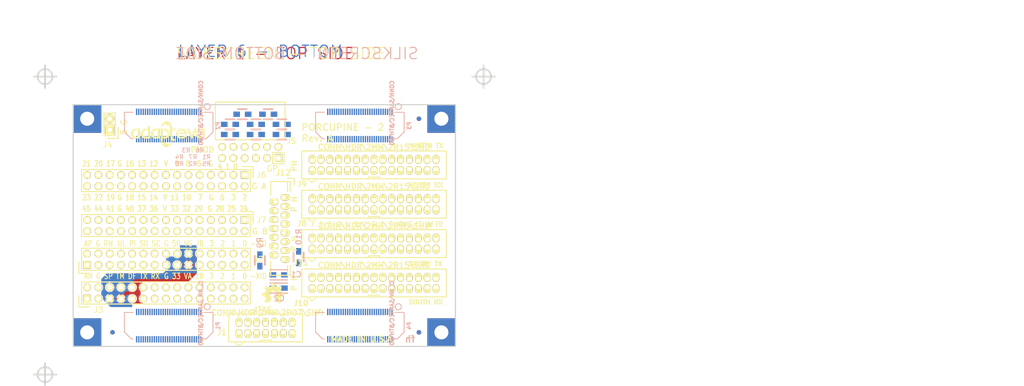
<source format=kicad_pcb>
(kicad_pcb (version 20171130) (host pcbnew "(5.1.2-1)-1")

  (general
    (thickness 1.6)
    (drawings 90)
    (tracks 0)
    (zones 0)
    (modules 40)
    (nets 197)
  )

  (page B)
  (title_block
    (title "Parallella Porcupine Breakout Board, Ver. 2")
    (date "19 Feb 2015")
    (rev A)
    (company "Adapteva, Inc., 1666 Massachusetts Ave., Lexington, MA 02420")
    (comment 1 "Fabrication Drawing")
  )

  (layers
    (0 F.Cu signal)
    (1 Layer2.Cu power)
    (2 Layer3.Cu signal)
    (3 Layer4.Cu signal)
    (4 Layer5.Cu power)
    (31 B.Cu signal)
    (32 B.Adhes user hide)
    (33 F.Adhes user hide)
    (34 B.Paste user)
    (35 F.Paste user)
    (36 B.SilkS user)
    (37 F.SilkS user)
    (38 B.Mask user)
    (39 F.Mask user)
    (40 Dwgs.User user)
    (41 Cmts.User user)
    (42 Eco1.User user)
    (43 Eco2.User user)
    (44 Edge.Cuts user)
  )

  (setup
    (last_trace_width 0.1524)
    (user_trace_width 0.254)
    (user_trace_width 0.3048)
    (user_trace_width 0.508)
    (user_trace_width 0.762)
    (user_trace_width 1.27)
    (trace_clearance 0.1524)
    (zone_clearance 0.2032)
    (zone_45_only yes)
    (trace_min 0.1524)
    (via_size 0.508)
    (via_drill 0.254)
    (via_min_size 0.508)
    (via_min_drill 0.254)
    (uvia_size 0.508)
    (uvia_drill 0.254)
    (uvias_allowed no)
    (uvia_min_size 0.508)
    (uvia_min_drill 0.254)
    (edge_width 0.254)
    (segment_width 0.2)
    (pcb_text_width 0.3)
    (pcb_text_size 1.5 1.5)
    (mod_edge_width 0.254)
    (mod_text_size 1 1)
    (mod_text_width 0.15)
    (pad_size 1.524 2.032)
    (pad_drill 0.8)
    (pad_to_mask_clearance 0.0762)
    (solder_mask_min_width 0.127)
    (aux_axis_origin 155.575 153.035)
    (grid_origin 155.575 153.035)
    (visible_elements FFFEFF7F)
    (pcbplotparams
      (layerselection 0x011fc_8000001f)
      (usegerberextensions false)
      (usegerberattributes false)
      (usegerberadvancedattributes false)
      (creategerberjobfile false)
      (excludeedgelayer false)
      (linewidth 0.152400)
      (plotframeref false)
      (viasonmask false)
      (mode 1)
      (useauxorigin false)
      (hpglpennumber 1)
      (hpglpenspeed 20)
      (hpglpendiameter 15.000000)
      (psnegative false)
      (psa4output false)
      (plotreference true)
      (plotvalue false)
      (plotinvisibletext false)
      (padsonsilk false)
      (subtractmaskfromsilk false)
      (outputformat 1)
      (mirror false)
      (drillshape 0)
      (scaleselection 1)
      (outputdirectory "cad2"))
  )

  (net 0 "")
  (net 1 /NORTH/RXI_DATA_N0)
  (net 2 /NORTH/RXI_DATA_N1)
  (net 3 /NORTH/RXI_DATA_N2)
  (net 4 /NORTH/RXI_DATA_N3)
  (net 5 /NORTH/RXI_DATA_N4)
  (net 6 /NORTH/RXI_DATA_N5)
  (net 7 /NORTH/RXI_DATA_N6)
  (net 8 /NORTH/RXI_DATA_N7)
  (net 9 /NORTH/RXI_DATA_P0)
  (net 10 /NORTH/RXI_DATA_P1)
  (net 11 /NORTH/RXI_DATA_P2)
  (net 12 /NORTH/RXI_DATA_P3)
  (net 13 /NORTH/RXI_DATA_P4)
  (net 14 /NORTH/RXI_DATA_P5)
  (net 15 /NORTH/RXI_DATA_P6)
  (net 16 /NORTH/RXI_DATA_P7)
  (net 17 /NORTH/RXI_FRAME_N)
  (net 18 /NORTH/RXI_FRAME_P)
  (net 19 /NORTH/RXI_LCLK_N)
  (net 20 /NORTH/RXI_LCLK_P)
  (net 21 /NORTH/RXO_RD_WAIT_N)
  (net 22 /NORTH/RXO_RD_WAIT_P)
  (net 23 /NORTH/RXO_WR_WAIT_N)
  (net 24 /NORTH/RXO_WR_WAIT_P)
  (net 25 /NORTH/TXI_RD_WAIT_N)
  (net 26 /NORTH/TXI_RD_WAIT_P)
  (net 27 /NORTH/TXI_WR_WAIT_N)
  (net 28 /NORTH/TXI_WR_WAIT_P)
  (net 29 /NORTH/TXO_DATA_N0)
  (net 30 /NORTH/TXO_DATA_N1)
  (net 31 /NORTH/TXO_DATA_N2)
  (net 32 /NORTH/TXO_DATA_N3)
  (net 33 /NORTH/TXO_DATA_N4)
  (net 34 /NORTH/TXO_DATA_N5)
  (net 35 /NORTH/TXO_DATA_N6)
  (net 36 /NORTH/TXO_DATA_N7)
  (net 37 /NORTH/TXO_DATA_P0)
  (net 38 /NORTH/TXO_DATA_P1)
  (net 39 /NORTH/TXO_DATA_P2)
  (net 40 /NORTH/TXO_DATA_P3)
  (net 41 /NORTH/TXO_DATA_P4)
  (net 42 /NORTH/TXO_DATA_P5)
  (net 43 /NORTH/TXO_DATA_P6)
  (net 44 /NORTH/TXO_DATA_P7)
  (net 45 /NORTH/TXO_FRAME_N)
  (net 46 /NORTH/TXO_FRAME_P)
  (net 47 /NORTH/TXO_LCLK_N)
  (net 48 /NORTH/TXO_LCLK_P)
  (net 49 /NORTH/VDDIO)
  (net 50 /POWER/1P0V)
  (net 51 /POWER/1P35V)
  (net 52 /POWER/1P8V)
  (net 53 /POWER/2P5V)
  (net 54 /POWER/3P3V)
  (net 55 /POWER/DSP_FLAG)
  (net 56 /POWER/DSP_XID0)
  (net 57 /POWER/DSP_XID1)
  (net 58 /POWER/DSP_XID2)
  (net 59 /POWER/DSP_XID3)
  (net 60 /POWER/DSP_YID0)
  (net 61 /POWER/DSP_YID1)
  (net 62 /POWER/DSP_YID2)
  (net 63 /POWER/DSP_YID3)
  (net 64 /POWER/I2C_SCL)
  (net 65 /POWER/I2C_SDA)
  (net 66 /POWER/JTAG_BOOT_EN)
  (net 67 /POWER/JTAG_TCK)
  (net 68 /POWER/JTAG_TDI)
  (net 69 /POWER/JTAG_TDO)
  (net 70 /POWER/JTAG_TMS)
  (net 71 /POWER/PROG_IO)
  (net 72 /POWER/REG_EN1)
  (net 73 /POWER/REG_EN2)
  (net 74 /POWER/REG_EN3)
  (net 75 /POWER/REG_EN4)
  (net 76 /POWER/RESET_N)
  (net 77 /POWER/SPARE)
  (net 78 /POWER/SPDIF)
  (net 79 /POWER/SYS_5P0V)
  (net 80 /POWER/TURBO_MODE)
  (net 81 /POWER/UART_RX)
  (net 82 /POWER/UART_TX)
  (net 83 /POWER/USER_LED)
  (net 84 /POWER/VADC_N)
  (net 85 /POWER/VADC_P)
  (net 86 /POWER/VDD_ADJ)
  (net 87 /POWER/VDD_DSP)
  (net 88 /POWER/VDD_GPIO)
  (net 89 /P_ELINK_S/RXI_DATA_N0)
  (net 90 /P_ELINK_S/RXI_DATA_N1)
  (net 91 /P_ELINK_S/RXI_DATA_N2)
  (net 92 /P_ELINK_S/RXI_DATA_N3)
  (net 93 /P_ELINK_S/RXI_DATA_N4)
  (net 94 /P_ELINK_S/RXI_DATA_N5)
  (net 95 /P_ELINK_S/RXI_DATA_N6)
  (net 96 /P_ELINK_S/RXI_DATA_N7)
  (net 97 /P_ELINK_S/RXI_DATA_P0)
  (net 98 /P_ELINK_S/RXI_DATA_P1)
  (net 99 /P_ELINK_S/RXI_DATA_P2)
  (net 100 /P_ELINK_S/RXI_DATA_P3)
  (net 101 /P_ELINK_S/RXI_DATA_P4)
  (net 102 /P_ELINK_S/RXI_DATA_P5)
  (net 103 /P_ELINK_S/RXI_DATA_P6)
  (net 104 /P_ELINK_S/RXI_DATA_P7)
  (net 105 /P_ELINK_S/RXI_FRAME_N)
  (net 106 /P_ELINK_S/RXI_FRAME_P)
  (net 107 /P_ELINK_S/RXI_LCLK_N)
  (net 108 /P_ELINK_S/RXI_LCLK_P)
  (net 109 /P_ELINK_S/RXO_RD_WAIT_N)
  (net 110 /P_ELINK_S/RXO_RD_WAIT_P)
  (net 111 /P_ELINK_S/RXO_WR_WAIT_N)
  (net 112 /P_ELINK_S/RXO_WR_WAIT_P)
  (net 113 /P_ELINK_S/TXI_RD_WAIT_N)
  (net 114 /P_ELINK_S/TXI_RD_WAIT_P)
  (net 115 /P_ELINK_S/TXI_WR_WAIT_N)
  (net 116 /P_ELINK_S/TXI_WR_WAIT_P)
  (net 117 /P_ELINK_S/TXO_DATA_N0)
  (net 118 /P_ELINK_S/TXO_DATA_N1)
  (net 119 /P_ELINK_S/TXO_DATA_N2)
  (net 120 /P_ELINK_S/TXO_DATA_N3)
  (net 121 /P_ELINK_S/TXO_DATA_N4)
  (net 122 /P_ELINK_S/TXO_DATA_N5)
  (net 123 /P_ELINK_S/TXO_DATA_N6)
  (net 124 /P_ELINK_S/TXO_DATA_N7)
  (net 125 /P_ELINK_S/TXO_DATA_P0)
  (net 126 /P_ELINK_S/TXO_DATA_P1)
  (net 127 /P_ELINK_S/TXO_DATA_P2)
  (net 128 /P_ELINK_S/TXO_DATA_P3)
  (net 129 /P_ELINK_S/TXO_DATA_P4)
  (net 130 /P_ELINK_S/TXO_DATA_P5)
  (net 131 /P_ELINK_S/TXO_DATA_P6)
  (net 132 /P_ELINK_S/TXO_DATA_P7)
  (net 133 /P_ELINK_S/TXO_FRAME_N)
  (net 134 /P_ELINK_S/TXO_FRAME_P)
  (net 135 /P_ELINK_S/TXO_LCLK_N)
  (net 136 /P_ELINK_S/TXO_LCLK_P)
  (net 137 /P_GPIO/PMOD11)
  (net 138 /P_GPIO/PMOD12)
  (net 139 /P_GPIO/PMOD13)
  (net 140 /P_GPIO/PMOD14)
  (net 141 /P_GPIO/PMOD21)
  (net 142 /P_GPIO/PMOD22)
  (net 143 /P_GPIO/PMOD23)
  (net 144 /P_GPIO/PMOD24)
  (net 145 /P_GPIO/VDD_GPIO)
  (net 146 /P_POWER/MH_SYSPWR)
  (net 147 /SOUTH/VDDIO)
  (net 148 GND)
  (net 149 /GPIO/GPIO0)
  (net 150 /GPIO/GPIO2)
  (net 151 /GPIO/GPIO1)
  (net 152 /GPIO/GPIO3)
  (net 153 /GPIO/GPIO4)
  (net 154 /GPIO/GPIO6)
  (net 155 /GPIO/GPIO5)
  (net 156 /GPIO/GPIO7)
  (net 157 /GPIO/GPIO8)
  (net 158 /GPIO/GPIO10)
  (net 159 /GPIO/GPIO9)
  (net 160 /GPIO/GPIO11)
  (net 161 /GPIO/GPIO12)
  (net 162 /GPIO/GPIO14)
  (net 163 /GPIO/GPIO13)
  (net 164 /GPIO/GPIO15)
  (net 165 /GPIO/GPIO16)
  (net 166 /GPIO/GPIO18)
  (net 167 /GPIO/GPIO17)
  (net 168 /GPIO/GPIO19)
  (net 169 /GPIO/GPIO20)
  (net 170 /GPIO/GPIO22)
  (net 171 /GPIO/GPIO21)
  (net 172 /GPIO/GPIO23)
  (net 173 /GPIO/GPIO24)
  (net 174 /GPIO/GPIO26)
  (net 175 /GPIO/GPIO25)
  (net 176 /GPIO/GPIO27)
  (net 177 /GPIO/GPIO28)
  (net 178 /GPIO/GPIO30)
  (net 179 /GPIO/GPIO29)
  (net 180 /GPIO/GPIO31)
  (net 181 /GPIO/GPIO32)
  (net 182 /GPIO/GPIO34)
  (net 183 /GPIO/GPIO33)
  (net 184 /GPIO/GPIO35)
  (net 185 /GPIO/GPIO36)
  (net 186 /GPIO/GPIO38)
  (net 187 /GPIO/GPIO37)
  (net 188 /GPIO/GPIO39)
  (net 189 /GPIO/GPIO40)
  (net 190 /GPIO/GPIO42)
  (net 191 /GPIO/GPIO41)
  (net 192 /GPIO/GPIO43)
  (net 193 /GPIO/GPIO44)
  (net 194 /GPIO/GPIO46)
  (net 195 /GPIO/GPIO45)
  (net 196 /GPIO/GPIO47)

  (net_class Default "This is the default net class."
    (clearance 0.1524)
    (trace_width 0.1524)
    (via_dia 0.508)
    (via_drill 0.254)
    (uvia_dia 0.508)
    (uvia_drill 0.254)
    (add_net /GPIO/GPIO0)
    (add_net /GPIO/GPIO1)
    (add_net /GPIO/GPIO10)
    (add_net /GPIO/GPIO11)
    (add_net /GPIO/GPIO12)
    (add_net /GPIO/GPIO13)
    (add_net /GPIO/GPIO14)
    (add_net /GPIO/GPIO15)
    (add_net /GPIO/GPIO16)
    (add_net /GPIO/GPIO17)
    (add_net /GPIO/GPIO18)
    (add_net /GPIO/GPIO19)
    (add_net /GPIO/GPIO2)
    (add_net /GPIO/GPIO20)
    (add_net /GPIO/GPIO21)
    (add_net /GPIO/GPIO22)
    (add_net /GPIO/GPIO23)
    (add_net /GPIO/GPIO24)
    (add_net /GPIO/GPIO25)
    (add_net /GPIO/GPIO26)
    (add_net /GPIO/GPIO27)
    (add_net /GPIO/GPIO28)
    (add_net /GPIO/GPIO29)
    (add_net /GPIO/GPIO3)
    (add_net /GPIO/GPIO30)
    (add_net /GPIO/GPIO31)
    (add_net /GPIO/GPIO32)
    (add_net /GPIO/GPIO33)
    (add_net /GPIO/GPIO34)
    (add_net /GPIO/GPIO35)
    (add_net /GPIO/GPIO36)
    (add_net /GPIO/GPIO37)
    (add_net /GPIO/GPIO38)
    (add_net /GPIO/GPIO39)
    (add_net /GPIO/GPIO4)
    (add_net /GPIO/GPIO40)
    (add_net /GPIO/GPIO41)
    (add_net /GPIO/GPIO42)
    (add_net /GPIO/GPIO43)
    (add_net /GPIO/GPIO44)
    (add_net /GPIO/GPIO45)
    (add_net /GPIO/GPIO46)
    (add_net /GPIO/GPIO47)
    (add_net /GPIO/GPIO5)
    (add_net /GPIO/GPIO6)
    (add_net /GPIO/GPIO7)
    (add_net /GPIO/GPIO8)
    (add_net /GPIO/GPIO9)
    (add_net /NORTH/RXI_DATA_N0)
    (add_net /NORTH/RXI_DATA_N1)
    (add_net /NORTH/RXI_DATA_N2)
    (add_net /NORTH/RXI_DATA_N3)
    (add_net /NORTH/RXI_DATA_N4)
    (add_net /NORTH/RXI_DATA_N5)
    (add_net /NORTH/RXI_DATA_N6)
    (add_net /NORTH/RXI_DATA_N7)
    (add_net /NORTH/RXI_DATA_P0)
    (add_net /NORTH/RXI_DATA_P1)
    (add_net /NORTH/RXI_DATA_P2)
    (add_net /NORTH/RXI_DATA_P3)
    (add_net /NORTH/RXI_DATA_P4)
    (add_net /NORTH/RXI_DATA_P5)
    (add_net /NORTH/RXI_DATA_P6)
    (add_net /NORTH/RXI_DATA_P7)
    (add_net /NORTH/RXI_FRAME_N)
    (add_net /NORTH/RXI_FRAME_P)
    (add_net /NORTH/RXI_LCLK_N)
    (add_net /NORTH/RXI_LCLK_P)
    (add_net /NORTH/RXO_RD_WAIT_N)
    (add_net /NORTH/RXO_RD_WAIT_P)
    (add_net /NORTH/RXO_WR_WAIT_N)
    (add_net /NORTH/RXO_WR_WAIT_P)
    (add_net /NORTH/TXI_RD_WAIT_N)
    (add_net /NORTH/TXI_RD_WAIT_P)
    (add_net /NORTH/TXI_WR_WAIT_N)
    (add_net /NORTH/TXI_WR_WAIT_P)
    (add_net /NORTH/TXO_DATA_N0)
    (add_net /NORTH/TXO_DATA_N1)
    (add_net /NORTH/TXO_DATA_N2)
    (add_net /NORTH/TXO_DATA_N3)
    (add_net /NORTH/TXO_DATA_N4)
    (add_net /NORTH/TXO_DATA_N5)
    (add_net /NORTH/TXO_DATA_N6)
    (add_net /NORTH/TXO_DATA_N7)
    (add_net /NORTH/TXO_DATA_P0)
    (add_net /NORTH/TXO_DATA_P1)
    (add_net /NORTH/TXO_DATA_P2)
    (add_net /NORTH/TXO_DATA_P3)
    (add_net /NORTH/TXO_DATA_P4)
    (add_net /NORTH/TXO_DATA_P5)
    (add_net /NORTH/TXO_DATA_P6)
    (add_net /NORTH/TXO_DATA_P7)
    (add_net /NORTH/TXO_FRAME_N)
    (add_net /NORTH/TXO_FRAME_P)
    (add_net /NORTH/TXO_LCLK_N)
    (add_net /NORTH/TXO_LCLK_P)
    (add_net /NORTH/VDDIO)
    (add_net /POWER/1P0V)
    (add_net /POWER/1P35V)
    (add_net /POWER/1P8V)
    (add_net /POWER/2P5V)
    (add_net /POWER/3P3V)
    (add_net /POWER/DSP_FLAG)
    (add_net /POWER/DSP_XID0)
    (add_net /POWER/DSP_XID1)
    (add_net /POWER/DSP_XID2)
    (add_net /POWER/DSP_XID3)
    (add_net /POWER/DSP_YID0)
    (add_net /POWER/DSP_YID1)
    (add_net /POWER/DSP_YID2)
    (add_net /POWER/DSP_YID3)
    (add_net /POWER/I2C_SCL)
    (add_net /POWER/I2C_SDA)
    (add_net /POWER/JTAG_BOOT_EN)
    (add_net /POWER/JTAG_TCK)
    (add_net /POWER/JTAG_TDI)
    (add_net /POWER/JTAG_TDO)
    (add_net /POWER/JTAG_TMS)
    (add_net /POWER/PROG_IO)
    (add_net /POWER/REG_EN1)
    (add_net /POWER/REG_EN2)
    (add_net /POWER/REG_EN3)
    (add_net /POWER/REG_EN4)
    (add_net /POWER/RESET_N)
    (add_net /POWER/SPARE)
    (add_net /POWER/SPDIF)
    (add_net /POWER/SYS_5P0V)
    (add_net /POWER/TURBO_MODE)
    (add_net /POWER/UART_RX)
    (add_net /POWER/UART_TX)
    (add_net /POWER/USER_LED)
    (add_net /POWER/VADC_N)
    (add_net /POWER/VADC_P)
    (add_net /POWER/VDD_ADJ)
    (add_net /POWER/VDD_DSP)
    (add_net /POWER/VDD_GPIO)
    (add_net /P_ELINK_S/RXI_DATA_N0)
    (add_net /P_ELINK_S/RXI_DATA_N1)
    (add_net /P_ELINK_S/RXI_DATA_N2)
    (add_net /P_ELINK_S/RXI_DATA_N3)
    (add_net /P_ELINK_S/RXI_DATA_N4)
    (add_net /P_ELINK_S/RXI_DATA_N5)
    (add_net /P_ELINK_S/RXI_DATA_N6)
    (add_net /P_ELINK_S/RXI_DATA_N7)
    (add_net /P_ELINK_S/RXI_DATA_P0)
    (add_net /P_ELINK_S/RXI_DATA_P1)
    (add_net /P_ELINK_S/RXI_DATA_P2)
    (add_net /P_ELINK_S/RXI_DATA_P3)
    (add_net /P_ELINK_S/RXI_DATA_P4)
    (add_net /P_ELINK_S/RXI_DATA_P5)
    (add_net /P_ELINK_S/RXI_DATA_P6)
    (add_net /P_ELINK_S/RXI_DATA_P7)
    (add_net /P_ELINK_S/RXI_FRAME_N)
    (add_net /P_ELINK_S/RXI_FRAME_P)
    (add_net /P_ELINK_S/RXI_LCLK_N)
    (add_net /P_ELINK_S/RXI_LCLK_P)
    (add_net /P_ELINK_S/RXO_RD_WAIT_N)
    (add_net /P_ELINK_S/RXO_RD_WAIT_P)
    (add_net /P_ELINK_S/RXO_WR_WAIT_N)
    (add_net /P_ELINK_S/RXO_WR_WAIT_P)
    (add_net /P_ELINK_S/TXI_RD_WAIT_N)
    (add_net /P_ELINK_S/TXI_RD_WAIT_P)
    (add_net /P_ELINK_S/TXI_WR_WAIT_N)
    (add_net /P_ELINK_S/TXI_WR_WAIT_P)
    (add_net /P_ELINK_S/TXO_DATA_N0)
    (add_net /P_ELINK_S/TXO_DATA_N1)
    (add_net /P_ELINK_S/TXO_DATA_N2)
    (add_net /P_ELINK_S/TXO_DATA_N3)
    (add_net /P_ELINK_S/TXO_DATA_N4)
    (add_net /P_ELINK_S/TXO_DATA_N5)
    (add_net /P_ELINK_S/TXO_DATA_N6)
    (add_net /P_ELINK_S/TXO_DATA_N7)
    (add_net /P_ELINK_S/TXO_DATA_P0)
    (add_net /P_ELINK_S/TXO_DATA_P1)
    (add_net /P_ELINK_S/TXO_DATA_P2)
    (add_net /P_ELINK_S/TXO_DATA_P3)
    (add_net /P_ELINK_S/TXO_DATA_P4)
    (add_net /P_ELINK_S/TXO_DATA_P5)
    (add_net /P_ELINK_S/TXO_DATA_P6)
    (add_net /P_ELINK_S/TXO_DATA_P7)
    (add_net /P_ELINK_S/TXO_FRAME_N)
    (add_net /P_ELINK_S/TXO_FRAME_P)
    (add_net /P_ELINK_S/TXO_LCLK_N)
    (add_net /P_ELINK_S/TXO_LCLK_P)
    (add_net /P_GPIO/PMOD11)
    (add_net /P_GPIO/PMOD12)
    (add_net /P_GPIO/PMOD13)
    (add_net /P_GPIO/PMOD14)
    (add_net /P_GPIO/PMOD21)
    (add_net /P_GPIO/PMOD22)
    (add_net /P_GPIO/PMOD23)
    (add_net /P_GPIO/PMOD24)
    (add_net /P_GPIO/VDD_GPIO)
    (add_net /P_POWER/MH_SYSPWR)
    (add_net /SOUTH/VDDIO)
    (add_net GND)
  )

  (module CONN_HDR_P1_2R15 (layer F.Cu) (tedit 53A13D22) (tstamp 5397558B)
    (at 173.355 118.745 180)
    (descr "1 pin")
    (tags CONN)
    (path /538C90E5/539792C9)
    (fp_text reference J6 (at -21.59 1.27 180) (layer F.SilkS)
      (effects (font (size 1.27 1.27) (thickness 0.2032)))
    )
    (fp_text value CONN\HDR\P1\2R15 (at 0 0 180) (layer F.SilkS) hide
      (effects (font (size 1.27 1.27) (thickness 0.2032)))
    )
    (fp_line (start -19.685 0.635) (end -19.685 3.175) (layer F.SilkS) (width 0.254))
    (fp_line (start -19.685 3.175) (end -17.145 3.175) (layer F.SilkS) (width 0.254))
    (fp_line (start 19.05 -2.4892) (end -19.05 -2.4892) (layer F.SilkS) (width 0.254))
    (fp_line (start -19.05 2.4892) (end 19.05 2.4892) (layer F.SilkS) (width 0.254))
    (fp_line (start 19.05 -2.4892) (end 19.05 2.4892) (layer F.SilkS) (width 0.254))
    (fp_line (start -19.05 -2.4892) (end -19.05 2.4892) (layer F.SilkS) (width 0.254))
    (pad 1 thru_hole rect (at -17.78 1.27 180) (size 1.7272 1.7272) (drill 1.016) (layers *.Cu *.Mask F.SilkS)
      (net 149 /GPIO/GPIO0))
    (pad 2 thru_hole oval (at -17.78 -1.27 180) (size 1.7272 1.7272) (drill 1.016) (layers *.Cu *.Mask F.SilkS)
      (net 150 /GPIO/GPIO2))
    (pad 3 thru_hole oval (at -15.24 1.27 180) (size 1.7272 1.7272) (drill 1.016) (layers *.Cu *.Mask F.SilkS)
      (net 151 /GPIO/GPIO1))
    (pad 4 thru_hole oval (at -15.24 -1.27 180) (size 1.7272 1.7272) (drill 1.016) (layers *.Cu *.Mask F.SilkS)
      (net 152 /GPIO/GPIO3))
    (pad 5 thru_hole oval (at -12.7 1.27 180) (size 1.7272 1.7272) (drill 1.016) (layers *.Cu *.Mask F.SilkS)
      (net 153 /GPIO/GPIO4))
    (pad 6 thru_hole oval (at -12.7 -1.27 180) (size 1.7272 1.7272) (drill 1.016) (layers *.Cu *.Mask F.SilkS)
      (net 154 /GPIO/GPIO6))
    (pad 7 thru_hole oval (at -10.16 1.27 180) (size 1.7272 1.7272) (drill 1.016) (layers *.Cu *.Mask F.SilkS)
      (net 148 GND))
    (pad 8 thru_hole oval (at -10.16 -1.27 180) (size 1.7272 1.7272) (drill 1.016) (layers *.Cu *.Mask F.SilkS)
      (net 148 GND))
    (pad 9 thru_hole oval (at -7.62 1.27 180) (size 1.7272 1.7272) (drill 1.016) (layers *.Cu *.Mask F.SilkS)
      (net 155 /GPIO/GPIO5))
    (pad 10 thru_hole oval (at -7.62 -1.27 180) (size 1.7272 1.7272) (drill 1.016) (layers *.Cu *.Mask F.SilkS)
      (net 156 /GPIO/GPIO7))
    (pad 11 thru_hole oval (at -5.08 1.27 180) (size 1.7272 1.7272) (drill 1.016) (layers *.Cu *.Mask F.SilkS)
      (net 157 /GPIO/GPIO8))
    (pad 12 thru_hole oval (at -5.08 -1.27 180) (size 1.7272 1.7272) (drill 1.016) (layers *.Cu *.Mask F.SilkS)
      (net 158 /GPIO/GPIO10))
    (pad 13 thru_hole oval (at -2.54 1.27 180) (size 1.7272 1.7272) (drill 1.016) (layers *.Cu *.Mask F.SilkS)
      (net 159 /GPIO/GPIO9))
    (pad 14 thru_hole oval (at -2.54 -1.27 180) (size 1.7272 1.7272) (drill 1.016) (layers *.Cu *.Mask F.SilkS)
      (net 160 /GPIO/GPIO11))
    (pad 15 thru_hole oval (at 0 1.27 180) (size 1.7272 1.7272) (drill 1.016) (layers *.Cu *.Mask F.SilkS)
      (net 145 /P_GPIO/VDD_GPIO))
    (pad 16 thru_hole oval (at 0 -1.27 180) (size 1.7272 1.7272) (drill 1.016) (layers *.Cu *.Mask F.SilkS)
      (net 145 /P_GPIO/VDD_GPIO))
    (pad 17 thru_hole oval (at 2.54 1.27 180) (size 1.7272 1.7272) (drill 1.016) (layers *.Cu *.Mask F.SilkS)
      (net 161 /GPIO/GPIO12))
    (pad 18 thru_hole oval (at 2.54 -1.27 180) (size 1.7272 1.7272) (drill 1.016) (layers *.Cu *.Mask F.SilkS)
      (net 162 /GPIO/GPIO14))
    (pad 19 thru_hole oval (at 5.08 1.27 180) (size 1.7272 1.7272) (drill 1.016) (layers *.Cu *.Mask F.SilkS)
      (net 163 /GPIO/GPIO13))
    (pad 20 thru_hole oval (at 5.08 -1.27 180) (size 1.7272 1.7272) (drill 1.016) (layers *.Cu *.Mask F.SilkS)
      (net 164 /GPIO/GPIO15))
    (pad 21 thru_hole oval (at 7.62 1.27 180) (size 1.7272 1.7272) (drill 1.016) (layers *.Cu *.Mask F.SilkS)
      (net 165 /GPIO/GPIO16))
    (pad 22 thru_hole oval (at 7.62 -1.27 180) (size 1.7272 1.7272) (drill 1.016) (layers *.Cu *.Mask F.SilkS)
      (net 166 /GPIO/GPIO18))
    (pad 23 thru_hole oval (at 10.16 1.27 180) (size 1.7272 1.7272) (drill 1.016) (layers *.Cu *.Mask F.SilkS)
      (net 148 GND))
    (pad 24 thru_hole oval (at 10.16 -1.27 180) (size 1.7272 1.7272) (drill 1.016) (layers *.Cu *.Mask F.SilkS)
      (net 148 GND))
    (pad 25 thru_hole oval (at 12.7 1.27 180) (size 1.7272 1.7272) (drill 1.016) (layers *.Cu *.Mask F.SilkS)
      (net 167 /GPIO/GPIO17))
    (pad 26 thru_hole oval (at 12.7 -1.27 180) (size 1.7272 1.7272) (drill 1.016) (layers *.Cu *.Mask F.SilkS)
      (net 168 /GPIO/GPIO19))
    (pad 27 thru_hole oval (at 15.24 1.27 180) (size 1.7272 1.7272) (drill 1.016) (layers *.Cu *.Mask F.SilkS)
      (net 169 /GPIO/GPIO20))
    (pad 28 thru_hole oval (at 15.24 -1.27 180) (size 1.7272 1.7272) (drill 1.016) (layers *.Cu *.Mask F.SilkS)
      (net 170 /GPIO/GPIO22))
    (pad 29 thru_hole oval (at 17.78 1.27 180) (size 1.7272 1.7272) (drill 1.016) (layers *.Cu *.Mask F.SilkS)
      (net 171 /GPIO/GPIO21))
    (pad 30 thru_hole oval (at 17.78 -1.27 180) (size 1.7272 1.7272) (drill 1.016) (layers *.Cu *.Mask F.SilkS)
      (net 172 /GPIO/GPIO23))
    (model ../libraries/kicad/adapteva-kicad.pretty/packages3d/2x15.wrl
      (at (xyz 0 0 0))
      (scale (xyz 1 1 1))
      (rotate (xyz 0 0 0))
    )
  )

  (module CONN_HDR_P1_2R15 (layer F.Cu) (tedit 539EC3E9) (tstamp 539755B2)
    (at 173.355 128.905 180)
    (descr "1 pin")
    (tags CONN)
    (path /538C90E5/539792F9)
    (fp_text reference J7 (at -21.59 1.27 180) (layer F.SilkS)
      (effects (font (size 1.27 1.27) (thickness 0.2032)))
    )
    (fp_text value CONN\HDR\P1\2R15 (at 0 0 180) (layer F.SilkS) hide
      (effects (font (size 1.27 1.27) (thickness 0.2032)))
    )
    (fp_line (start -19.685 0.635) (end -19.685 3.175) (layer F.SilkS) (width 0.254))
    (fp_line (start -19.685 3.175) (end -17.145 3.175) (layer F.SilkS) (width 0.254))
    (fp_line (start 19.05 -2.4892) (end -19.05 -2.4892) (layer F.SilkS) (width 0.254))
    (fp_line (start -19.05 2.4892) (end 19.05 2.4892) (layer F.SilkS) (width 0.254))
    (fp_line (start 19.05 -2.4892) (end 19.05 2.4892) (layer F.SilkS) (width 0.254))
    (fp_line (start -19.05 -2.4892) (end -19.05 2.4892) (layer F.SilkS) (width 0.254))
    (pad 1 thru_hole rect (at -17.78 1.27 180) (size 1.7272 1.7272) (drill 1.016) (layers *.Cu *.Mask F.SilkS)
      (net 173 /GPIO/GPIO24))
    (pad 2 thru_hole oval (at -17.78 -1.27 180) (size 1.7272 1.7272) (drill 1.016) (layers *.Cu *.Mask F.SilkS)
      (net 174 /GPIO/GPIO26))
    (pad 3 thru_hole oval (at -15.24 1.27 180) (size 1.7272 1.7272) (drill 1.016) (layers *.Cu *.Mask F.SilkS)
      (net 175 /GPIO/GPIO25))
    (pad 4 thru_hole oval (at -15.24 -1.27 180) (size 1.7272 1.7272) (drill 1.016) (layers *.Cu *.Mask F.SilkS)
      (net 176 /GPIO/GPIO27))
    (pad 5 thru_hole oval (at -12.7 1.27 180) (size 1.7272 1.7272) (drill 1.016) (layers *.Cu *.Mask F.SilkS)
      (net 177 /GPIO/GPIO28))
    (pad 6 thru_hole oval (at -12.7 -1.27 180) (size 1.7272 1.7272) (drill 1.016) (layers *.Cu *.Mask F.SilkS)
      (net 178 /GPIO/GPIO30))
    (pad 7 thru_hole oval (at -10.16 1.27 180) (size 1.7272 1.7272) (drill 1.016) (layers *.Cu *.Mask F.SilkS)
      (net 148 GND))
    (pad 8 thru_hole oval (at -10.16 -1.27 180) (size 1.7272 1.7272) (drill 1.016) (layers *.Cu *.Mask F.SilkS)
      (net 148 GND))
    (pad 9 thru_hole oval (at -7.62 1.27 180) (size 1.7272 1.7272) (drill 1.016) (layers *.Cu *.Mask F.SilkS)
      (net 179 /GPIO/GPIO29))
    (pad 10 thru_hole oval (at -7.62 -1.27 180) (size 1.7272 1.7272) (drill 1.016) (layers *.Cu *.Mask F.SilkS)
      (net 180 /GPIO/GPIO31))
    (pad 11 thru_hole oval (at -5.08 1.27 180) (size 1.7272 1.7272) (drill 1.016) (layers *.Cu *.Mask F.SilkS)
      (net 181 /GPIO/GPIO32))
    (pad 12 thru_hole oval (at -5.08 -1.27 180) (size 1.7272 1.7272) (drill 1.016) (layers *.Cu *.Mask F.SilkS)
      (net 182 /GPIO/GPIO34))
    (pad 13 thru_hole oval (at -2.54 1.27 180) (size 1.7272 1.7272) (drill 1.016) (layers *.Cu *.Mask F.SilkS)
      (net 183 /GPIO/GPIO33))
    (pad 14 thru_hole oval (at -2.54 -1.27 180) (size 1.7272 1.7272) (drill 1.016) (layers *.Cu *.Mask F.SilkS)
      (net 184 /GPIO/GPIO35))
    (pad 15 thru_hole oval (at 0 1.27 180) (size 1.7272 1.7272) (drill 1.016) (layers *.Cu *.Mask F.SilkS)
      (net 145 /P_GPIO/VDD_GPIO))
    (pad 16 thru_hole oval (at 0 -1.27 180) (size 1.7272 1.7272) (drill 1.016) (layers *.Cu *.Mask F.SilkS)
      (net 145 /P_GPIO/VDD_GPIO))
    (pad 17 thru_hole oval (at 2.54 1.27 180) (size 1.7272 1.7272) (drill 1.016) (layers *.Cu *.Mask F.SilkS)
      (net 185 /GPIO/GPIO36))
    (pad 18 thru_hole oval (at 2.54 -1.27 180) (size 1.7272 1.7272) (drill 1.016) (layers *.Cu *.Mask F.SilkS)
      (net 186 /GPIO/GPIO38))
    (pad 19 thru_hole oval (at 5.08 1.27 180) (size 1.7272 1.7272) (drill 1.016) (layers *.Cu *.Mask F.SilkS)
      (net 187 /GPIO/GPIO37))
    (pad 20 thru_hole oval (at 5.08 -1.27 180) (size 1.7272 1.7272) (drill 1.016) (layers *.Cu *.Mask F.SilkS)
      (net 188 /GPIO/GPIO39))
    (pad 21 thru_hole oval (at 7.62 1.27 180) (size 1.7272 1.7272) (drill 1.016) (layers *.Cu *.Mask F.SilkS)
      (net 189 /GPIO/GPIO40))
    (pad 22 thru_hole oval (at 7.62 -1.27 180) (size 1.7272 1.7272) (drill 1.016) (layers *.Cu *.Mask F.SilkS)
      (net 190 /GPIO/GPIO42))
    (pad 23 thru_hole oval (at 10.16 1.27 180) (size 1.7272 1.7272) (drill 1.016) (layers *.Cu *.Mask F.SilkS)
      (net 148 GND))
    (pad 24 thru_hole oval (at 10.16 -1.27 180) (size 1.7272 1.7272) (drill 1.016) (layers *.Cu *.Mask F.SilkS)
      (net 148 GND))
    (pad 25 thru_hole oval (at 12.7 1.27 180) (size 1.7272 1.7272) (drill 1.016) (layers *.Cu *.Mask F.SilkS)
      (net 191 /GPIO/GPIO41))
    (pad 26 thru_hole oval (at 12.7 -1.27 180) (size 1.7272 1.7272) (drill 1.016) (layers *.Cu *.Mask F.SilkS)
      (net 192 /GPIO/GPIO43))
    (pad 27 thru_hole oval (at 15.24 1.27 180) (size 1.7272 1.7272) (drill 1.016) (layers *.Cu *.Mask F.SilkS)
      (net 193 /GPIO/GPIO44))
    (pad 28 thru_hole oval (at 15.24 -1.27 180) (size 1.7272 1.7272) (drill 1.016) (layers *.Cu *.Mask F.SilkS)
      (net 194 /GPIO/GPIO46))
    (pad 29 thru_hole oval (at 17.78 1.27 180) (size 1.7272 1.7272) (drill 1.016) (layers *.Cu *.Mask F.SilkS)
      (net 195 /GPIO/GPIO45))
    (pad 30 thru_hole oval (at 17.78 -1.27 180) (size 1.7272 1.7272) (drill 1.016) (layers *.Cu *.Mask F.SilkS)
      (net 196 /GPIO/GPIO47))
    (model ../libraries/kicad/adapteva-kicad.pretty/packages3d/2x15.wrl
      (at (xyz 0 0 0))
      (scale (xyz 1 1 1))
      (rotate (xyz 0 0 0))
    )
  )

  (module CONN_HDR_P1_2R15 (layer F.Cu) (tedit 539EC403) (tstamp 53976E6A)
    (at 173.355 144.145)
    (descr "1 pin")
    (tags CONN)
    (path /538C9643/5397BF9E)
    (fp_text reference J3 (at -15.24 3.81) (layer F.SilkS)
      (effects (font (size 1.27 1.27) (thickness 0.2032)))
    )
    (fp_text value CONN\HDR\P1\2R15 (at 0 0) (layer F.SilkS) hide
      (effects (font (size 1.27 1.27) (thickness 0.2032)))
    )
    (fp_line (start -19.685 0.635) (end -19.685 3.175) (layer F.SilkS) (width 0.254))
    (fp_line (start -19.685 3.175) (end -17.145 3.175) (layer F.SilkS) (width 0.254))
    (fp_line (start 19.05 -2.4892) (end -19.05 -2.4892) (layer F.SilkS) (width 0.254))
    (fp_line (start -19.05 2.4892) (end 19.05 2.4892) (layer F.SilkS) (width 0.254))
    (fp_line (start 19.05 -2.4892) (end 19.05 2.4892) (layer F.SilkS) (width 0.254))
    (fp_line (start -19.05 -2.4892) (end -19.05 2.4892) (layer F.SilkS) (width 0.254))
    (pad 1 thru_hole rect (at -17.78 1.27) (size 1.7272 1.7272) (drill 1.016) (layers *.Cu *.Mask F.SilkS)
      (net 54 /POWER/3P3V))
    (pad 2 thru_hole oval (at -17.78 -1.27) (size 1.7272 1.7272) (drill 1.016) (layers *.Cu *.Mask F.SilkS)
      (net 148 GND))
    (pad 3 thru_hole oval (at -15.24 1.27) (size 1.7272 1.7272) (drill 1.016) (layers *.Cu *.Mask F.SilkS)
      (net 53 /POWER/2P5V))
    (pad 4 thru_hole oval (at -15.24 -1.27) (size 1.7272 1.7272) (drill 1.016) (layers *.Cu *.Mask F.SilkS)
      (net 148 GND))
    (pad 5 thru_hole oval (at -12.7 1.27) (size 1.7272 1.7272) (drill 1.016) (layers *.Cu *.Mask F.SilkS)
      (net 88 /POWER/VDD_GPIO))
    (pad 6 thru_hole oval (at -12.7 -1.27) (size 1.7272 1.7272) (drill 1.016) (layers *.Cu *.Mask F.SilkS)
      (net 148 GND))
    (pad 7 thru_hole oval (at -10.16 1.27) (size 1.7272 1.7272) (drill 1.016) (layers *.Cu *.Mask F.SilkS)
      (net 86 /POWER/VDD_ADJ))
    (pad 8 thru_hole oval (at -10.16 -1.27) (size 1.7272 1.7272) (drill 1.016) (layers *.Cu *.Mask F.SilkS)
      (net 148 GND))
    (pad 9 thru_hole oval (at -7.62 1.27) (size 1.7272 1.7272) (drill 1.016) (layers *.Cu *.Mask F.SilkS)
      (net 52 /POWER/1P8V))
    (pad 10 thru_hole oval (at -7.62 -1.27) (size 1.7272 1.7272) (drill 1.016) (layers *.Cu *.Mask F.SilkS)
      (net 148 GND))
    (pad 11 thru_hole oval (at -5.08 1.27) (size 1.7272 1.7272) (drill 1.016) (layers *.Cu *.Mask F.SilkS)
      (net 51 /POWER/1P35V))
    (pad 12 thru_hole oval (at -5.08 -1.27) (size 1.7272 1.7272) (drill 1.016) (layers *.Cu *.Mask F.SilkS)
      (net 148 GND))
    (pad 13 thru_hole oval (at -2.54 1.27) (size 1.7272 1.7272) (drill 1.016) (layers *.Cu *.Mask F.SilkS)
      (net 87 /POWER/VDD_DSP))
    (pad 14 thru_hole oval (at -2.54 -1.27) (size 1.7272 1.7272) (drill 1.016) (layers *.Cu *.Mask F.SilkS)
      (net 148 GND))
    (pad 15 thru_hole oval (at 0 1.27) (size 1.7272 1.7272) (drill 1.016) (layers *.Cu *.Mask F.SilkS)
      (net 50 /POWER/1P0V))
    (pad 16 thru_hole oval (at 0 -1.27) (size 1.7272 1.7272) (drill 1.016) (layers *.Cu *.Mask F.SilkS)
      (net 148 GND))
    (pad 17 thru_hole oval (at 2.54 1.27) (size 1.7272 1.7272) (drill 1.016) (layers *.Cu *.Mask F.SilkS)
      (net 77 /POWER/SPARE))
    (pad 18 thru_hole oval (at 2.54 -1.27) (size 1.7272 1.7272) (drill 1.016) (layers *.Cu *.Mask F.SilkS)
      (net 148 GND))
    (pad 19 thru_hole oval (at 5.08 1.27) (size 1.7272 1.7272) (drill 1.016) (layers *.Cu *.Mask F.SilkS)
      (net 75 /POWER/REG_EN4))
    (pad 20 thru_hole oval (at 5.08 -1.27) (size 1.7272 1.7272) (drill 1.016) (layers *.Cu *.Mask F.SilkS)
      (net 148 GND))
    (pad 21 thru_hole oval (at 7.62 1.27) (size 1.7272 1.7272) (drill 1.016) (layers *.Cu *.Mask F.SilkS)
      (net 74 /POWER/REG_EN3))
    (pad 22 thru_hole oval (at 7.62 -1.27) (size 1.7272 1.7272) (drill 1.016) (layers *.Cu *.Mask F.SilkS)
      (net 148 GND))
    (pad 23 thru_hole oval (at 10.16 1.27) (size 1.7272 1.7272) (drill 1.016) (layers *.Cu *.Mask F.SilkS)
      (net 73 /POWER/REG_EN2))
    (pad 24 thru_hole oval (at 10.16 -1.27) (size 1.7272 1.7272) (drill 1.016) (layers *.Cu *.Mask F.SilkS)
      (net 148 GND))
    (pad 25 thru_hole oval (at 12.7 1.27) (size 1.7272 1.7272) (drill 1.016) (layers *.Cu *.Mask F.SilkS)
      (net 72 /POWER/REG_EN1))
    (pad 26 thru_hole oval (at 12.7 -1.27) (size 1.7272 1.7272) (drill 1.016) (layers *.Cu *.Mask F.SilkS)
      (net 148 GND))
    (pad 27 thru_hole oval (at 15.24 1.27) (size 1.7272 1.7272) (drill 1.016) (layers *.Cu *.Mask F.SilkS)
      (net 79 /POWER/SYS_5P0V))
    (pad 28 thru_hole oval (at 15.24 -1.27) (size 1.7272 1.7272) (drill 1.016) (layers *.Cu *.Mask F.SilkS)
      (net 148 GND))
    (pad 29 thru_hole oval (at 17.78 1.27) (size 1.7272 1.7272) (drill 1.016) (layers *.Cu *.Mask F.SilkS)
      (net 79 /POWER/SYS_5P0V))
    (pad 30 thru_hole oval (at 17.78 -1.27) (size 1.7272 1.7272) (drill 1.016) (layers *.Cu *.Mask F.SilkS)
      (net 148 GND))
    (model ../libraries/kicad/adapteva-kicad.pretty/packages3d/2x15.wrl
      (at (xyz 0 0 0))
      (scale (xyz 1 1 1))
      (rotate (xyz 0 0 0))
    )
  )

  (module R_0805_HS (layer B.Cu) (tedit 539EC6A2) (tstamp 53976F61)
    (at 199.517 106.045)
    (descr "Resistor, SMD, 0805, Hand soldering,")
    (tags "Resistor, SMD, 0805, Hand soldering,")
    (path /538C90E5/5397E49B)
    (attr smd)
    (fp_text reference R1 (at -17.018 7.366) (layer B.SilkS)
      (effects (font (size 1 1) (thickness 0.1524)) (justify mirror))
    )
    (fp_text value 200 (at 0.20066 -2.60096) (layer B.SilkS) hide
      (effects (font (size 1.524 1.524) (thickness 0.3048)) (justify mirror))
    )
    (fp_line (start 0 1.143) (end -1.016 1.143) (layer B.SilkS) (width 0.381))
    (fp_line (start 0 1.143) (end 1.016 1.143) (layer B.SilkS) (width 0.381))
    (fp_line (start 0 -1.143) (end -1.016 -1.143) (layer B.SilkS) (width 0.381))
    (fp_line (start 0 -1.143) (end 1.016 -1.143) (layer B.SilkS) (width 0.381))
    (pad 1 smd rect (at -1.30048 0) (size 1.50114 1.19888) (layers B.Cu B.Paste B.Mask)
      (net 156 /GPIO/GPIO7))
    (pad 2 smd rect (at 1.30048 0) (size 1.50114 1.19888) (layers B.Cu B.Paste B.Mask)
      (net 144 /P_GPIO/PMOD24))
    (model ../libraries/kicad/adapteva-kicad.pretty/packages3d/SM0805.wrl
      (at (xyz 0 0 0))
      (scale (xyz 1 1 1))
      (rotate (xyz 0 0 0))
    )
  )

  (module R_0805_HS (layer B.Cu) (tedit 539EC6B7) (tstamp 53976F6A)
    (at 193.675 108.331)
    (descr "Resistor, SMD, 0805, Hand soldering,")
    (tags "Resistor, SMD, 0805, Hand soldering,")
    (path /538C90E5/5397E493)
    (attr smd)
    (fp_text reference R2 (at -14.224 6.604) (layer B.SilkS)
      (effects (font (size 1 1) (thickness 0.1524)) (justify mirror))
    )
    (fp_text value 200 (at 0.20066 -2.60096) (layer B.SilkS) hide
      (effects (font (size 1.524 1.524) (thickness 0.3048)) (justify mirror))
    )
    (fp_line (start 0 1.143) (end -1.016 1.143) (layer B.SilkS) (width 0.381))
    (fp_line (start 0 1.143) (end 1.016 1.143) (layer B.SilkS) (width 0.381))
    (fp_line (start 0 -1.143) (end -1.016 -1.143) (layer B.SilkS) (width 0.381))
    (fp_line (start 0 -1.143) (end 1.016 -1.143) (layer B.SilkS) (width 0.381))
    (pad 1 smd rect (at -1.30048 0) (size 1.50114 1.19888) (layers B.Cu B.Paste B.Mask)
      (net 154 /GPIO/GPIO6))
    (pad 2 smd rect (at 1.30048 0) (size 1.50114 1.19888) (layers B.Cu B.Paste B.Mask)
      (net 143 /P_GPIO/PMOD23))
    (model ../libraries/kicad/adapteva-kicad.pretty/packages3d/SM0805.wrl
      (at (xyz 0 0 0))
      (scale (xyz 1 1 1))
      (rotate (xyz 0 0 0))
    )
  )

  (module R_0805_HS (layer B.Cu) (tedit 539EC69D) (tstamp 53976F73)
    (at 190.627 103.759)
    (descr "Resistor, SMD, 0805, Hand soldering,")
    (tags "Resistor, SMD, 0805, Hand soldering,")
    (path /538C90E5/5397E483)
    (attr smd)
    (fp_text reference R3 (at -12.7 8.128) (layer B.SilkS)
      (effects (font (size 1 1) (thickness 0.1524)) (justify mirror))
    )
    (fp_text value 200 (at 0.20066 -2.60096) (layer B.SilkS) hide
      (effects (font (size 1.524 1.524) (thickness 0.3048)) (justify mirror))
    )
    (fp_line (start 0 1.143) (end -1.016 1.143) (layer B.SilkS) (width 0.381))
    (fp_line (start 0 1.143) (end 1.016 1.143) (layer B.SilkS) (width 0.381))
    (fp_line (start 0 -1.143) (end -1.016 -1.143) (layer B.SilkS) (width 0.381))
    (fp_line (start 0 -1.143) (end 1.016 -1.143) (layer B.SilkS) (width 0.381))
    (pad 1 smd rect (at -1.30048 0) (size 1.50114 1.19888) (layers B.Cu B.Paste B.Mask)
      (net 155 /GPIO/GPIO5))
    (pad 2 smd rect (at 1.30048 0) (size 1.50114 1.19888) (layers B.Cu B.Paste B.Mask)
      (net 142 /P_GPIO/PMOD22))
    (model ../libraries/kicad/adapteva-kicad.pretty/packages3d/SM0805.wrl
      (at (xyz 0 0 0))
      (scale (xyz 1 1 1))
      (rotate (xyz 0 0 0))
    )
  )

  (module R_0805_HS (layer B.Cu) (tedit 539EC6AD) (tstamp 53976F7C)
    (at 187.833 106.045)
    (descr "Resistor, SMD, 0805, Hand soldering,")
    (tags "Resistor, SMD, 0805, Hand soldering,")
    (path /538C90E5/5397E48B)
    (attr smd)
    (fp_text reference R4 (at -11.43 7.366) (layer B.SilkS)
      (effects (font (size 1 1) (thickness 0.1524)) (justify mirror))
    )
    (fp_text value 200 (at 0.20066 -2.60096) (layer B.SilkS) hide
      (effects (font (size 1.524 1.524) (thickness 0.3048)) (justify mirror))
    )
    (fp_line (start 0 1.143) (end -1.016 1.143) (layer B.SilkS) (width 0.381))
    (fp_line (start 0 1.143) (end 1.016 1.143) (layer B.SilkS) (width 0.381))
    (fp_line (start 0 -1.143) (end -1.016 -1.143) (layer B.SilkS) (width 0.381))
    (fp_line (start 0 -1.143) (end 1.016 -1.143) (layer B.SilkS) (width 0.381))
    (pad 1 smd rect (at -1.30048 0) (size 1.50114 1.19888) (layers B.Cu B.Paste B.Mask)
      (net 153 /GPIO/GPIO4))
    (pad 2 smd rect (at 1.30048 0) (size 1.50114 1.19888) (layers B.Cu B.Paste B.Mask)
      (net 141 /P_GPIO/PMOD21))
    (model ../libraries/kicad/adapteva-kicad.pretty/packages3d/SM0805.wrl
      (at (xyz 0 0 0))
      (scale (xyz 1 1 1))
      (rotate (xyz 0 0 0))
    )
  )

  (module R_0805_HS (layer B.Cu) (tedit 539EC6B3) (tstamp 53976FA9)
    (at 199.517 108.331 180)
    (descr "Resistor, SMD, 0805, Hand soldering,")
    (tags "Resistor, SMD, 0805, Hand soldering,")
    (path /538C90E5/5397E427)
    (attr smd)
    (fp_text reference R5 (at 17.018 -6.604 180) (layer B.SilkS)
      (effects (font (size 1 1) (thickness 0.1524)) (justify mirror))
    )
    (fp_text value 200 (at 0.20066 -2.60096 180) (layer B.SilkS) hide
      (effects (font (size 1.524 1.524) (thickness 0.3048)) (justify mirror))
    )
    (fp_line (start 0 1.143) (end -1.016 1.143) (layer B.SilkS) (width 0.381))
    (fp_line (start 0 1.143) (end 1.016 1.143) (layer B.SilkS) (width 0.381))
    (fp_line (start 0 -1.143) (end -1.016 -1.143) (layer B.SilkS) (width 0.381))
    (fp_line (start 0 -1.143) (end 1.016 -1.143) (layer B.SilkS) (width 0.381))
    (pad 1 smd rect (at -1.30048 0 180) (size 1.50114 1.19888) (layers B.Cu B.Paste B.Mask)
      (net 140 /P_GPIO/PMOD14))
    (pad 2 smd rect (at 1.30048 0 180) (size 1.50114 1.19888) (layers B.Cu B.Paste B.Mask)
      (net 152 /GPIO/GPIO3))
    (model ../libraries/kicad/adapteva-kicad.pretty/packages3d/SM0805.wrl
      (at (xyz 0 0 0))
      (scale (xyz 1 1 1))
      (rotate (xyz 0 0 0))
    )
  )

  (module R_0805_HS (layer B.Cu) (tedit 539EC699) (tstamp 53976FB2)
    (at 196.469 103.759 180)
    (descr "Resistor, SMD, 0805, Hand soldering,")
    (tags "Resistor, SMD, 0805, Hand soldering,")
    (path /538C90E5/5397E41F)
    (attr smd)
    (fp_text reference R6 (at 15.494 -8.128 180) (layer B.SilkS)
      (effects (font (size 1 1) (thickness 0.1524)) (justify mirror))
    )
    (fp_text value 200 (at 0.20066 -2.60096 180) (layer B.SilkS) hide
      (effects (font (size 1.524 1.524) (thickness 0.3048)) (justify mirror))
    )
    (fp_line (start 0 1.143) (end -1.016 1.143) (layer B.SilkS) (width 0.381))
    (fp_line (start 0 1.143) (end 1.016 1.143) (layer B.SilkS) (width 0.381))
    (fp_line (start 0 -1.143) (end -1.016 -1.143) (layer B.SilkS) (width 0.381))
    (fp_line (start 0 -1.143) (end 1.016 -1.143) (layer B.SilkS) (width 0.381))
    (pad 1 smd rect (at -1.30048 0 180) (size 1.50114 1.19888) (layers B.Cu B.Paste B.Mask)
      (net 139 /P_GPIO/PMOD13))
    (pad 2 smd rect (at 1.30048 0 180) (size 1.50114 1.19888) (layers B.Cu B.Paste B.Mask)
      (net 150 /GPIO/GPIO2))
    (model ../libraries/kicad/adapteva-kicad.pretty/packages3d/SM0805.wrl
      (at (xyz 0 0 0))
      (scale (xyz 1 1 1))
      (rotate (xyz 0 0 0))
    )
  )

  (module R_0805_HS (layer B.Cu) (tedit 539EC6A8) (tstamp 53976FBB)
    (at 193.675 106.045 180)
    (descr "Resistor, SMD, 0805, Hand soldering,")
    (tags "Resistor, SMD, 0805, Hand soldering,")
    (path /538C90E5/53974369)
    (attr smd)
    (fp_text reference R7 (at 14.224 -7.366 180) (layer B.SilkS)
      (effects (font (size 1 1) (thickness 0.1524)) (justify mirror))
    )
    (fp_text value 200 (at 0.20066 -2.60096 180) (layer B.SilkS) hide
      (effects (font (size 1.524 1.524) (thickness 0.3048)) (justify mirror))
    )
    (fp_line (start 0 1.143) (end -1.016 1.143) (layer B.SilkS) (width 0.381))
    (fp_line (start 0 1.143) (end 1.016 1.143) (layer B.SilkS) (width 0.381))
    (fp_line (start 0 -1.143) (end -1.016 -1.143) (layer B.SilkS) (width 0.381))
    (fp_line (start 0 -1.143) (end 1.016 -1.143) (layer B.SilkS) (width 0.381))
    (pad 1 smd rect (at -1.30048 0 180) (size 1.50114 1.19888) (layers B.Cu B.Paste B.Mask)
      (net 138 /P_GPIO/PMOD12))
    (pad 2 smd rect (at 1.30048 0 180) (size 1.50114 1.19888) (layers B.Cu B.Paste B.Mask)
      (net 151 /GPIO/GPIO1))
    (model ../libraries/kicad/adapteva-kicad.pretty/packages3d/SM0805.wrl
      (at (xyz 0 0 0))
      (scale (xyz 1 1 1))
      (rotate (xyz 0 0 0))
    )
  )

  (module R_0805_HS (layer B.Cu) (tedit 539EC6BD) (tstamp 53976FC4)
    (at 187.833 108.331 180)
    (descr "Resistor, SMD, 0805, Hand soldering,")
    (tags "Resistor, SMD, 0805, Hand soldering,")
    (path /538C90E5/53975A6F)
    (attr smd)
    (fp_text reference R8 (at 11.43 -6.604 180) (layer B.SilkS)
      (effects (font (size 1 1) (thickness 0.1524)) (justify mirror))
    )
    (fp_text value 200 (at 0.20066 -2.60096 180) (layer B.SilkS) hide
      (effects (font (size 1.524 1.524) (thickness 0.3048)) (justify mirror))
    )
    (fp_line (start 0 1.143) (end -1.016 1.143) (layer B.SilkS) (width 0.381))
    (fp_line (start 0 1.143) (end 1.016 1.143) (layer B.SilkS) (width 0.381))
    (fp_line (start 0 -1.143) (end -1.016 -1.143) (layer B.SilkS) (width 0.381))
    (fp_line (start 0 -1.143) (end 1.016 -1.143) (layer B.SilkS) (width 0.381))
    (pad 1 smd rect (at -1.30048 0 180) (size 1.50114 1.19888) (layers B.Cu B.Paste B.Mask)
      (net 137 /P_GPIO/PMOD11))
    (pad 2 smd rect (at 1.30048 0 180) (size 1.50114 1.19888) (layers B.Cu B.Paste B.Mask)
      (net 149 /GPIO/GPIO0))
    (model ../libraries/kicad/adapteva-kicad.pretty/packages3d/SM0805.wrl
      (at (xyz 0 0 0))
      (scale (xyz 1 1 1))
      (rotate (xyz 0 0 0))
    )
  )

  (module CONN_HDR_P1_2R15 (layer F.Cu) (tedit 53A1F30F) (tstamp 53A0FCE8)
    (at 173.355 136.525)
    (descr "1 pin")
    (tags CONN)
    (path /538C9643/53A0EEAF)
    (fp_text reference J2 (at 20.955 0) (layer F.SilkS)
      (effects (font (size 1.27 1.27) (thickness 0.2032)))
    )
    (fp_text value CONN\HDR\P1\2R15 (at 0 0) (layer F.SilkS) hide
      (effects (font (size 1.27 1.27) (thickness 0.2032)))
    )
    (fp_line (start -19.685 0.635) (end -19.685 3.175) (layer F.SilkS) (width 0.254))
    (fp_line (start -19.685 3.175) (end -17.145 3.175) (layer F.SilkS) (width 0.254))
    (fp_line (start 19.05 -2.4892) (end -19.05 -2.4892) (layer F.SilkS) (width 0.254))
    (fp_line (start -19.05 2.4892) (end 19.05 2.4892) (layer F.SilkS) (width 0.254))
    (fp_line (start 19.05 -2.4892) (end 19.05 2.4892) (layer F.SilkS) (width 0.254))
    (fp_line (start -19.05 -2.4892) (end -19.05 2.4892) (layer F.SilkS) (width 0.254))
    (pad 1 thru_hole rect (at -17.78 1.27) (size 1.7272 1.7272) (drill 1.016) (layers *.Cu *.Mask F.SilkS)
      (net 84 /POWER/VADC_N))
    (pad 2 thru_hole oval (at -17.78 -1.27) (size 1.7272 1.7272) (drill 1.016) (layers *.Cu *.Mask F.SilkS)
      (net 85 /POWER/VADC_P))
    (pad 3 thru_hole oval (at -15.24 1.27) (size 1.7272 1.7272) (drill 1.016) (layers *.Cu *.Mask F.SilkS)
      (net 148 GND))
    (pad 4 thru_hole oval (at -15.24 -1.27) (size 1.7272 1.7272) (drill 1.016) (layers *.Cu *.Mask F.SilkS)
      (net 148 GND))
    (pad 5 thru_hole oval (at -12.7 1.27) (size 1.7272 1.7272) (drill 1.016) (layers *.Cu *.Mask F.SilkS)
      (net 78 /POWER/SPDIF))
    (pad 6 thru_hole oval (at -12.7 -1.27) (size 1.7272 1.7272) (drill 1.016) (layers *.Cu *.Mask F.SilkS)
      (net 76 /POWER/RESET_N))
    (pad 7 thru_hole oval (at -10.16 1.27) (size 1.7272 1.7272) (drill 1.016) (layers *.Cu *.Mask F.SilkS)
      (net 80 /POWER/TURBO_MODE))
    (pad 8 thru_hole oval (at -10.16 -1.27) (size 1.7272 1.7272) (drill 1.016) (layers *.Cu *.Mask F.SilkS)
      (net 83 /POWER/USER_LED))
    (pad 9 thru_hole oval (at -7.62 1.27) (size 1.7272 1.7272) (drill 1.016) (layers *.Cu *.Mask F.SilkS)
      (net 55 /POWER/DSP_FLAG))
    (pad 10 thru_hole oval (at -7.62 -1.27) (size 1.7272 1.7272) (drill 1.016) (layers *.Cu *.Mask F.SilkS)
      (net 71 /POWER/PROG_IO))
    (pad 11 thru_hole oval (at -5.08 1.27) (size 1.7272 1.7272) (drill 1.016) (layers *.Cu *.Mask F.SilkS)
      (net 82 /POWER/UART_TX))
    (pad 12 thru_hole oval (at -5.08 -1.27) (size 1.7272 1.7272) (drill 1.016) (layers *.Cu *.Mask F.SilkS)
      (net 65 /POWER/I2C_SDA))
    (pad 13 thru_hole oval (at -2.54 1.27) (size 1.7272 1.7272) (drill 1.016) (layers *.Cu *.Mask F.SilkS)
      (net 81 /POWER/UART_RX))
    (pad 14 thru_hole oval (at -2.54 -1.27) (size 1.7272 1.7272) (drill 1.016) (layers *.Cu *.Mask F.SilkS)
      (net 64 /POWER/I2C_SCL))
    (pad 15 thru_hole oval (at 0 1.27) (size 1.7272 1.7272) (drill 1.016) (layers *.Cu *.Mask F.SilkS)
      (net 148 GND))
    (pad 16 thru_hole oval (at 0 -1.27) (size 1.7272 1.7272) (drill 1.016) (layers *.Cu *.Mask F.SilkS)
      (net 148 GND))
    (pad 17 thru_hole oval (at 2.54 1.27) (size 1.7272 1.7272) (drill 1.016) (layers *.Cu *.Mask F.SilkS)
      (net 54 /POWER/3P3V))
    (pad 18 thru_hole oval (at 2.54 -1.27) (size 1.7272 1.7272) (drill 1.016) (layers *.Cu *.Mask F.SilkS)
      (net 79 /POWER/SYS_5P0V))
    (pad 19 thru_hole oval (at 5.08 1.27) (size 1.7272 1.7272) (drill 1.016) (layers *.Cu *.Mask F.SilkS)
      (net 86 /POWER/VDD_ADJ))
    (pad 20 thru_hole oval (at 5.08 -1.27) (size 1.7272 1.7272) (drill 1.016) (layers *.Cu *.Mask F.SilkS)
      (net 88 /POWER/VDD_GPIO))
    (pad 21 thru_hole oval (at 7.62 1.27) (size 1.7272 1.7272) (drill 1.016) (layers *.Cu *.Mask F.SilkS)
      (net 52 /POWER/1P8V))
    (pad 22 thru_hole oval (at 7.62 -1.27) (size 1.7272 1.7272) (drill 1.016) (layers *.Cu *.Mask F.SilkS)
      (net 66 /POWER/JTAG_BOOT_EN))
    (pad 23 thru_hole oval (at 10.16 1.27) (size 1.7272 1.7272) (drill 1.016) (layers *.Cu *.Mask F.SilkS)
      (net 59 /POWER/DSP_XID3))
    (pad 24 thru_hole oval (at 10.16 -1.27) (size 1.7272 1.7272) (drill 1.016) (layers *.Cu *.Mask F.SilkS)
      (net 63 /POWER/DSP_YID3))
    (pad 25 thru_hole oval (at 12.7 1.27) (size 1.7272 1.7272) (drill 1.016) (layers *.Cu *.Mask F.SilkS)
      (net 58 /POWER/DSP_XID2))
    (pad 26 thru_hole oval (at 12.7 -1.27) (size 1.7272 1.7272) (drill 1.016) (layers *.Cu *.Mask F.SilkS)
      (net 62 /POWER/DSP_YID2))
    (pad 27 thru_hole oval (at 15.24 1.27) (size 1.7272 1.7272) (drill 1.016) (layers *.Cu *.Mask F.SilkS)
      (net 57 /POWER/DSP_XID1))
    (pad 28 thru_hole oval (at 15.24 -1.27) (size 1.7272 1.7272) (drill 1.016) (layers *.Cu *.Mask F.SilkS)
      (net 61 /POWER/DSP_YID1))
    (pad 29 thru_hole oval (at 17.78 1.27) (size 1.7272 1.7272) (drill 1.016) (layers *.Cu *.Mask F.SilkS)
      (net 56 /POWER/DSP_XID0))
    (pad 30 thru_hole oval (at 17.78 -1.27) (size 1.7272 1.7272) (drill 1.016) (layers *.Cu *.Mask F.SilkS)
      (net 60 /POWER/DSP_YID0))
    (model ../libraries/kicad/adapteva-kicad.pretty/packages3d/2x15.wrl
      (at (xyz 0 0 0))
      (scale (xyz 1 1 1))
      (rotate (xyz 0 0 0))
    )
  )

  (module C_0805_HS (layer B.Cu) (tedit 54E47933) (tstamp 54E472A0)
    (at 198.825 140.035 180)
    (descr "Capacitor, SMD, 0805, Hand soldering,")
    (tags "Capacitor, SMD, 0805, Hand soldering,")
    (path /54E32DF9/54E315A2)
    (attr smd)
    (fp_text reference C1 (at -3.92 0.08 180) (layer B.SilkS)
      (effects (font (size 1.27 1.27) (thickness 0.2032)) (justify mirror))
    )
    (fp_text value C\SMD0805\50V\104 (at 0.20066 -2.60096 180) (layer B.SilkS) hide
      (effects (font (size 1.524 1.524) (thickness 0.3048)) (justify mirror))
    )
    (fp_line (start 2 1.143) (end -2 1.143) (layer B.SilkS) (width 0.254))
    (fp_line (start 2 -1.143) (end -2 -1.143) (layer B.SilkS) (width 0.254))
    (pad 1 smd rect (at -1.30048 0 180) (size 1.50114 1.19888) (layers B.Cu B.Paste B.Mask)
      (net 54 /POWER/3P3V))
    (pad 2 smd rect (at 1.30048 0 180) (size 1.50114 1.19888) (layers B.Cu B.Paste B.Mask)
      (net 148 GND))
    (model ../libraries/kicad/adapteva-kicad.pretty/packages3d/SM0805.wrl
      (at (xyz 0 0 0))
      (scale (xyz 1 1 1))
      (rotate (xyz 0 0 0))
    )
  )

  (module C_0805_HS (layer B.Cu) (tedit 54E46887) (tstamp 54E472A7)
    (at 198.825 143.035)
    (descr "Capacitor, SMD, 0805, Hand soldering,")
    (tags "Capacitor, SMD, 0805, Hand soldering,")
    (path /54E32DF9/54E315BD)
    (attr smd)
    (fp_text reference C2 (at 0.09906 2.30124) (layer B.SilkS)
      (effects (font (size 1.27 1.27) (thickness 0.2032)) (justify mirror))
    )
    (fp_text value C\SMD0805\50V\104 (at 0.20066 -2.60096) (layer B.SilkS) hide
      (effects (font (size 1.524 1.524) (thickness 0.3048)) (justify mirror))
    )
    (fp_line (start 2 1.143) (end -2 1.143) (layer B.SilkS) (width 0.254))
    (fp_line (start 2 -1.143) (end -2 -1.143) (layer B.SilkS) (width 0.254))
    (pad 1 smd rect (at -1.30048 0) (size 1.50114 1.19888) (layers B.Cu B.Paste B.Mask)
      (net 145 /P_GPIO/VDD_GPIO))
    (pad 2 smd rect (at 1.30048 0) (size 1.50114 1.19888) (layers B.Cu B.Paste B.Mask)
      (net 148 GND))
    (model ../libraries/kicad/adapteva-kicad.pretty/packages3d/SM0805.wrl
      (at (xyz 0 0 0))
      (scale (xyz 1 1 1))
      (rotate (xyz 0 0 0))
    )
  )

  (module FIDUCIAL_040 (layer B.Cu) (tedit 54E4677C) (tstamp 54E472AE)
    (at 230.505 153.035)
    (path /538C90E5/539F4400)
    (fp_text reference FID1 (at 0 1.5) (layer B.SilkS) hide
      (effects (font (size 1 1) (thickness 0.15)) (justify mirror))
    )
    (fp_text value FIDUCIAL\040 (at 0 -2) (layer B.SilkS) hide
      (effects (font (size 1 1) (thickness 0.15)) (justify mirror))
    )
    (pad 1 smd circle (at 0 0) (size 1.016 1.016) (layers B.Cu B.Mask)
      (solder_mask_margin 0.508) (clearance 0.635))
  )

  (module FIDUCIAL_040 (layer F.Cu) (tedit 54E4677C) (tstamp 54E472B2)
    (at 230.505 153.035)
    (path /538C90E5/539F4E47)
    (fp_text reference FID2 (at 0 -1.5) (layer F.SilkS) hide
      (effects (font (size 1 1) (thickness 0.15)))
    )
    (fp_text value FIDUCIAL\040 (at 0 2) (layer F.SilkS) hide
      (effects (font (size 1 1) (thickness 0.15)))
    )
    (pad 1 smd circle (at 0 0) (size 1.016 1.016) (layers F.Cu F.Mask)
      (solder_mask_margin 0.508) (clearance 0.635))
  )

  (module FIDUCIAL_040 (layer B.Cu) (tedit 54E4677C) (tstamp 54E472B6)
    (at 161.29 153.035)
    (path /538C90E5/539F4422)
    (fp_text reference FID3 (at 0 1.5) (layer B.SilkS) hide
      (effects (font (size 1 1) (thickness 0.15)) (justify mirror))
    )
    (fp_text value FIDUCIAL\040 (at 0 -2) (layer B.SilkS) hide
      (effects (font (size 1 1) (thickness 0.15)) (justify mirror))
    )
    (pad 1 smd circle (at 0 0) (size 1.016 1.016) (layers B.Cu B.Mask)
      (solder_mask_margin 0.508) (clearance 0.635))
  )

  (module FIDUCIAL_040 (layer F.Cu) (tedit 54E4677C) (tstamp 54E472BA)
    (at 161.29 153.035)
    (path /538C90E5/539F4E4F)
    (fp_text reference FID4 (at 0 -1.5) (layer F.SilkS) hide
      (effects (font (size 1 1) (thickness 0.15)))
    )
    (fp_text value FIDUCIAL\040 (at 0 2) (layer F.SilkS) hide
      (effects (font (size 1 1) (thickness 0.15)))
    )
    (pad 1 smd circle (at 0 0) (size 1.016 1.016) (layers F.Cu F.Mask)
      (solder_mask_margin 0.508) (clearance 0.635))
  )

  (module FIDUCIAL_040 (layer B.Cu) (tedit 54E4677C) (tstamp 54E472BE)
    (at 230.505 104.775)
    (path /538C90E5/539F4444)
    (fp_text reference FID5 (at 0 1.5) (layer B.SilkS) hide
      (effects (font (size 1 1) (thickness 0.15)) (justify mirror))
    )
    (fp_text value FIDUCIAL\040 (at 0 -2) (layer B.SilkS) hide
      (effects (font (size 1 1) (thickness 0.15)) (justify mirror))
    )
    (pad 1 smd circle (at 0 0) (size 1.016 1.016) (layers B.Cu B.Mask)
      (solder_mask_margin 0.508) (clearance 0.635))
  )

  (module FIDUCIAL_040 (layer F.Cu) (tedit 54E4677C) (tstamp 54E472C2)
    (at 230.505 104.775)
    (path /538C90E5/539F4E57)
    (fp_text reference FID6 (at 0 -1.5) (layer F.SilkS) hide
      (effects (font (size 1 1) (thickness 0.15)))
    )
    (fp_text value FIDUCIAL\040 (at 0 2) (layer F.SilkS) hide
      (effects (font (size 1 1) (thickness 0.15)))
    )
    (pad 1 smd circle (at 0 0) (size 1.016 1.016) (layers F.Cu F.Mask)
      (solder_mask_margin 0.508) (clearance 0.635))
  )

  (module CONN_HDR_2MM_2R07_SHD (layer F.Cu) (tedit 54E567B7) (tstamp 54E472C6)
    (at 189.865 153.035)
    (descr "Header, 2mm, 2x07, Shrouded")
    (path /538C9643/538F757F)
    (fp_text reference J1 (at -3.89 0 180) (layer F.SilkS)
      (effects (font (size 1.27 1.27) (thickness 0.254)))
    )
    (fp_text value CONN\HDR\2MM\2R07\SHD (at 6.35 -4.445) (layer F.SilkS)
      (effects (font (size 1.27 1.27) (thickness 0.254)))
    )
    (fp_line (start -1 2.25) (end 0 3) (layer F.SilkS) (width 0.254))
    (fp_line (start 0 3) (end 1 2.25) (layer F.SilkS) (width 0.254))
    (fp_line (start 4.75 2.1496) (end 4.75 1.75) (layer F.SilkS) (width 0.254))
    (fp_line (start 4.75 1.75) (end 7.25 1.75) (layer F.SilkS) (width 0.254))
    (fp_line (start 7.25 1.75) (end 7.25 2.1496) (layer F.SilkS) (width 0.254))
    (fp_line (start -2.3312 -4.1496) (end 14.3312 -4.1496) (layer F.SilkS) (width 0.254))
    (fp_line (start 14.3312 -4.1496) (end 14.3312 2.1496) (layer F.SilkS) (width 0.254))
    (fp_line (start 14.3312 2.1496) (end -2.3312 2.1496) (layer F.SilkS) (width 0.254))
    (fp_line (start -2.3312 2.1496) (end -2.3312 -4.1496) (layer F.SilkS) (width 0.254))
    (pad 1 thru_hole oval (at 0 0) (size 1.524 2.032) (drill 0.889 (offset 0 0.254)) (layers *.Cu *.Mask F.SilkS))
    (pad 2 thru_hole oval (at 0 -1.99898 180) (size 1.524 2.032) (drill 0.889 (offset 0 0.254)) (layers *.Cu *.Mask F.SilkS)
      (net 54 /POWER/3P3V))
    (pad 3 thru_hole oval (at 1.99898 0) (size 1.524 2.032) (drill 0.889 (offset 0 0.254)) (layers *.Cu *.Mask F.SilkS)
      (net 148 GND))
    (pad 4 thru_hole oval (at 1.99898 -1.99898 180) (size 1.524 2.032) (drill 0.889 (offset 0 0.254)) (layers *.Cu *.Mask F.SilkS)
      (net 70 /POWER/JTAG_TMS))
    (pad 5 thru_hole oval (at 3.99796 0) (size 1.524 2.032) (drill 0.889 (offset 0 0.254)) (layers *.Cu *.Mask F.SilkS)
      (net 148 GND))
    (pad 6 thru_hole oval (at 3.99796 -1.99898 180) (size 1.524 2.032) (drill 0.889 (offset 0 0.254)) (layers *.Cu *.Mask F.SilkS)
      (net 67 /POWER/JTAG_TCK))
    (pad 7 thru_hole oval (at 5.99694 0) (size 1.524 2.032) (drill 0.889 (offset 0 0.254)) (layers *.Cu *.Mask F.SilkS)
      (net 148 GND))
    (pad 8 thru_hole oval (at 5.99694 -1.99898 180) (size 1.524 2.032) (drill 0.889 (offset 0 0.254)) (layers *.Cu *.Mask F.SilkS)
      (net 69 /POWER/JTAG_TDO))
    (pad 9 thru_hole oval (at 7.99592 0) (size 1.524 2.032) (drill 0.889 (offset 0 0.254)) (layers *.Cu *.Mask F.SilkS)
      (net 148 GND))
    (pad 10 thru_hole oval (at 7.99592 -1.99898 180) (size 1.524 2.032) (drill 0.889 (offset 0 0.254)) (layers *.Cu *.Mask F.SilkS)
      (net 68 /POWER/JTAG_TDI))
    (pad 11 thru_hole oval (at 9.9949 0) (size 1.524 2.032) (drill 0.889 (offset 0 0.254)) (layers *.Cu *.Mask F.SilkS)
      (net 148 GND))
    (pad 12 thru_hole oval (at 9.9949 -1.99898 180) (size 1.524 2.032) (drill 0.889 (offset 0 0.254)) (layers *.Cu *.Mask F.SilkS))
    (pad 13 thru_hole oval (at 11.99388 0) (size 1.524 2.032) (drill 0.889 (offset 0 0.254)) (layers *.Cu *.Mask F.SilkS)
      (net 148 GND))
    (pad 14 thru_hole oval (at 11.99388 -1.99898 180) (size 1.524 2.032) (drill 0.889 (offset 0 0.254)) (layers *.Cu *.Mask F.SilkS))
    (model ../libraries/kicad/adapteva-kicad.pretty/packages3d/2x7.wrl
      (offset (xyz 5.994399909973144 1.000759984970093 0))
      (scale (xyz 0.7874 0.7874 0.7874))
      (rotate (xyz 0 0 0))
    )
    (model ../libraries/kicad/adapteva-kicad.pretty/packages3d/shroud_2mm_2x7.wrl
      (offset (xyz 5.994399909973144 1.000759984970093 0))
      (scale (xyz 1 1 1))
      (rotate (xyz 0 0 0))
    )
  )

  (module CONN_HDR_P1_1R02 (layer F.Cu) (tedit 54E5672C) (tstamp 54E472E0)
    (at 160.655 106.045 90)
    (descr "1 pin")
    (tags "CONN DEV")
    (path /538C9643/538F75C3)
    (fp_text reference J4 (at -4.59 -0.48 180) (layer F.SilkS)
      (effects (font (size 1.27 1.27) (thickness 0.2032)))
    )
    (fp_text value CONN\HDR\P1\1R02 (at 0 0 90) (layer F.SilkS) hide
      (effects (font (size 1.27 1.27) (thickness 0.2032)))
    )
    (fp_line (start -3.175 -0.635) (end -3.175 1.905) (layer F.SilkS) (width 0.254))
    (fp_line (start -3.175 1.905) (end -0.635 1.905) (layer F.SilkS) (width 0.254))
    (fp_line (start 0 -1.27) (end 0 1.27) (layer F.SilkS) (width 0.254))
    (fp_line (start -2.54 -1.27) (end -2.54 1.27) (layer F.SilkS) (width 0.254))
    (fp_line (start -2.54 1.27) (end 0 1.27) (layer F.SilkS) (width 0.254))
    (fp_line (start 0 1.27) (end 2.54 1.27) (layer F.SilkS) (width 0.254))
    (fp_line (start 2.54 1.27) (end 2.54 -1.27) (layer F.SilkS) (width 0.254))
    (fp_line (start 2.54 -1.27) (end -2.54 -1.27) (layer F.SilkS) (width 0.254))
    (pad 1 thru_hole rect (at -1.27 0 90) (size 2.032 2.032) (drill 1.016) (layers *.Cu *.Mask F.SilkS)
      (net 146 /P_POWER/MH_SYSPWR))
    (pad 2 thru_hole oval (at 1.27 0 90) (size 2.032 2.032) (drill 1.016) (layers *.Cu *.Mask F.SilkS)
      (net 148 GND))
    (model ../libraries/kicad/adapteva-kicad.pretty/packages3d/1x2.wrl
      (at (xyz 0 0 0))
      (scale (xyz 1 1 1))
      (rotate (xyz 0 0 0))
    )
  )

  (module CONN_HDR_P1FRA_2R06 (layer F.Cu) (tedit 54E47DD1) (tstamp 54E472ED)
    (at 192.405 112.395 180)
    (tags CONN)
    (path /538C90E5/53975602)
    (fp_text reference J5 (at -9.27 2.56 180) (layer F.SilkS)
      (effects (font (size 1.27 1.27) (thickness 0.2032)))
    )
    (fp_text value CONN\HDR\P1FRA\2R06 (at -0.635 0.635 180) (layer F.SilkS) hide
      (effects (font (size 1.27 1.27) (thickness 0.2032)))
    )
    (fp_line (start 7.874 2.8702) (end -7.874 2.8702) (layer F.SilkS) (width 0.254))
    (fp_line (start -7.874 11.36904) (end 7.874 11.36904) (layer F.SilkS) (width 0.254))
    (fp_line (start 7.874 2.8702) (end 7.874 11.36904) (layer F.SilkS) (width 0.254))
    (fp_line (start -7.874 2.8702) (end -7.874 11.36904) (layer F.SilkS) (width 0.254))
    (fp_line (start -7.62 -2.54) (end -5.08 -2.54) (layer F.SilkS) (width 0.254))
    (fp_line (start -7.62 0) (end -5.08 0) (layer F.SilkS) (width 0.254))
    (fp_line (start -5.08 0) (end -5.08 -2.54) (layer F.SilkS) (width 0.254))
    (fp_line (start -7.62 -2.54) (end -7.62 0) (layer F.SilkS) (width 0.254))
    (pad 1 thru_hole rect (at -6.35 -1.27 180) (size 1.7272 1.7272) (drill 1.016) (layers *.Cu *.Mask F.SilkS)
      (net 54 /POWER/3P3V))
    (pad 2 thru_hole oval (at -6.35 1.27 180) (size 1.7272 1.7272) (drill 1.016) (layers *.Cu *.Mask F.SilkS)
      (net 54 /POWER/3P3V))
    (pad 3 thru_hole oval (at -3.81 -1.27 180) (size 1.7272 1.7272) (drill 1.016) (layers *.Cu *.Mask F.SilkS)
      (net 148 GND))
    (pad 4 thru_hole oval (at -3.81 1.27 180) (size 1.7272 1.7272) (drill 1.016) (layers *.Cu *.Mask F.SilkS)
      (net 148 GND))
    (pad 5 thru_hole oval (at -1.27 -1.27 180) (size 1.7272 1.7272) (drill 1.016) (layers *.Cu *.Mask F.SilkS)
      (net 140 /P_GPIO/PMOD14))
    (pad 6 thru_hole oval (at -1.27 1.27 180) (size 1.7272 1.7272) (drill 1.016) (layers *.Cu *.Mask F.SilkS)
      (net 144 /P_GPIO/PMOD24))
    (pad 7 thru_hole oval (at 1.27 -1.27 180) (size 1.7272 1.7272) (drill 1.016) (layers *.Cu *.Mask F.SilkS)
      (net 139 /P_GPIO/PMOD13))
    (pad 8 thru_hole oval (at 1.27 1.27 180) (size 1.7272 1.7272) (drill 1.016) (layers *.Cu *.Mask F.SilkS)
      (net 143 /P_GPIO/PMOD23))
    (pad 9 thru_hole oval (at 3.81 -1.27 180) (size 1.7272 1.7272) (drill 1.016) (layers *.Cu *.Mask F.SilkS)
      (net 138 /P_GPIO/PMOD12))
    (pad 10 thru_hole oval (at 3.81 1.27 180) (size 1.7272 1.7272) (drill 1.016) (layers *.Cu *.Mask F.SilkS)
      (net 142 /P_GPIO/PMOD22))
    (pad 11 thru_hole oval (at 6.35 -1.27 180) (size 1.7272 1.7272) (drill 1.016) (layers *.Cu *.Mask F.SilkS)
      (net 137 /P_GPIO/PMOD11))
    (pad 12 thru_hole oval (at 6.35 1.27 180) (size 1.7272 1.7272) (drill 1.016) (layers *.Cu *.Mask F.SilkS)
      (net 141 /P_GPIO/PMOD21))
    (model ../libraries/kicad/adapteva-kicad.pretty/packages3d/socket_6x2_90.wrl
      (at (xyz 0 0 0))
      (scale (xyz 1 1 1))
      (rotate (xyz 0 0 0))
    )
  )

  (module CONN_HDR_2MM_2R15_SHD (layer F.Cu) (tedit 54E47A02) (tstamp 54E47304)
    (at 206.375 125.095)
    (descr "Header, 2mm, 2x15, Shrouded")
    (path /538C99D9/53977A3A)
    (fp_text reference J8 (at -2.286 3.302 180) (layer F.SilkS)
      (effects (font (size 1.27 1.27) (thickness 0.254)))
    )
    (fp_text value CONN\HDR\2MM\2R15\SHD (at 14 -5) (layer F.SilkS)
      (effects (font (size 1.27 1.27) (thickness 0.254)))
    )
    (fp_line (start -1 2.25) (end 0 3) (layer F.SilkS) (width 0.254))
    (fp_line (start 0 3) (end 1 2.25) (layer F.SilkS) (width 0.254))
    (fp_line (start 12.75 2.1496) (end 12.75 1.75) (layer F.SilkS) (width 0.254))
    (fp_line (start 12.75 1.75) (end 15.25 1.75) (layer F.SilkS) (width 0.254))
    (fp_line (start 15.25 1.75) (end 15.25 2.1496) (layer F.SilkS) (width 0.254))
    (fp_line (start -2.3312 -4.1496) (end 30.325 -4.1496) (layer F.SilkS) (width 0.254))
    (fp_line (start 30.325 -4.1496) (end 30.325 2.1496) (layer F.SilkS) (width 0.254))
    (fp_line (start 30.325 2.1496) (end -2.3312 2.1496) (layer F.SilkS) (width 0.254))
    (fp_line (start -2.3312 2.1496) (end -2.3312 -4.1496) (layer F.SilkS) (width 0.254))
    (pad 29 thru_hole oval (at 27.99388 0) (size 1.524 2.032) (drill 0.889 (offset 0 0.254)) (layers *.Cu *.Mask F.SilkS)
      (net 18 /NORTH/RXI_FRAME_P))
    (pad 30 thru_hole oval (at 27.99388 -1.99898 180) (size 1.524 2.032) (drill 0.889 (offset 0 0.254)) (layers *.Cu *.Mask F.SilkS)
      (net 17 /NORTH/RXI_FRAME_N))
    (pad 28 thru_hole oval (at 25.99388 -1.99898 180) (size 1.524 2.032) (drill 0.889 (offset 0 0.254)) (layers *.Cu *.Mask F.SilkS)
      (net 23 /NORTH/RXO_WR_WAIT_N))
    (pad 27 thru_hole oval (at 25.99388 0) (size 1.524 2.032) (drill 0.889 (offset 0 0.254)) (layers *.Cu *.Mask F.SilkS)
      (net 24 /NORTH/RXO_WR_WAIT_P))
    (pad 26 thru_hole oval (at 23.9949 -1.99898 180) (size 1.524 2.032) (drill 0.889 (offset 0 0.254)) (layers *.Cu *.Mask F.SilkS)
      (net 19 /NORTH/RXI_LCLK_N))
    (pad 25 thru_hole oval (at 23.9949 0) (size 1.524 2.032) (drill 0.889 (offset 0 0.254)) (layers *.Cu *.Mask F.SilkS)
      (net 20 /NORTH/RXI_LCLK_P))
    (pad 24 thru_hole oval (at 21.99592 -1.99898 180) (size 1.524 2.032) (drill 0.889 (offset 0 0.254)) (layers *.Cu *.Mask F.SilkS)
      (net 148 GND))
    (pad 23 thru_hole oval (at 21.99592 0) (size 1.524 2.032) (drill 0.889 (offset 0 0.254)) (layers *.Cu *.Mask F.SilkS)
      (net 148 GND))
    (pad 22 thru_hole oval (at 19.99694 -1.99898 180) (size 1.524 2.032) (drill 0.889 (offset 0 0.254)) (layers *.Cu *.Mask F.SilkS)
      (net 21 /NORTH/RXO_RD_WAIT_N))
    (pad 21 thru_hole oval (at 19.99694 0) (size 1.524 2.032) (drill 0.889 (offset 0 0.254)) (layers *.Cu *.Mask F.SilkS)
      (net 22 /NORTH/RXO_RD_WAIT_P))
    (pad 20 thru_hole oval (at 17.99796 -1.99898 180) (size 1.524 2.032) (drill 0.889 (offset 0 0.254)) (layers *.Cu *.Mask F.SilkS)
      (net 1 /NORTH/RXI_DATA_N0))
    (pad 19 thru_hole oval (at 17.99796 0) (size 1.524 2.032) (drill 0.889 (offset 0 0.254)) (layers *.Cu *.Mask F.SilkS)
      (net 9 /NORTH/RXI_DATA_P0))
    (pad 18 thru_hole oval (at 15.99898 -1.99898 180) (size 1.524 2.032) (drill 0.889 (offset 0 0.254)) (layers *.Cu *.Mask F.SilkS)
      (net 2 /NORTH/RXI_DATA_N1))
    (pad 17 thru_hole oval (at 15.99898 0) (size 1.524 2.032) (drill 0.889 (offset 0 0.254)) (layers *.Cu *.Mask F.SilkS)
      (net 10 /NORTH/RXI_DATA_P1))
    (pad 16 thru_hole oval (at 14 -1.99898 180) (size 1.524 2.032) (drill 0.889 (offset 0 0.254)) (layers *.Cu *.Mask F.SilkS)
      (net 148 GND))
    (pad 15 thru_hole oval (at 14 0) (size 1.524 2.032) (drill 0.889 (offset 0 0.254)) (layers *.Cu *.Mask F.SilkS)
      (net 148 GND))
    (pad 1 thru_hole oval (at 0 0) (size 1.524 2.032) (drill 0.889 (offset 0 0.254)) (layers *.Cu *.Mask F.SilkS)
      (net 16 /NORTH/RXI_DATA_P7))
    (pad 2 thru_hole oval (at 0 -1.99898 180) (size 1.524 2.032) (drill 0.889 (offset 0 0.254)) (layers *.Cu *.Mask F.SilkS)
      (net 8 /NORTH/RXI_DATA_N7))
    (pad 3 thru_hole oval (at 1.99898 0) (size 1.524 2.032) (drill 0.889 (offset 0 0.254)) (layers *.Cu *.Mask F.SilkS)
      (net 15 /NORTH/RXI_DATA_P6))
    (pad 4 thru_hole oval (at 1.99898 -1.99898 180) (size 1.524 2.032) (drill 0.889 (offset 0 0.254)) (layers *.Cu *.Mask F.SilkS)
      (net 7 /NORTH/RXI_DATA_N6))
    (pad 5 thru_hole oval (at 3.99796 0) (size 1.524 2.032) (drill 0.889 (offset 0 0.254)) (layers *.Cu *.Mask F.SilkS)
      (net 14 /NORTH/RXI_DATA_P5))
    (pad 6 thru_hole oval (at 3.99796 -1.99898 180) (size 1.524 2.032) (drill 0.889 (offset 0 0.254)) (layers *.Cu *.Mask F.SilkS)
      (net 6 /NORTH/RXI_DATA_N5))
    (pad 7 thru_hole oval (at 5.99694 0) (size 1.524 2.032) (drill 0.889 (offset 0 0.254)) (layers *.Cu *.Mask F.SilkS)
      (net 148 GND))
    (pad 8 thru_hole oval (at 5.99694 -1.99898 180) (size 1.524 2.032) (drill 0.889 (offset 0 0.254)) (layers *.Cu *.Mask F.SilkS)
      (net 148 GND))
    (pad 9 thru_hole oval (at 7.99592 0) (size 1.524 2.032) (drill 0.889 (offset 0 0.254)) (layers *.Cu *.Mask F.SilkS)
      (net 13 /NORTH/RXI_DATA_P4))
    (pad 10 thru_hole oval (at 7.99592 -1.99898 180) (size 1.524 2.032) (drill 0.889 (offset 0 0.254)) (layers *.Cu *.Mask F.SilkS)
      (net 5 /NORTH/RXI_DATA_N4))
    (pad 11 thru_hole oval (at 9.9949 0) (size 1.524 2.032) (drill 0.889 (offset 0 0.254)) (layers *.Cu *.Mask F.SilkS)
      (net 12 /NORTH/RXI_DATA_P3))
    (pad 12 thru_hole oval (at 9.9949 -1.99898 180) (size 1.524 2.032) (drill 0.889 (offset 0 0.254)) (layers *.Cu *.Mask F.SilkS)
      (net 4 /NORTH/RXI_DATA_N3))
    (pad 13 thru_hole oval (at 11.99388 0) (size 1.524 2.032) (drill 0.889 (offset 0 0.254)) (layers *.Cu *.Mask F.SilkS)
      (net 11 /NORTH/RXI_DATA_P2))
    (pad 14 thru_hole oval (at 11.99388 -1.99898 180) (size 1.524 2.032) (drill 0.889 (offset 0 0.254)) (layers *.Cu *.Mask F.SilkS)
      (net 3 /NORTH/RXI_DATA_N2))
    (model ../libraries/kicad/adapteva-kicad.pretty/packages3d/2x15.wrl
      (offset (xyz 13.99285978984833 1.000759984970093 0))
      (scale (xyz 0.7874 0.7874 0.7874))
      (rotate (xyz 0 0 0))
    )
    (model ../libraries/kicad/adapteva-kicad.pretty/packages3d/shroud_2mm_2x15.wrl
      (offset (xyz 13.99285978984833 1.000759984970093 0))
      (scale (xyz 1 1 1))
      (rotate (xyz 0 0 0))
    )
  )

  (module CONN_HDR_2MM_2R15_SHD (layer F.Cu) (tedit 54E47A1B) (tstamp 54E4732E)
    (at 206.375 116.205)
    (descr "Header, 2mm, 2x15, Shrouded")
    (path /538C99D9/53977A5C)
    (fp_text reference J9 (at -2.286 3.302 180) (layer F.SilkS)
      (effects (font (size 1.27 1.27) (thickness 0.254)))
    )
    (fp_text value CONN\HDR\2MM\2R15\SHD (at 14 -5) (layer F.SilkS)
      (effects (font (size 1.27 1.27) (thickness 0.254)))
    )
    (fp_line (start -1 2.25) (end 0 3) (layer F.SilkS) (width 0.254))
    (fp_line (start 0 3) (end 1 2.25) (layer F.SilkS) (width 0.254))
    (fp_line (start 12.75 2.1496) (end 12.75 1.75) (layer F.SilkS) (width 0.254))
    (fp_line (start 12.75 1.75) (end 15.25 1.75) (layer F.SilkS) (width 0.254))
    (fp_line (start 15.25 1.75) (end 15.25 2.1496) (layer F.SilkS) (width 0.254))
    (fp_line (start -2.3312 -4.1496) (end 30.325 -4.1496) (layer F.SilkS) (width 0.254))
    (fp_line (start 30.325 -4.1496) (end 30.325 2.1496) (layer F.SilkS) (width 0.254))
    (fp_line (start 30.325 2.1496) (end -2.3312 2.1496) (layer F.SilkS) (width 0.254))
    (fp_line (start -2.3312 2.1496) (end -2.3312 -4.1496) (layer F.SilkS) (width 0.254))
    (pad 29 thru_hole oval (at 27.99388 0) (size 1.524 2.032) (drill 0.889 (offset 0 0.254)) (layers *.Cu *.Mask F.SilkS)
      (net 46 /NORTH/TXO_FRAME_P))
    (pad 30 thru_hole oval (at 27.99388 -1.99898 180) (size 1.524 2.032) (drill 0.889 (offset 0 0.254)) (layers *.Cu *.Mask F.SilkS)
      (net 45 /NORTH/TXO_FRAME_N))
    (pad 28 thru_hole oval (at 25.99388 -1.99898 180) (size 1.524 2.032) (drill 0.889 (offset 0 0.254)) (layers *.Cu *.Mask F.SilkS)
      (net 27 /NORTH/TXI_WR_WAIT_N))
    (pad 27 thru_hole oval (at 25.99388 0) (size 1.524 2.032) (drill 0.889 (offset 0 0.254)) (layers *.Cu *.Mask F.SilkS)
      (net 28 /NORTH/TXI_WR_WAIT_P))
    (pad 26 thru_hole oval (at 23.9949 -1.99898 180) (size 1.524 2.032) (drill 0.889 (offset 0 0.254)) (layers *.Cu *.Mask F.SilkS)
      (net 47 /NORTH/TXO_LCLK_N))
    (pad 25 thru_hole oval (at 23.9949 0) (size 1.524 2.032) (drill 0.889 (offset 0 0.254)) (layers *.Cu *.Mask F.SilkS)
      (net 48 /NORTH/TXO_LCLK_P))
    (pad 24 thru_hole oval (at 21.99592 -1.99898 180) (size 1.524 2.032) (drill 0.889 (offset 0 0.254)) (layers *.Cu *.Mask F.SilkS)
      (net 148 GND))
    (pad 23 thru_hole oval (at 21.99592 0) (size 1.524 2.032) (drill 0.889 (offset 0 0.254)) (layers *.Cu *.Mask F.SilkS)
      (net 148 GND))
    (pad 22 thru_hole oval (at 19.99694 -1.99898 180) (size 1.524 2.032) (drill 0.889 (offset 0 0.254)) (layers *.Cu *.Mask F.SilkS)
      (net 25 /NORTH/TXI_RD_WAIT_N))
    (pad 21 thru_hole oval (at 19.99694 0) (size 1.524 2.032) (drill 0.889 (offset 0 0.254)) (layers *.Cu *.Mask F.SilkS)
      (net 26 /NORTH/TXI_RD_WAIT_P))
    (pad 20 thru_hole oval (at 17.99796 -1.99898 180) (size 1.524 2.032) (drill 0.889 (offset 0 0.254)) (layers *.Cu *.Mask F.SilkS)
      (net 29 /NORTH/TXO_DATA_N0))
    (pad 19 thru_hole oval (at 17.99796 0) (size 1.524 2.032) (drill 0.889 (offset 0 0.254)) (layers *.Cu *.Mask F.SilkS)
      (net 37 /NORTH/TXO_DATA_P0))
    (pad 18 thru_hole oval (at 15.99898 -1.99898 180) (size 1.524 2.032) (drill 0.889 (offset 0 0.254)) (layers *.Cu *.Mask F.SilkS)
      (net 30 /NORTH/TXO_DATA_N1))
    (pad 17 thru_hole oval (at 15.99898 0) (size 1.524 2.032) (drill 0.889 (offset 0 0.254)) (layers *.Cu *.Mask F.SilkS)
      (net 38 /NORTH/TXO_DATA_P1))
    (pad 16 thru_hole oval (at 14 -1.99898 180) (size 1.524 2.032) (drill 0.889 (offset 0 0.254)) (layers *.Cu *.Mask F.SilkS)
      (net 148 GND))
    (pad 15 thru_hole oval (at 14 0) (size 1.524 2.032) (drill 0.889 (offset 0 0.254)) (layers *.Cu *.Mask F.SilkS)
      (net 148 GND))
    (pad 1 thru_hole oval (at 0 0) (size 1.524 2.032) (drill 0.889 (offset 0 0.254)) (layers *.Cu *.Mask F.SilkS)
      (net 44 /NORTH/TXO_DATA_P7))
    (pad 2 thru_hole oval (at 0 -1.99898 180) (size 1.524 2.032) (drill 0.889 (offset 0 0.254)) (layers *.Cu *.Mask F.SilkS)
      (net 36 /NORTH/TXO_DATA_N7))
    (pad 3 thru_hole oval (at 1.99898 0) (size 1.524 2.032) (drill 0.889 (offset 0 0.254)) (layers *.Cu *.Mask F.SilkS)
      (net 43 /NORTH/TXO_DATA_P6))
    (pad 4 thru_hole oval (at 1.99898 -1.99898 180) (size 1.524 2.032) (drill 0.889 (offset 0 0.254)) (layers *.Cu *.Mask F.SilkS)
      (net 35 /NORTH/TXO_DATA_N6))
    (pad 5 thru_hole oval (at 3.99796 0) (size 1.524 2.032) (drill 0.889 (offset 0 0.254)) (layers *.Cu *.Mask F.SilkS)
      (net 42 /NORTH/TXO_DATA_P5))
    (pad 6 thru_hole oval (at 3.99796 -1.99898 180) (size 1.524 2.032) (drill 0.889 (offset 0 0.254)) (layers *.Cu *.Mask F.SilkS)
      (net 34 /NORTH/TXO_DATA_N5))
    (pad 7 thru_hole oval (at 5.99694 0) (size 1.524 2.032) (drill 0.889 (offset 0 0.254)) (layers *.Cu *.Mask F.SilkS)
      (net 148 GND))
    (pad 8 thru_hole oval (at 5.99694 -1.99898 180) (size 1.524 2.032) (drill 0.889 (offset 0 0.254)) (layers *.Cu *.Mask F.SilkS)
      (net 148 GND))
    (pad 9 thru_hole oval (at 7.99592 0) (size 1.524 2.032) (drill 0.889 (offset 0 0.254)) (layers *.Cu *.Mask F.SilkS)
      (net 41 /NORTH/TXO_DATA_P4))
    (pad 10 thru_hole oval (at 7.99592 -1.99898 180) (size 1.524 2.032) (drill 0.889 (offset 0 0.254)) (layers *.Cu *.Mask F.SilkS)
      (net 33 /NORTH/TXO_DATA_N4))
    (pad 11 thru_hole oval (at 9.9949 0) (size 1.524 2.032) (drill 0.889 (offset 0 0.254)) (layers *.Cu *.Mask F.SilkS)
      (net 40 /NORTH/TXO_DATA_P3))
    (pad 12 thru_hole oval (at 9.9949 -1.99898 180) (size 1.524 2.032) (drill 0.889 (offset 0 0.254)) (layers *.Cu *.Mask F.SilkS)
      (net 32 /NORTH/TXO_DATA_N3))
    (pad 13 thru_hole oval (at 11.99388 0) (size 1.524 2.032) (drill 0.889 (offset 0 0.254)) (layers *.Cu *.Mask F.SilkS)
      (net 39 /NORTH/TXO_DATA_P2))
    (pad 14 thru_hole oval (at 11.99388 -1.99898 180) (size 1.524 2.032) (drill 0.889 (offset 0 0.254)) (layers *.Cu *.Mask F.SilkS)
      (net 31 /NORTH/TXO_DATA_N2))
    (model ../libraries/kicad/adapteva-kicad.pretty/packages3d/2x15.wrl
      (offset (xyz 13.99285978984833 1.000759984970093 0))
      (scale (xyz 0.7874 0.7874 0.7874))
      (rotate (xyz 0 0 0))
    )
    (model ../libraries/kicad/adapteva-kicad.pretty/packages3d/shroud_2mm_2x15.wrl
      (offset (xyz 13.99285978984833 1.000759984970093 0))
      (scale (xyz 1 1 1))
      (rotate (xyz 0 0 0))
    )
  )

  (module CONN_HDR_2MM_2R15_SHD (layer F.Cu) (tedit 54E479EC) (tstamp 54E47358)
    (at 206.375 142.875)
    (descr "Header, 2mm, 2x15, Shrouded")
    (path /538F26CD/53977A3A)
    (fp_text reference J10 (at -2.54 3.556 180) (layer F.SilkS)
      (effects (font (size 1.27 1.27) (thickness 0.254)))
    )
    (fp_text value CONN\HDR\2MM\2R15\SHD (at 14 -5) (layer F.SilkS)
      (effects (font (size 1.27 1.27) (thickness 0.254)))
    )
    (fp_line (start -1 2.25) (end 0 3) (layer F.SilkS) (width 0.254))
    (fp_line (start 0 3) (end 1 2.25) (layer F.SilkS) (width 0.254))
    (fp_line (start 12.75 2.1496) (end 12.75 1.75) (layer F.SilkS) (width 0.254))
    (fp_line (start 12.75 1.75) (end 15.25 1.75) (layer F.SilkS) (width 0.254))
    (fp_line (start 15.25 1.75) (end 15.25 2.1496) (layer F.SilkS) (width 0.254))
    (fp_line (start -2.3312 -4.1496) (end 30.325 -4.1496) (layer F.SilkS) (width 0.254))
    (fp_line (start 30.325 -4.1496) (end 30.325 2.1496) (layer F.SilkS) (width 0.254))
    (fp_line (start 30.325 2.1496) (end -2.3312 2.1496) (layer F.SilkS) (width 0.254))
    (fp_line (start -2.3312 2.1496) (end -2.3312 -4.1496) (layer F.SilkS) (width 0.254))
    (pad 29 thru_hole oval (at 27.99388 0) (size 1.524 2.032) (drill 0.889 (offset 0 0.254)) (layers *.Cu *.Mask F.SilkS)
      (net 106 /P_ELINK_S/RXI_FRAME_P))
    (pad 30 thru_hole oval (at 27.99388 -1.99898 180) (size 1.524 2.032) (drill 0.889 (offset 0 0.254)) (layers *.Cu *.Mask F.SilkS)
      (net 105 /P_ELINK_S/RXI_FRAME_N))
    (pad 28 thru_hole oval (at 25.99388 -1.99898 180) (size 1.524 2.032) (drill 0.889 (offset 0 0.254)) (layers *.Cu *.Mask F.SilkS)
      (net 111 /P_ELINK_S/RXO_WR_WAIT_N))
    (pad 27 thru_hole oval (at 25.99388 0) (size 1.524 2.032) (drill 0.889 (offset 0 0.254)) (layers *.Cu *.Mask F.SilkS)
      (net 112 /P_ELINK_S/RXO_WR_WAIT_P))
    (pad 26 thru_hole oval (at 23.9949 -1.99898 180) (size 1.524 2.032) (drill 0.889 (offset 0 0.254)) (layers *.Cu *.Mask F.SilkS)
      (net 107 /P_ELINK_S/RXI_LCLK_N))
    (pad 25 thru_hole oval (at 23.9949 0) (size 1.524 2.032) (drill 0.889 (offset 0 0.254)) (layers *.Cu *.Mask F.SilkS)
      (net 108 /P_ELINK_S/RXI_LCLK_P))
    (pad 24 thru_hole oval (at 21.99592 -1.99898 180) (size 1.524 2.032) (drill 0.889 (offset 0 0.254)) (layers *.Cu *.Mask F.SilkS)
      (net 148 GND))
    (pad 23 thru_hole oval (at 21.99592 0) (size 1.524 2.032) (drill 0.889 (offset 0 0.254)) (layers *.Cu *.Mask F.SilkS)
      (net 148 GND))
    (pad 22 thru_hole oval (at 19.99694 -1.99898 180) (size 1.524 2.032) (drill 0.889 (offset 0 0.254)) (layers *.Cu *.Mask F.SilkS)
      (net 109 /P_ELINK_S/RXO_RD_WAIT_N))
    (pad 21 thru_hole oval (at 19.99694 0) (size 1.524 2.032) (drill 0.889 (offset 0 0.254)) (layers *.Cu *.Mask F.SilkS)
      (net 110 /P_ELINK_S/RXO_RD_WAIT_P))
    (pad 20 thru_hole oval (at 17.99796 -1.99898 180) (size 1.524 2.032) (drill 0.889 (offset 0 0.254)) (layers *.Cu *.Mask F.SilkS)
      (net 89 /P_ELINK_S/RXI_DATA_N0))
    (pad 19 thru_hole oval (at 17.99796 0) (size 1.524 2.032) (drill 0.889 (offset 0 0.254)) (layers *.Cu *.Mask F.SilkS)
      (net 97 /P_ELINK_S/RXI_DATA_P0))
    (pad 18 thru_hole oval (at 15.99898 -1.99898 180) (size 1.524 2.032) (drill 0.889 (offset 0 0.254)) (layers *.Cu *.Mask F.SilkS)
      (net 90 /P_ELINK_S/RXI_DATA_N1))
    (pad 17 thru_hole oval (at 15.99898 0) (size 1.524 2.032) (drill 0.889 (offset 0 0.254)) (layers *.Cu *.Mask F.SilkS)
      (net 98 /P_ELINK_S/RXI_DATA_P1))
    (pad 16 thru_hole oval (at 14 -1.99898 180) (size 1.524 2.032) (drill 0.889 (offset 0 0.254)) (layers *.Cu *.Mask F.SilkS)
      (net 148 GND))
    (pad 15 thru_hole oval (at 14 0) (size 1.524 2.032) (drill 0.889 (offset 0 0.254)) (layers *.Cu *.Mask F.SilkS)
      (net 148 GND))
    (pad 1 thru_hole oval (at 0 0) (size 1.524 2.032) (drill 0.889 (offset 0 0.254)) (layers *.Cu *.Mask F.SilkS)
      (net 104 /P_ELINK_S/RXI_DATA_P7))
    (pad 2 thru_hole oval (at 0 -1.99898 180) (size 1.524 2.032) (drill 0.889 (offset 0 0.254)) (layers *.Cu *.Mask F.SilkS)
      (net 96 /P_ELINK_S/RXI_DATA_N7))
    (pad 3 thru_hole oval (at 1.99898 0) (size 1.524 2.032) (drill 0.889 (offset 0 0.254)) (layers *.Cu *.Mask F.SilkS)
      (net 103 /P_ELINK_S/RXI_DATA_P6))
    (pad 4 thru_hole oval (at 1.99898 -1.99898 180) (size 1.524 2.032) (drill 0.889 (offset 0 0.254)) (layers *.Cu *.Mask F.SilkS)
      (net 95 /P_ELINK_S/RXI_DATA_N6))
    (pad 5 thru_hole oval (at 3.99796 0) (size 1.524 2.032) (drill 0.889 (offset 0 0.254)) (layers *.Cu *.Mask F.SilkS)
      (net 102 /P_ELINK_S/RXI_DATA_P5))
    (pad 6 thru_hole oval (at 3.99796 -1.99898 180) (size 1.524 2.032) (drill 0.889 (offset 0 0.254)) (layers *.Cu *.Mask F.SilkS)
      (net 94 /P_ELINK_S/RXI_DATA_N5))
    (pad 7 thru_hole oval (at 5.99694 0) (size 1.524 2.032) (drill 0.889 (offset 0 0.254)) (layers *.Cu *.Mask F.SilkS)
      (net 148 GND))
    (pad 8 thru_hole oval (at 5.99694 -1.99898 180) (size 1.524 2.032) (drill 0.889 (offset 0 0.254)) (layers *.Cu *.Mask F.SilkS)
      (net 148 GND))
    (pad 9 thru_hole oval (at 7.99592 0) (size 1.524 2.032) (drill 0.889 (offset 0 0.254)) (layers *.Cu *.Mask F.SilkS)
      (net 101 /P_ELINK_S/RXI_DATA_P4))
    (pad 10 thru_hole oval (at 7.99592 -1.99898 180) (size 1.524 2.032) (drill 0.889 (offset 0 0.254)) (layers *.Cu *.Mask F.SilkS)
      (net 93 /P_ELINK_S/RXI_DATA_N4))
    (pad 11 thru_hole oval (at 9.9949 0) (size 1.524 2.032) (drill 0.889 (offset 0 0.254)) (layers *.Cu *.Mask F.SilkS)
      (net 100 /P_ELINK_S/RXI_DATA_P3))
    (pad 12 thru_hole oval (at 9.9949 -1.99898 180) (size 1.524 2.032) (drill 0.889 (offset 0 0.254)) (layers *.Cu *.Mask F.SilkS)
      (net 92 /P_ELINK_S/RXI_DATA_N3))
    (pad 13 thru_hole oval (at 11.99388 0) (size 1.524 2.032) (drill 0.889 (offset 0 0.254)) (layers *.Cu *.Mask F.SilkS)
      (net 99 /P_ELINK_S/RXI_DATA_P2))
    (pad 14 thru_hole oval (at 11.99388 -1.99898 180) (size 1.524 2.032) (drill 0.889 (offset 0 0.254)) (layers *.Cu *.Mask F.SilkS)
      (net 91 /P_ELINK_S/RXI_DATA_N2))
    (model ../libraries/kicad/adapteva-kicad.pretty/packages3d/2x15.wrl
      (offset (xyz 13.99285978984833 1.000759984970093 0))
      (scale (xyz 0.7874 0.7874 0.7874))
      (rotate (xyz 0 0 0))
    )
    (model ../libraries/kicad/adapteva-kicad.pretty/packages3d/shroud_2mm_2x15.wrl
      (offset (xyz 13.99285978984833 1.000759984970093 0))
      (scale (xyz 1 1 1))
      (rotate (xyz 0 0 0))
    )
  )

  (module CONN_HDR_2MM_2R15_SHD (layer F.Cu) (tedit 54E479F5) (tstamp 54E47382)
    (at 206.375 133.985)
    (descr "Header, 2mm, 2x15, Shrouded")
    (path /538F26CD/53977A5C)
    (fp_text reference J11 (at -2.54 3.302 180) (layer F.SilkS)
      (effects (font (size 1.27 1.27) (thickness 0.254)))
    )
    (fp_text value CONN\HDR\2MM\2R15\SHD (at 14 -5) (layer F.SilkS)
      (effects (font (size 1.27 1.27) (thickness 0.254)))
    )
    (fp_line (start -1 2.25) (end 0 3) (layer F.SilkS) (width 0.254))
    (fp_line (start 0 3) (end 1 2.25) (layer F.SilkS) (width 0.254))
    (fp_line (start 12.75 2.1496) (end 12.75 1.75) (layer F.SilkS) (width 0.254))
    (fp_line (start 12.75 1.75) (end 15.25 1.75) (layer F.SilkS) (width 0.254))
    (fp_line (start 15.25 1.75) (end 15.25 2.1496) (layer F.SilkS) (width 0.254))
    (fp_line (start -2.3312 -4.1496) (end 30.325 -4.1496) (layer F.SilkS) (width 0.254))
    (fp_line (start 30.325 -4.1496) (end 30.325 2.1496) (layer F.SilkS) (width 0.254))
    (fp_line (start 30.325 2.1496) (end -2.3312 2.1496) (layer F.SilkS) (width 0.254))
    (fp_line (start -2.3312 2.1496) (end -2.3312 -4.1496) (layer F.SilkS) (width 0.254))
    (pad 29 thru_hole oval (at 27.99388 0) (size 1.524 2.032) (drill 0.889 (offset 0 0.254)) (layers *.Cu *.Mask F.SilkS)
      (net 134 /P_ELINK_S/TXO_FRAME_P))
    (pad 30 thru_hole oval (at 27.99388 -1.99898 180) (size 1.524 2.032) (drill 0.889 (offset 0 0.254)) (layers *.Cu *.Mask F.SilkS)
      (net 133 /P_ELINK_S/TXO_FRAME_N))
    (pad 28 thru_hole oval (at 25.99388 -1.99898 180) (size 1.524 2.032) (drill 0.889 (offset 0 0.254)) (layers *.Cu *.Mask F.SilkS)
      (net 115 /P_ELINK_S/TXI_WR_WAIT_N))
    (pad 27 thru_hole oval (at 25.99388 0) (size 1.524 2.032) (drill 0.889 (offset 0 0.254)) (layers *.Cu *.Mask F.SilkS)
      (net 116 /P_ELINK_S/TXI_WR_WAIT_P))
    (pad 26 thru_hole oval (at 23.9949 -1.99898 180) (size 1.524 2.032) (drill 0.889 (offset 0 0.254)) (layers *.Cu *.Mask F.SilkS)
      (net 135 /P_ELINK_S/TXO_LCLK_N))
    (pad 25 thru_hole oval (at 23.9949 0) (size 1.524 2.032) (drill 0.889 (offset 0 0.254)) (layers *.Cu *.Mask F.SilkS)
      (net 136 /P_ELINK_S/TXO_LCLK_P))
    (pad 24 thru_hole oval (at 21.99592 -1.99898 180) (size 1.524 2.032) (drill 0.889 (offset 0 0.254)) (layers *.Cu *.Mask F.SilkS)
      (net 148 GND))
    (pad 23 thru_hole oval (at 21.99592 0) (size 1.524 2.032) (drill 0.889 (offset 0 0.254)) (layers *.Cu *.Mask F.SilkS)
      (net 148 GND))
    (pad 22 thru_hole oval (at 19.99694 -1.99898 180) (size 1.524 2.032) (drill 0.889 (offset 0 0.254)) (layers *.Cu *.Mask F.SilkS)
      (net 113 /P_ELINK_S/TXI_RD_WAIT_N))
    (pad 21 thru_hole oval (at 19.99694 0) (size 1.524 2.032) (drill 0.889 (offset 0 0.254)) (layers *.Cu *.Mask F.SilkS)
      (net 114 /P_ELINK_S/TXI_RD_WAIT_P))
    (pad 20 thru_hole oval (at 17.99796 -1.99898 180) (size 1.524 2.032) (drill 0.889 (offset 0 0.254)) (layers *.Cu *.Mask F.SilkS)
      (net 117 /P_ELINK_S/TXO_DATA_N0))
    (pad 19 thru_hole oval (at 17.99796 0) (size 1.524 2.032) (drill 0.889 (offset 0 0.254)) (layers *.Cu *.Mask F.SilkS)
      (net 125 /P_ELINK_S/TXO_DATA_P0))
    (pad 18 thru_hole oval (at 15.99898 -1.99898 180) (size 1.524 2.032) (drill 0.889 (offset 0 0.254)) (layers *.Cu *.Mask F.SilkS)
      (net 118 /P_ELINK_S/TXO_DATA_N1))
    (pad 17 thru_hole oval (at 15.99898 0) (size 1.524 2.032) (drill 0.889 (offset 0 0.254)) (layers *.Cu *.Mask F.SilkS)
      (net 126 /P_ELINK_S/TXO_DATA_P1))
    (pad 16 thru_hole oval (at 14 -1.99898 180) (size 1.524 2.032) (drill 0.889 (offset 0 0.254)) (layers *.Cu *.Mask F.SilkS)
      (net 148 GND))
    (pad 15 thru_hole oval (at 14 0) (size 1.524 2.032) (drill 0.889 (offset 0 0.254)) (layers *.Cu *.Mask F.SilkS)
      (net 148 GND))
    (pad 1 thru_hole oval (at 0 0) (size 1.524 2.032) (drill 0.889 (offset 0 0.254)) (layers *.Cu *.Mask F.SilkS)
      (net 132 /P_ELINK_S/TXO_DATA_P7))
    (pad 2 thru_hole oval (at 0 -1.99898 180) (size 1.524 2.032) (drill 0.889 (offset 0 0.254)) (layers *.Cu *.Mask F.SilkS)
      (net 124 /P_ELINK_S/TXO_DATA_N7))
    (pad 3 thru_hole oval (at 1.99898 0) (size 1.524 2.032) (drill 0.889 (offset 0 0.254)) (layers *.Cu *.Mask F.SilkS)
      (net 131 /P_ELINK_S/TXO_DATA_P6))
    (pad 4 thru_hole oval (at 1.99898 -1.99898 180) (size 1.524 2.032) (drill 0.889 (offset 0 0.254)) (layers *.Cu *.Mask F.SilkS)
      (net 123 /P_ELINK_S/TXO_DATA_N6))
    (pad 5 thru_hole oval (at 3.99796 0) (size 1.524 2.032) (drill 0.889 (offset 0 0.254)) (layers *.Cu *.Mask F.SilkS)
      (net 130 /P_ELINK_S/TXO_DATA_P5))
    (pad 6 thru_hole oval (at 3.99796 -1.99898 180) (size 1.524 2.032) (drill 0.889 (offset 0 0.254)) (layers *.Cu *.Mask F.SilkS)
      (net 122 /P_ELINK_S/TXO_DATA_N5))
    (pad 7 thru_hole oval (at 5.99694 0) (size 1.524 2.032) (drill 0.889 (offset 0 0.254)) (layers *.Cu *.Mask F.SilkS)
      (net 148 GND))
    (pad 8 thru_hole oval (at 5.99694 -1.99898 180) (size 1.524 2.032) (drill 0.889 (offset 0 0.254)) (layers *.Cu *.Mask F.SilkS)
      (net 148 GND))
    (pad 9 thru_hole oval (at 7.99592 0) (size 1.524 2.032) (drill 0.889 (offset 0 0.254)) (layers *.Cu *.Mask F.SilkS)
      (net 129 /P_ELINK_S/TXO_DATA_P4))
    (pad 10 thru_hole oval (at 7.99592 -1.99898 180) (size 1.524 2.032) (drill 0.889 (offset 0 0.254)) (layers *.Cu *.Mask F.SilkS)
      (net 121 /P_ELINK_S/TXO_DATA_N4))
    (pad 11 thru_hole oval (at 9.9949 0) (size 1.524 2.032) (drill 0.889 (offset 0 0.254)) (layers *.Cu *.Mask F.SilkS)
      (net 128 /P_ELINK_S/TXO_DATA_P3))
    (pad 12 thru_hole oval (at 9.9949 -1.99898 180) (size 1.524 2.032) (drill 0.889 (offset 0 0.254)) (layers *.Cu *.Mask F.SilkS)
      (net 120 /P_ELINK_S/TXO_DATA_N3))
    (pad 13 thru_hole oval (at 11.99388 0) (size 1.524 2.032) (drill 0.889 (offset 0 0.254)) (layers *.Cu *.Mask F.SilkS)
      (net 127 /P_ELINK_S/TXO_DATA_P2))
    (pad 14 thru_hole oval (at 11.99388 -1.99898 180) (size 1.524 2.032) (drill 0.889 (offset 0 0.254)) (layers *.Cu *.Mask F.SilkS)
      (net 119 /P_ELINK_S/TXO_DATA_N2))
    (model ../libraries/kicad/adapteva-kicad.pretty/packages3d/2x15.wrl
      (offset (xyz 13.99285978984833 1.000759984970093 0))
      (scale (xyz 0.7874 0.7874 0.7874))
      (rotate (xyz 0 0 0))
    )
    (model ../libraries/kicad/adapteva-kicad.pretty/packages3d/shroud_2mm_2x15.wrl
      (offset (xyz 13.99285978984833 1.000759984970093 0))
      (scale (xyz 1 1 1))
      (rotate (xyz 0 0 0))
    )
  )

  (module CONN_FLEX_1MM_15 (layer F.Cu) (tedit 54E46427) (tstamp 54E473AC)
    (at 200.025 122.555 270)
    (descr "Header, 2mm, 1x15")
    (path /54E32DF9/54E37D91)
    (fp_text reference J12 (at -5.6 0.2) (layer F.SilkS)
      (effects (font (size 1.27 1.27) (thickness 0.254)))
    )
    (fp_text value CONN\FLEX\1MM\15 (at 9.4 -3.4 270) (layer F.SilkS) hide
      (effects (font (size 1.27 1.27) (thickness 0.254)))
    )
    (fp_line (start 17.6 3) (end 14.4 3) (layer F.SilkS) (width 0.254))
    (fp_line (start 17.6 -0.8) (end 15.4 -0.8) (layer F.SilkS) (width 0.254))
    (fp_line (start 17.6 -1.4) (end 15.4 -1.4) (layer F.SilkS) (width 0.254))
    (fp_line (start -3.6 -0.8) (end -1.4 -0.8) (layer F.SilkS) (width 0.254))
    (fp_line (start -3.6 -1.4) (end -1.4 -1.4) (layer F.SilkS) (width 0.254))
    (fp_line (start 17.6 -1.4) (end 17.6 3) (layer F.SilkS) (width 0.254))
    (fp_line (start -0.4 3) (end -3.6 3) (layer F.SilkS) (width 0.254))
    (fp_line (start -3.6 3) (end -3.6 -1.4) (layer F.SilkS) (width 0.254))
    (fp_line (start -4.31 -2.23) (end -4.31 -0.73) (layer F.SilkS) (width 0.254))
    (fp_line (start -4.31 -2.33) (end -2.81 -2.33) (layer F.SilkS) (width 0.254))
    (pad 15 thru_hole oval (at 14 0 90) (size 1.524 2.032) (drill 0.8 (offset 0 0.254)) (layers *.Cu *.Mask F.SilkS)
      (net 54 /POWER/3P3V))
    (pad 14 thru_hole oval (at 13 2 270) (size 1.524 2.032) (drill 0.8 (offset 0 0.254)) (layers *.Cu *.Mask F.SilkS)
      (net 172 /GPIO/GPIO23))
    (pad 13 thru_hole oval (at 12 0 90) (size 1.524 2.032) (drill 0.8 (offset 0 0.254)) (layers *.Cu *.Mask F.SilkS)
      (net 171 /GPIO/GPIO21))
    (pad 12 thru_hole oval (at 11 2 270) (size 1.524 2.032) (drill 0.8 (offset 0 0.254)) (layers *.Cu *.Mask F.SilkS)
      (net 170 /GPIO/GPIO22))
    (pad 11 thru_hole oval (at 10 0 90) (size 1.524 2.032) (drill 0.8 (offset 0 0.254)) (layers *.Cu *.Mask F.SilkS)
      (net 169 /GPIO/GPIO20))
    (pad 10 thru_hole oval (at 9 2 270) (size 1.524 2.032) (drill 0.8 (offset 0 0.254)) (layers *.Cu *.Mask F.SilkS)
      (net 148 GND))
    (pad 9 thru_hole oval (at 8 0 90) (size 1.524 2.032) (drill 0.8 (offset 0 0.254)) (layers *.Cu *.Mask F.SilkS)
      (net 162 /GPIO/GPIO14))
    (pad 1 thru_hole oval (at 0 0 90) (size 1.524 2.032) (drill 0.8 (offset 0 0.254)) (layers *.Cu *.Mask F.SilkS)
      (net 148 GND))
    (pad 2 thru_hole oval (at 1 2 270) (size 1.524 2.032) (drill 0.8 (offset 0 0.254)) (layers *.Cu *.Mask F.SilkS)
      (net 165 /GPIO/GPIO16))
    (pad 3 thru_hole oval (at 2 0 90) (size 1.524 2.032) (drill 0.8 (offset 0 0.254)) (layers *.Cu *.Mask F.SilkS)
      (net 166 /GPIO/GPIO18))
    (pad 4 thru_hole oval (at 3 2 270) (size 1.524 2.032) (drill 0.8 (offset 0 0.254)) (layers *.Cu *.Mask F.SilkS)
      (net 148 GND))
    (pad 5 thru_hole oval (at 4 0 90) (size 1.524 2.032) (drill 0.8 (offset 0 0.254)) (layers *.Cu *.Mask F.SilkS)
      (net 167 /GPIO/GPIO17))
    (pad 6 thru_hole oval (at 5 2 270) (size 1.524 2.032) (drill 0.8 (offset 0 0.254)) (layers *.Cu *.Mask F.SilkS)
      (net 168 /GPIO/GPIO19))
    (pad 7 thru_hole oval (at 6 0 90) (size 1.524 2.032) (drill 0.8 (offset 0 0.254)) (layers *.Cu *.Mask F.SilkS)
      (net 148 GND))
    (pad 8 thru_hole oval (at 7 2 270) (size 1.524 2.032) (drill 0.8 (offset 0 0.254)) (layers *.Cu *.Mask F.SilkS)
      (net 161 /GPIO/GPIO12))
    (model ../libraries/kicad/adapteva-kicad.pretty/packages3d/2x7.wrl
      (offset (xyz 5.994399909973144 1.000759984970093 0))
      (scale (xyz 0.7874 0.7874 0.7874))
      (rotate (xyz 0 0 0))
    )
  )

  (module MTG_PTH_125_SQ (layer F.Cu) (tedit 54E4677C) (tstamp 54E473C8)
    (at 155.575 104.775)
    (descr "Mounting hole, 0.125Dia, 0.25 Square Pad")
    (path /5387F901/53896AAD)
    (fp_text reference MH1 (at 0 -4.50088) (layer F.SilkS) hide
      (effects (font (size 1.524 1.524) (thickness 0.3048)))
    )
    (fp_text value MTG\PTH\125\SQ (at 0 5.00126) (layer F.SilkS) hide
      (effects (font (size 1.524 1.524) (thickness 0.3048)))
    )
    (pad 1 thru_hole rect (at 0 0) (size 6.35 6.35) (drill 3.175) (layers *.Cu *.Mask Dwgs.User)
      (net 146 /P_POWER/MH_SYSPWR) (clearance 0.508) (zone_connect 2))
  )

  (module MTG_PTH_125_SQ (layer F.Cu) (tedit 54E4677C) (tstamp 54E473CC)
    (at 235.585 153.035)
    (descr "Mounting hole, 0.125Dia, 0.25 Square Pad")
    (path /5387F901/53896AD5)
    (fp_text reference MH2 (at 0 -4.50088) (layer F.SilkS) hide
      (effects (font (size 1.524 1.524) (thickness 0.3048)))
    )
    (fp_text value MTG\PTH\125\SQ (at 0 5.00126) (layer F.SilkS) hide
      (effects (font (size 1.524 1.524) (thickness 0.3048)))
    )
    (pad 1 thru_hole rect (at 0 0) (size 6.35 6.35) (drill 3.175) (layers *.Cu *.Mask Dwgs.User)
      (net 148 GND) (clearance 0.508) (zone_connect 2))
  )

  (module MTG_PTH_125_SQ (layer F.Cu) (tedit 54E4677C) (tstamp 54E473D0)
    (at 235.585 104.775)
    (descr "Mounting hole, 0.125Dia, 0.25 Square Pad")
    (path /5387F901/53896AC1)
    (fp_text reference MH3 (at 0 -4.50088) (layer F.SilkS) hide
      (effects (font (size 1.524 1.524) (thickness 0.3048)))
    )
    (fp_text value MTG\PTH\125\SQ (at 0 5.00126) (layer F.SilkS) hide
      (effects (font (size 1.524 1.524) (thickness 0.3048)))
    )
    (pad 1 thru_hole rect (at 0 0) (size 6.35 6.35) (drill 3.175) (layers *.Cu *.Mask Dwgs.User)
      (net 148 GND) (clearance 0.508) (zone_connect 2))
  )

  (module MTG_PTH_125_SQ (layer F.Cu) (tedit 54E4677C) (tstamp 54E473D4)
    (at 155.575 153.035)
    (descr "Mounting hole, 0.125Dia, 0.25 Square Pad")
    (path /5387F901/53896AE9)
    (fp_text reference MH4 (at 0 -4.50088) (layer F.SilkS) hide
      (effects (font (size 1.524 1.524) (thickness 0.3048)))
    )
    (fp_text value MTG\PTH\125\SQ (at 0 5.00126) (layer F.SilkS) hide
      (effects (font (size 1.524 1.524) (thickness 0.3048)))
    )
    (pad 1 thru_hole rect (at 0 0) (size 6.35 6.35) (drill 3.175) (layers *.Cu *.Mask Dwgs.User)
      (net 148 GND) (clearance 0.508) (zone_connect 2))
  )

  (module CONN_SAMTEC_BTH_60 (layer B.Cu) (tedit 54E4677C) (tstamp 54E473D8)
    (at 173.99 151.511 180)
    (descr "Connector, Samtec BTH, 60 pos.")
    (path /538682E8/538934D7)
    (attr smd)
    (fp_text reference P1 (at -11.13282 -0.04064 90) (layer B.SilkS)
      (effects (font (size 0.889 0.889) (thickness 0.3048)) (justify mirror))
    )
    (fp_text value CONN\SAMTEC\BTH\60 (at -7.25424 2.8321 270) (layer B.SilkS)
      (effects (font (size 0.889 0.889) (thickness 0.3048)) (justify mirror))
    )
    (fp_circle (center -8.68934 4.2545) (end -9.10082 4.80822) (layer B.SilkS) (width 0.2032))
    (fp_line (start -8.001 -2.9845) (end -8.47598 -2.9845) (layer B.SilkS) (width 0.2032))
    (fp_line (start -8.001 2.9845) (end -9.99998 2.9845) (layer B.SilkS) (width 0.2032))
    (fp_line (start -9.99998 2.9845) (end -9.99998 -1.4605) (layer B.SilkS) (width 0.2032))
    (fp_line (start -9.99998 -1.4605) (end -8.47598 -2.9845) (layer B.SilkS) (width 0.2032))
    (fp_line (start 9.99998 -1.4605) (end 8.47598 -2.9845) (layer B.SilkS) (width 0.2032))
    (fp_line (start 10.0076 2.9845) (end 10.0076 -1.4605) (layer B.SilkS) (width 0.2032))
    (fp_line (start 8.001 2.9845) (end 9.99998 2.9845) (layer B.SilkS) (width 0.2032))
    (fp_line (start 8.001 -2.9845) (end 8.47598 -2.9845) (layer B.SilkS) (width 0.2032))
    (pad 1 smd rect (at -7.25424 3.0861) (size 0.3048 1.4478) (layers B.Cu B.Paste B.Mask)
      (net 79 /POWER/SYS_5P0V))
    (pad 2 smd rect (at -7.25424 -3.0861 180) (size 0.3048 1.4478) (layers B.Cu B.Paste B.Mask)
      (net 79 /POWER/SYS_5P0V))
    (pad 3 smd rect (at -6.75384 3.0861) (size 0.3048 1.4478) (layers B.Cu B.Paste B.Mask)
      (net 64 /POWER/I2C_SCL))
    (pad 4 smd rect (at -6.75384 -3.0861 180) (size 0.3048 1.4478) (layers B.Cu B.Paste B.Mask)
      (net 65 /POWER/I2C_SDA))
    (pad 5 smd rect (at -6.25344 3.0861) (size 0.3048 1.4478) (layers B.Cu B.Paste B.Mask)
      (net 72 /POWER/REG_EN1))
    (pad 6 smd rect (at -6.25344 -3.0861 180) (size 0.3048 1.4478) (layers B.Cu B.Paste B.Mask)
      (net 73 /POWER/REG_EN2))
    (pad 7 smd rect (at -5.75314 3.0861) (size 0.3048 1.4478) (layers B.Cu B.Paste B.Mask)
      (net 74 /POWER/REG_EN3))
    (pad 8 smd rect (at -5.75314 -3.0861 180) (size 0.3048 1.4478) (layers B.Cu B.Paste B.Mask)
      (net 75 /POWER/REG_EN4))
    (pad 9 smd rect (at -5.25274 3.0861) (size 0.3048 1.4478) (layers B.Cu B.Paste B.Mask)
      (net 71 /POWER/PROG_IO))
    (pad 10 smd rect (at -5.25274 -3.0861 180) (size 0.3048 1.4478) (layers B.Cu B.Paste B.Mask)
      (net 77 /POWER/SPARE))
    (pad 11 smd rect (at -4.75234 3.0861) (size 0.3048 1.4478) (layers B.Cu B.Paste B.Mask)
      (net 148 GND))
    (pad 12 smd rect (at -4.75234 -3.0861 180) (size 0.3048 1.4478) (layers B.Cu B.Paste B.Mask)
      (net 148 GND))
    (pad 13 smd rect (at -4.25194 3.0861) (size 0.3048 1.4478) (layers B.Cu B.Paste B.Mask)
      (net 56 /POWER/DSP_XID0))
    (pad 14 smd rect (at -4.25194 -3.0861 180) (size 0.3048 1.4478) (layers B.Cu B.Paste B.Mask)
      (net 60 /POWER/DSP_YID0))
    (pad 15 smd rect (at -3.75154 3.0861) (size 0.3048 1.4478) (layers B.Cu B.Paste B.Mask)
      (net 57 /POWER/DSP_XID1))
    (pad 16 smd rect (at -3.75154 -3.0861 180) (size 0.3048 1.4478) (layers B.Cu B.Paste B.Mask)
      (net 61 /POWER/DSP_YID1))
    (pad 17 smd rect (at -3.25124 3.0861) (size 0.3048 1.4478) (layers B.Cu B.Paste B.Mask)
      (net 58 /POWER/DSP_XID2))
    (pad 18 smd rect (at -3.25124 -3.0861 180) (size 0.3048 1.4478) (layers B.Cu B.Paste B.Mask)
      (net 62 /POWER/DSP_YID2))
    (pad 19 smd rect (at -2.75084 3.0861) (size 0.3048 1.4478) (layers B.Cu B.Paste B.Mask)
      (net 59 /POWER/DSP_XID3))
    (pad 20 smd rect (at -2.75084 -3.0861 180) (size 0.3048 1.4478) (layers B.Cu B.Paste B.Mask)
      (net 63 /POWER/DSP_YID3))
    (pad 21 smd rect (at -2.25044 3.0861) (size 0.3048 1.4478) (layers B.Cu B.Paste B.Mask)
      (net 148 GND))
    (pad 22 smd rect (at -2.25044 -3.0861 180) (size 0.3048 1.4478) (layers B.Cu B.Paste B.Mask)
      (net 148 GND))
    (pad 23 smd rect (at -1.75004 3.0861) (size 0.3048 1.4478) (layers B.Cu B.Paste B.Mask)
      (net 55 /POWER/DSP_FLAG))
    (pad 24 smd rect (at -1.75004 -3.0861 180) (size 0.3048 1.4478) (layers B.Cu B.Paste B.Mask)
      (net 81 /POWER/UART_RX))
    (pad 25 smd rect (at -1.24964 3.0861) (size 0.3048 1.4478) (layers B.Cu B.Paste B.Mask)
      (net 80 /POWER/TURBO_MODE))
    (pad 26 smd rect (at -1.24964 -3.0861 180) (size 0.3048 1.4478) (layers B.Cu B.Paste B.Mask)
      (net 82 /POWER/UART_TX))
    (pad 27 smd rect (at -0.74934 3.0861) (size 0.3048 1.4478) (layers B.Cu B.Paste B.Mask)
      (net 78 /POWER/SPDIF))
    (pad 28 smd rect (at -0.74934 -3.0861 180) (size 0.3048 1.4478) (layers B.Cu B.Paste B.Mask)
      (net 83 /POWER/USER_LED))
    (pad 29 smd rect (at -0.24894 3.0861) (size 0.3048 1.4478) (layers B.Cu B.Paste B.Mask)
      (net 66 /POWER/JTAG_BOOT_EN))
    (pad 30 smd rect (at -0.24894 -3.0861 180) (size 0.3048 1.4478) (layers B.Cu B.Paste B.Mask)
      (net 76 /POWER/RESET_N))
    (pad 31 smd rect (at 0.25146 3.0861) (size 0.3048 1.4478) (layers B.Cu B.Paste B.Mask)
      (net 148 GND))
    (pad 32 smd rect (at 0.25146 -3.0861 180) (size 0.3048 1.4478) (layers B.Cu B.Paste B.Mask)
      (net 148 GND))
    (pad 33 smd rect (at 0.75186 3.0861) (size 0.3048 1.4478) (layers B.Cu B.Paste B.Mask)
      (net 84 /POWER/VADC_N))
    (pad 34 smd rect (at 0.75186 -3.0861 180) (size 0.3048 1.4478) (layers B.Cu B.Paste B.Mask)
      (net 85 /POWER/VADC_P))
    (pad 35 smd rect (at 1.25226 3.0861) (size 0.3048 1.4478) (layers B.Cu B.Paste B.Mask)
      (net 148 GND))
    (pad 36 smd rect (at 1.25226 -3.0861 180) (size 0.3048 1.4478) (layers B.Cu B.Paste B.Mask)
      (net 148 GND))
    (pad 37 smd rect (at 1.75256 3.0861) (size 0.3048 1.4478) (layers B.Cu B.Paste B.Mask)
      (net 70 /POWER/JTAG_TMS))
    (pad 38 smd rect (at 1.75256 -3.0861 180) (size 0.3048 1.4478) (layers B.Cu B.Paste B.Mask)
      (net 68 /POWER/JTAG_TDI))
    (pad 39 smd rect (at 2.25296 3.0861) (size 0.3048 1.4478) (layers B.Cu B.Paste B.Mask)
      (net 67 /POWER/JTAG_TCK))
    (pad 40 smd rect (at 2.25296 -3.0861 180) (size 0.3048 1.4478) (layers B.Cu B.Paste B.Mask)
      (net 69 /POWER/JTAG_TDO))
    (pad 41 smd rect (at 2.75336 3.0861) (size 0.3048 1.4478) (layers B.Cu B.Paste B.Mask)
      (net 148 GND))
    (pad 42 smd rect (at 2.75336 -3.0861 180) (size 0.3048 1.4478) (layers B.Cu B.Paste B.Mask)
      (net 148 GND))
    (pad 43 smd rect (at 3.25376 3.0861) (size 0.3048 1.4478) (layers B.Cu B.Paste B.Mask)
      (net 50 /POWER/1P0V))
    (pad 44 smd rect (at 3.25376 -3.0861 180) (size 0.3048 1.4478) (layers B.Cu B.Paste B.Mask)
      (net 50 /POWER/1P0V))
    (pad 45 smd rect (at 3.75416 3.0861) (size 0.3048 1.4478) (layers B.Cu B.Paste B.Mask)
      (net 87 /POWER/VDD_DSP))
    (pad 46 smd rect (at 3.75416 -3.0861 180) (size 0.3048 1.4478) (layers B.Cu B.Paste B.Mask)
      (net 87 /POWER/VDD_DSP))
    (pad 47 smd rect (at 4.25446 3.0861) (size 0.3048 1.4478) (layers B.Cu B.Paste B.Mask)
      (net 51 /POWER/1P35V))
    (pad 48 smd rect (at 4.25446 -3.0861 180) (size 0.3048 1.4478) (layers B.Cu B.Paste B.Mask)
      (net 51 /POWER/1P35V))
    (pad 49 smd rect (at 4.75486 3.0861) (size 0.3048 1.4478) (layers B.Cu B.Paste B.Mask)
      (net 52 /POWER/1P8V))
    (pad 50 smd rect (at 4.75486 -3.0861 180) (size 0.3048 1.4478) (layers B.Cu B.Paste B.Mask)
      (net 52 /POWER/1P8V))
    (pad 51 smd rect (at 5.25526 3.0861) (size 0.3048 1.4478) (layers B.Cu B.Paste B.Mask)
      (net 148 GND))
    (pad 52 smd rect (at 5.25526 -3.0861 180) (size 0.3048 1.4478) (layers B.Cu B.Paste B.Mask)
      (net 148 GND))
    (pad 53 smd rect (at 5.75566 3.0861) (size 0.3048 1.4478) (layers B.Cu B.Paste B.Mask)
      (net 86 /POWER/VDD_ADJ))
    (pad 54 smd rect (at 5.75566 -3.0861 180) (size 0.3048 1.4478) (layers B.Cu B.Paste B.Mask)
      (net 86 /POWER/VDD_ADJ))
    (pad 55 smd rect (at 6.25606 3.0861) (size 0.3048 1.4478) (layers B.Cu B.Paste B.Mask)
      (net 88 /POWER/VDD_GPIO))
    (pad 56 smd rect (at 6.25606 -3.0861 180) (size 0.3048 1.4478) (layers B.Cu B.Paste B.Mask)
      (net 88 /POWER/VDD_GPIO))
    (pad 57 smd rect (at 6.75636 3.0861) (size 0.3048 1.4478) (layers B.Cu B.Paste B.Mask)
      (net 53 /POWER/2P5V))
    (pad 58 smd rect (at 6.75636 -3.0861 180) (size 0.3048 1.4478) (layers B.Cu B.Paste B.Mask)
      (net 53 /POWER/2P5V))
    (pad 59 smd rect (at 7.25676 3.0861) (size 0.3048 1.4478) (layers B.Cu B.Paste B.Mask)
      (net 54 /POWER/3P3V))
    (pad 60 smd rect (at 7.25676 -3.0861 180) (size 0.3048 1.4478) (layers B.Cu B.Paste B.Mask)
      (net 54 /POWER/3P3V))
    (pad "" np_thru_hole circle (at -9.24052 2.032 180) (size 1.016 1.016) (drill 1.016) (layers *.Cu *.Mask Dwgs.User))
    (pad "" np_thru_hole circle (at 9.24052 2.032 180) (size 1.016 1.016) (drill 1.016) (layers *.Cu *.Mask Dwgs.User))
    (model ../libraries/kicad/adapteva-kicad.pretty/packages3d/conn_samtec_bth_60.wrl
      (at (xyz 0 0 0))
      (scale (xyz 1 1 1))
      (rotate (xyz 0 0 0))
    )
  )

  (module CONN_SAMTEC_BTH_60 (layer B.Cu) (tedit 54E4677C) (tstamp 54E47422)
    (at 173.99 106.299 180)
    (descr "Connector, Samtec BTH, 60 pos.")
    (path /53860B1E/538932DF)
    (attr smd)
    (fp_text reference P2 (at -11.13282 -0.04064 90) (layer B.SilkS)
      (effects (font (size 0.889 0.889) (thickness 0.3048)) (justify mirror))
    )
    (fp_text value CONN\SAMTEC\BTH\60 (at -7.25424 2.8321 270) (layer B.SilkS)
      (effects (font (size 0.889 0.889) (thickness 0.3048)) (justify mirror))
    )
    (fp_circle (center -8.68934 4.2545) (end -9.10082 4.80822) (layer B.SilkS) (width 0.2032))
    (fp_line (start -8.001 -2.9845) (end -8.47598 -2.9845) (layer B.SilkS) (width 0.2032))
    (fp_line (start -8.001 2.9845) (end -9.99998 2.9845) (layer B.SilkS) (width 0.2032))
    (fp_line (start -9.99998 2.9845) (end -9.99998 -1.4605) (layer B.SilkS) (width 0.2032))
    (fp_line (start -9.99998 -1.4605) (end -8.47598 -2.9845) (layer B.SilkS) (width 0.2032))
    (fp_line (start 9.99998 -1.4605) (end 8.47598 -2.9845) (layer B.SilkS) (width 0.2032))
    (fp_line (start 10.0076 2.9845) (end 10.0076 -1.4605) (layer B.SilkS) (width 0.2032))
    (fp_line (start 8.001 2.9845) (end 9.99998 2.9845) (layer B.SilkS) (width 0.2032))
    (fp_line (start 8.001 -2.9845) (end 8.47598 -2.9845) (layer B.SilkS) (width 0.2032))
    (pad 1 smd rect (at -7.25424 3.0861) (size 0.3048 1.4478) (layers B.Cu B.Paste B.Mask)
      (net 145 /P_GPIO/VDD_GPIO))
    (pad 2 smd rect (at -7.25424 -3.0861 180) (size 0.3048 1.4478) (layers B.Cu B.Paste B.Mask)
      (net 145 /P_GPIO/VDD_GPIO))
    (pad 3 smd rect (at -6.75384 3.0861) (size 0.3048 1.4478) (layers B.Cu B.Paste B.Mask)
      (net 149 /GPIO/GPIO0))
    (pad 4 smd rect (at -6.75384 -3.0861 180) (size 0.3048 1.4478) (layers B.Cu B.Paste B.Mask)
      (net 151 /GPIO/GPIO1))
    (pad 5 smd rect (at -6.25344 3.0861) (size 0.3048 1.4478) (layers B.Cu B.Paste B.Mask)
      (net 150 /GPIO/GPIO2))
    (pad 6 smd rect (at -6.25344 -3.0861 180) (size 0.3048 1.4478) (layers B.Cu B.Paste B.Mask)
      (net 152 /GPIO/GPIO3))
    (pad 7 smd rect (at -5.75314 3.0861) (size 0.3048 1.4478) (layers B.Cu B.Paste B.Mask)
      (net 153 /GPIO/GPIO4))
    (pad 8 smd rect (at -5.75314 -3.0861 180) (size 0.3048 1.4478) (layers B.Cu B.Paste B.Mask)
      (net 155 /GPIO/GPIO5))
    (pad 9 smd rect (at -5.25274 3.0861) (size 0.3048 1.4478) (layers B.Cu B.Paste B.Mask)
      (net 154 /GPIO/GPIO6))
    (pad 10 smd rect (at -5.25274 -3.0861 180) (size 0.3048 1.4478) (layers B.Cu B.Paste B.Mask)
      (net 156 /GPIO/GPIO7))
    (pad 11 smd rect (at -4.75234 3.0861) (size 0.3048 1.4478) (layers B.Cu B.Paste B.Mask)
      (net 148 GND))
    (pad 12 smd rect (at -4.75234 -3.0861 180) (size 0.3048 1.4478) (layers B.Cu B.Paste B.Mask)
      (net 148 GND))
    (pad 13 smd rect (at -4.25194 3.0861) (size 0.3048 1.4478) (layers B.Cu B.Paste B.Mask)
      (net 157 /GPIO/GPIO8))
    (pad 14 smd rect (at -4.25194 -3.0861 180) (size 0.3048 1.4478) (layers B.Cu B.Paste B.Mask)
      (net 159 /GPIO/GPIO9))
    (pad 15 smd rect (at -3.75154 3.0861) (size 0.3048 1.4478) (layers B.Cu B.Paste B.Mask)
      (net 158 /GPIO/GPIO10))
    (pad 16 smd rect (at -3.75154 -3.0861 180) (size 0.3048 1.4478) (layers B.Cu B.Paste B.Mask)
      (net 160 /GPIO/GPIO11))
    (pad 17 smd rect (at -3.25124 3.0861) (size 0.3048 1.4478) (layers B.Cu B.Paste B.Mask)
      (net 161 /GPIO/GPIO12))
    (pad 18 smd rect (at -3.25124 -3.0861 180) (size 0.3048 1.4478) (layers B.Cu B.Paste B.Mask)
      (net 163 /GPIO/GPIO13))
    (pad 19 smd rect (at -2.75084 3.0861) (size 0.3048 1.4478) (layers B.Cu B.Paste B.Mask)
      (net 162 /GPIO/GPIO14))
    (pad 20 smd rect (at -2.75084 -3.0861 180) (size 0.3048 1.4478) (layers B.Cu B.Paste B.Mask)
      (net 164 /GPIO/GPIO15))
    (pad 21 smd rect (at -2.25044 3.0861) (size 0.3048 1.4478) (layers B.Cu B.Paste B.Mask)
      (net 148 GND))
    (pad 22 smd rect (at -2.25044 -3.0861 180) (size 0.3048 1.4478) (layers B.Cu B.Paste B.Mask)
      (net 148 GND))
    (pad 23 smd rect (at -1.75004 3.0861) (size 0.3048 1.4478) (layers B.Cu B.Paste B.Mask)
      (net 165 /GPIO/GPIO16))
    (pad 24 smd rect (at -1.75004 -3.0861 180) (size 0.3048 1.4478) (layers B.Cu B.Paste B.Mask)
      (net 167 /GPIO/GPIO17))
    (pad 25 smd rect (at -1.24964 3.0861) (size 0.3048 1.4478) (layers B.Cu B.Paste B.Mask)
      (net 166 /GPIO/GPIO18))
    (pad 26 smd rect (at -1.24964 -3.0861 180) (size 0.3048 1.4478) (layers B.Cu B.Paste B.Mask)
      (net 168 /GPIO/GPIO19))
    (pad 27 smd rect (at -0.74934 3.0861) (size 0.3048 1.4478) (layers B.Cu B.Paste B.Mask)
      (net 169 /GPIO/GPIO20))
    (pad 28 smd rect (at -0.74934 -3.0861 180) (size 0.3048 1.4478) (layers B.Cu B.Paste B.Mask)
      (net 171 /GPIO/GPIO21))
    (pad 29 smd rect (at -0.24894 3.0861) (size 0.3048 1.4478) (layers B.Cu B.Paste B.Mask)
      (net 170 /GPIO/GPIO22))
    (pad 30 smd rect (at -0.24894 -3.0861 180) (size 0.3048 1.4478) (layers B.Cu B.Paste B.Mask)
      (net 172 /GPIO/GPIO23))
    (pad 31 smd rect (at 0.25146 3.0861) (size 0.3048 1.4478) (layers B.Cu B.Paste B.Mask)
      (net 148 GND))
    (pad 32 smd rect (at 0.25146 -3.0861 180) (size 0.3048 1.4478) (layers B.Cu B.Paste B.Mask)
      (net 148 GND))
    (pad 33 smd rect (at 0.75186 3.0861) (size 0.3048 1.4478) (layers B.Cu B.Paste B.Mask)
      (net 173 /GPIO/GPIO24))
    (pad 34 smd rect (at 0.75186 -3.0861 180) (size 0.3048 1.4478) (layers B.Cu B.Paste B.Mask)
      (net 175 /GPIO/GPIO25))
    (pad 35 smd rect (at 1.25226 3.0861) (size 0.3048 1.4478) (layers B.Cu B.Paste B.Mask)
      (net 174 /GPIO/GPIO26))
    (pad 36 smd rect (at 1.25226 -3.0861 180) (size 0.3048 1.4478) (layers B.Cu B.Paste B.Mask)
      (net 176 /GPIO/GPIO27))
    (pad 37 smd rect (at 1.75256 3.0861) (size 0.3048 1.4478) (layers B.Cu B.Paste B.Mask)
      (net 177 /GPIO/GPIO28))
    (pad 38 smd rect (at 1.75256 -3.0861 180) (size 0.3048 1.4478) (layers B.Cu B.Paste B.Mask)
      (net 179 /GPIO/GPIO29))
    (pad 39 smd rect (at 2.25296 3.0861) (size 0.3048 1.4478) (layers B.Cu B.Paste B.Mask)
      (net 178 /GPIO/GPIO30))
    (pad 40 smd rect (at 2.25296 -3.0861 180) (size 0.3048 1.4478) (layers B.Cu B.Paste B.Mask)
      (net 180 /GPIO/GPIO31))
    (pad 41 smd rect (at 2.75336 3.0861) (size 0.3048 1.4478) (layers B.Cu B.Paste B.Mask)
      (net 148 GND))
    (pad 42 smd rect (at 2.75336 -3.0861 180) (size 0.3048 1.4478) (layers B.Cu B.Paste B.Mask)
      (net 148 GND))
    (pad 43 smd rect (at 3.25376 3.0861) (size 0.3048 1.4478) (layers B.Cu B.Paste B.Mask)
      (net 181 /GPIO/GPIO32))
    (pad 44 smd rect (at 3.25376 -3.0861 180) (size 0.3048 1.4478) (layers B.Cu B.Paste B.Mask)
      (net 183 /GPIO/GPIO33))
    (pad 45 smd rect (at 3.75416 3.0861) (size 0.3048 1.4478) (layers B.Cu B.Paste B.Mask)
      (net 182 /GPIO/GPIO34))
    (pad 46 smd rect (at 3.75416 -3.0861 180) (size 0.3048 1.4478) (layers B.Cu B.Paste B.Mask)
      (net 184 /GPIO/GPIO35))
    (pad 47 smd rect (at 4.25446 3.0861) (size 0.3048 1.4478) (layers B.Cu B.Paste B.Mask)
      (net 185 /GPIO/GPIO36))
    (pad 48 smd rect (at 4.25446 -3.0861 180) (size 0.3048 1.4478) (layers B.Cu B.Paste B.Mask)
      (net 187 /GPIO/GPIO37))
    (pad 49 smd rect (at 4.75486 3.0861) (size 0.3048 1.4478) (layers B.Cu B.Paste B.Mask)
      (net 186 /GPIO/GPIO38))
    (pad 50 smd rect (at 4.75486 -3.0861 180) (size 0.3048 1.4478) (layers B.Cu B.Paste B.Mask)
      (net 188 /GPIO/GPIO39))
    (pad 51 smd rect (at 5.25526 3.0861) (size 0.3048 1.4478) (layers B.Cu B.Paste B.Mask)
      (net 148 GND))
    (pad 52 smd rect (at 5.25526 -3.0861 180) (size 0.3048 1.4478) (layers B.Cu B.Paste B.Mask)
      (net 148 GND))
    (pad 53 smd rect (at 5.75566 3.0861) (size 0.3048 1.4478) (layers B.Cu B.Paste B.Mask)
      (net 189 /GPIO/GPIO40))
    (pad 54 smd rect (at 5.75566 -3.0861 180) (size 0.3048 1.4478) (layers B.Cu B.Paste B.Mask)
      (net 191 /GPIO/GPIO41))
    (pad 55 smd rect (at 6.25606 3.0861) (size 0.3048 1.4478) (layers B.Cu B.Paste B.Mask)
      (net 190 /GPIO/GPIO42))
    (pad 56 smd rect (at 6.25606 -3.0861 180) (size 0.3048 1.4478) (layers B.Cu B.Paste B.Mask)
      (net 192 /GPIO/GPIO43))
    (pad 57 smd rect (at 6.75636 3.0861) (size 0.3048 1.4478) (layers B.Cu B.Paste B.Mask)
      (net 193 /GPIO/GPIO44))
    (pad 58 smd rect (at 6.75636 -3.0861 180) (size 0.3048 1.4478) (layers B.Cu B.Paste B.Mask)
      (net 195 /GPIO/GPIO45))
    (pad 59 smd rect (at 7.25676 3.0861) (size 0.3048 1.4478) (layers B.Cu B.Paste B.Mask)
      (net 194 /GPIO/GPIO46))
    (pad 60 smd rect (at 7.25676 -3.0861 180) (size 0.3048 1.4478) (layers B.Cu B.Paste B.Mask)
      (net 196 /GPIO/GPIO47))
    (pad "" np_thru_hole circle (at -9.24052 2.032 180) (size 1.016 1.016) (drill 1.016) (layers *.Cu *.Mask Dwgs.User))
    (pad "" np_thru_hole circle (at 9.24052 2.032 180) (size 1.016 1.016) (drill 1.016) (layers *.Cu *.Mask Dwgs.User))
    (model ../libraries/kicad/adapteva-kicad.pretty/packages3d/conn_samtec_bth_60.wrl
      (at (xyz 0 0 0))
      (scale (xyz 1 1 1))
      (rotate (xyz 0 0 0))
    )
  )

  (module CONN_SAMTEC_BTH_60 (layer B.Cu) (tedit 54E4677C) (tstamp 54E4746C)
    (at 217.17 106.299 180)
    (descr "Connector, Samtec BTH, 60 pos.")
    (path /5386858E/53893761)
    (attr smd)
    (fp_text reference P3 (at -11.13282 -0.04064 90) (layer B.SilkS)
      (effects (font (size 0.889 0.889) (thickness 0.3048)) (justify mirror))
    )
    (fp_text value CONN\SAMTEC\BTH\60 (at -7.25424 2.8321 270) (layer B.SilkS)
      (effects (font (size 0.889 0.889) (thickness 0.3048)) (justify mirror))
    )
    (fp_circle (center -8.68934 4.2545) (end -9.10082 4.80822) (layer B.SilkS) (width 0.2032))
    (fp_line (start -8.001 -2.9845) (end -8.47598 -2.9845) (layer B.SilkS) (width 0.2032))
    (fp_line (start -8.001 2.9845) (end -9.99998 2.9845) (layer B.SilkS) (width 0.2032))
    (fp_line (start -9.99998 2.9845) (end -9.99998 -1.4605) (layer B.SilkS) (width 0.2032))
    (fp_line (start -9.99998 -1.4605) (end -8.47598 -2.9845) (layer B.SilkS) (width 0.2032))
    (fp_line (start 9.99998 -1.4605) (end 8.47598 -2.9845) (layer B.SilkS) (width 0.2032))
    (fp_line (start 10.0076 2.9845) (end 10.0076 -1.4605) (layer B.SilkS) (width 0.2032))
    (fp_line (start 8.001 2.9845) (end 9.99998 2.9845) (layer B.SilkS) (width 0.2032))
    (fp_line (start 8.001 -2.9845) (end 8.47598 -2.9845) (layer B.SilkS) (width 0.2032))
    (pad 1 smd rect (at -7.25424 3.0861) (size 0.3048 1.4478) (layers B.Cu B.Paste B.Mask)
      (net 49 /NORTH/VDDIO))
    (pad 2 smd rect (at -7.25424 -3.0861 180) (size 0.3048 1.4478) (layers B.Cu B.Paste B.Mask)
      (net 49 /NORTH/VDDIO))
    (pad 3 smd rect (at -6.75384 3.0861) (size 0.3048 1.4478) (layers B.Cu B.Paste B.Mask)
      (net 1 /NORTH/RXI_DATA_N0))
    (pad 4 smd rect (at -6.75384 -3.0861 180) (size 0.3048 1.4478) (layers B.Cu B.Paste B.Mask)
      (net 2 /NORTH/RXI_DATA_N1))
    (pad 5 smd rect (at -6.25344 3.0861) (size 0.3048 1.4478) (layers B.Cu B.Paste B.Mask)
      (net 9 /NORTH/RXI_DATA_P0))
    (pad 6 smd rect (at -6.25344 -3.0861 180) (size 0.3048 1.4478) (layers B.Cu B.Paste B.Mask)
      (net 10 /NORTH/RXI_DATA_P1))
    (pad 7 smd rect (at -5.75314 3.0861) (size 0.3048 1.4478) (layers B.Cu B.Paste B.Mask)
      (net 3 /NORTH/RXI_DATA_N2))
    (pad 8 smd rect (at -5.75314 -3.0861 180) (size 0.3048 1.4478) (layers B.Cu B.Paste B.Mask)
      (net 4 /NORTH/RXI_DATA_N3))
    (pad 9 smd rect (at -5.25274 3.0861) (size 0.3048 1.4478) (layers B.Cu B.Paste B.Mask)
      (net 11 /NORTH/RXI_DATA_P2))
    (pad 10 smd rect (at -5.25274 -3.0861 180) (size 0.3048 1.4478) (layers B.Cu B.Paste B.Mask)
      (net 12 /NORTH/RXI_DATA_P3))
    (pad 11 smd rect (at -4.75234 3.0861) (size 0.3048 1.4478) (layers B.Cu B.Paste B.Mask)
      (net 148 GND))
    (pad 12 smd rect (at -4.75234 -3.0861 180) (size 0.3048 1.4478) (layers B.Cu B.Paste B.Mask)
      (net 148 GND))
    (pad 13 smd rect (at -4.25194 3.0861) (size 0.3048 1.4478) (layers B.Cu B.Paste B.Mask)
      (net 5 /NORTH/RXI_DATA_N4))
    (pad 14 smd rect (at -4.25194 -3.0861 180) (size 0.3048 1.4478) (layers B.Cu B.Paste B.Mask)
      (net 6 /NORTH/RXI_DATA_N5))
    (pad 15 smd rect (at -3.75154 3.0861) (size 0.3048 1.4478) (layers B.Cu B.Paste B.Mask)
      (net 13 /NORTH/RXI_DATA_P4))
    (pad 16 smd rect (at -3.75154 -3.0861 180) (size 0.3048 1.4478) (layers B.Cu B.Paste B.Mask)
      (net 14 /NORTH/RXI_DATA_P5))
    (pad 17 smd rect (at -3.25124 3.0861) (size 0.3048 1.4478) (layers B.Cu B.Paste B.Mask)
      (net 7 /NORTH/RXI_DATA_N6))
    (pad 18 smd rect (at -3.25124 -3.0861 180) (size 0.3048 1.4478) (layers B.Cu B.Paste B.Mask)
      (net 8 /NORTH/RXI_DATA_N7))
    (pad 19 smd rect (at -2.75084 3.0861) (size 0.3048 1.4478) (layers B.Cu B.Paste B.Mask)
      (net 15 /NORTH/RXI_DATA_P6))
    (pad 20 smd rect (at -2.75084 -3.0861 180) (size 0.3048 1.4478) (layers B.Cu B.Paste B.Mask)
      (net 16 /NORTH/RXI_DATA_P7))
    (pad 21 smd rect (at -2.25044 3.0861) (size 0.3048 1.4478) (layers B.Cu B.Paste B.Mask)
      (net 148 GND))
    (pad 22 smd rect (at -2.25044 -3.0861 180) (size 0.3048 1.4478) (layers B.Cu B.Paste B.Mask)
      (net 148 GND))
    (pad 23 smd rect (at -1.75004 3.0861) (size 0.3048 1.4478) (layers B.Cu B.Paste B.Mask)
      (net 19 /NORTH/RXI_LCLK_N))
    (pad 24 smd rect (at -1.75004 -3.0861 180) (size 0.3048 1.4478) (layers B.Cu B.Paste B.Mask)
      (net 17 /NORTH/RXI_FRAME_N))
    (pad 25 smd rect (at -1.24964 3.0861) (size 0.3048 1.4478) (layers B.Cu B.Paste B.Mask)
      (net 20 /NORTH/RXI_LCLK_P))
    (pad 26 smd rect (at -1.24964 -3.0861 180) (size 0.3048 1.4478) (layers B.Cu B.Paste B.Mask)
      (net 18 /NORTH/RXI_FRAME_P))
    (pad 27 smd rect (at -0.74934 3.0861) (size 0.3048 1.4478) (layers B.Cu B.Paste B.Mask)
      (net 21 /NORTH/RXO_RD_WAIT_N))
    (pad 28 smd rect (at -0.74934 -3.0861 180) (size 0.3048 1.4478) (layers B.Cu B.Paste B.Mask)
      (net 23 /NORTH/RXO_WR_WAIT_N))
    (pad 29 smd rect (at -0.24894 3.0861) (size 0.3048 1.4478) (layers B.Cu B.Paste B.Mask)
      (net 22 /NORTH/RXO_RD_WAIT_P))
    (pad 30 smd rect (at -0.24894 -3.0861 180) (size 0.3048 1.4478) (layers B.Cu B.Paste B.Mask)
      (net 24 /NORTH/RXO_WR_WAIT_P))
    (pad 31 smd rect (at 0.25146 3.0861) (size 0.3048 1.4478) (layers B.Cu B.Paste B.Mask)
      (net 148 GND))
    (pad 32 smd rect (at 0.25146 -3.0861 180) (size 0.3048 1.4478) (layers B.Cu B.Paste B.Mask)
      (net 148 GND))
    (pad 33 smd rect (at 0.75186 3.0861) (size 0.3048 1.4478) (layers B.Cu B.Paste B.Mask)
      (net 45 /NORTH/TXO_FRAME_N))
    (pad 34 smd rect (at 0.75186 -3.0861 180) (size 0.3048 1.4478) (layers B.Cu B.Paste B.Mask)
      (net 27 /NORTH/TXI_WR_WAIT_N))
    (pad 35 smd rect (at 1.25226 3.0861) (size 0.3048 1.4478) (layers B.Cu B.Paste B.Mask)
      (net 46 /NORTH/TXO_FRAME_P))
    (pad 36 smd rect (at 1.25226 -3.0861 180) (size 0.3048 1.4478) (layers B.Cu B.Paste B.Mask)
      (net 28 /NORTH/TXI_WR_WAIT_P))
    (pad 37 smd rect (at 1.75256 3.0861) (size 0.3048 1.4478) (layers B.Cu B.Paste B.Mask)
      (net 47 /NORTH/TXO_LCLK_N))
    (pad 38 smd rect (at 1.75256 -3.0861 180) (size 0.3048 1.4478) (layers B.Cu B.Paste B.Mask)
      (net 25 /NORTH/TXI_RD_WAIT_N))
    (pad 39 smd rect (at 2.25296 3.0861) (size 0.3048 1.4478) (layers B.Cu B.Paste B.Mask)
      (net 48 /NORTH/TXO_LCLK_P))
    (pad 40 smd rect (at 2.25296 -3.0861 180) (size 0.3048 1.4478) (layers B.Cu B.Paste B.Mask)
      (net 26 /NORTH/TXI_RD_WAIT_P))
    (pad 41 smd rect (at 2.75336 3.0861) (size 0.3048 1.4478) (layers B.Cu B.Paste B.Mask)
      (net 148 GND))
    (pad 42 smd rect (at 2.75336 -3.0861 180) (size 0.3048 1.4478) (layers B.Cu B.Paste B.Mask)
      (net 148 GND))
    (pad 43 smd rect (at 3.25376 3.0861) (size 0.3048 1.4478) (layers B.Cu B.Paste B.Mask)
      (net 29 /NORTH/TXO_DATA_N0))
    (pad 44 smd rect (at 3.25376 -3.0861 180) (size 0.3048 1.4478) (layers B.Cu B.Paste B.Mask)
      (net 30 /NORTH/TXO_DATA_N1))
    (pad 45 smd rect (at 3.75416 3.0861) (size 0.3048 1.4478) (layers B.Cu B.Paste B.Mask)
      (net 37 /NORTH/TXO_DATA_P0))
    (pad 46 smd rect (at 3.75416 -3.0861 180) (size 0.3048 1.4478) (layers B.Cu B.Paste B.Mask)
      (net 38 /NORTH/TXO_DATA_P1))
    (pad 47 smd rect (at 4.25446 3.0861) (size 0.3048 1.4478) (layers B.Cu B.Paste B.Mask)
      (net 31 /NORTH/TXO_DATA_N2))
    (pad 48 smd rect (at 4.25446 -3.0861 180) (size 0.3048 1.4478) (layers B.Cu B.Paste B.Mask)
      (net 32 /NORTH/TXO_DATA_N3))
    (pad 49 smd rect (at 4.75486 3.0861) (size 0.3048 1.4478) (layers B.Cu B.Paste B.Mask)
      (net 39 /NORTH/TXO_DATA_P2))
    (pad 50 smd rect (at 4.75486 -3.0861 180) (size 0.3048 1.4478) (layers B.Cu B.Paste B.Mask)
      (net 40 /NORTH/TXO_DATA_P3))
    (pad 51 smd rect (at 5.25526 3.0861) (size 0.3048 1.4478) (layers B.Cu B.Paste B.Mask)
      (net 148 GND))
    (pad 52 smd rect (at 5.25526 -3.0861 180) (size 0.3048 1.4478) (layers B.Cu B.Paste B.Mask)
      (net 148 GND))
    (pad 53 smd rect (at 5.75566 3.0861) (size 0.3048 1.4478) (layers B.Cu B.Paste B.Mask)
      (net 33 /NORTH/TXO_DATA_N4))
    (pad 54 smd rect (at 5.75566 -3.0861 180) (size 0.3048 1.4478) (layers B.Cu B.Paste B.Mask)
      (net 34 /NORTH/TXO_DATA_N5))
    (pad 55 smd rect (at 6.25606 3.0861) (size 0.3048 1.4478) (layers B.Cu B.Paste B.Mask)
      (net 41 /NORTH/TXO_DATA_P4))
    (pad 56 smd rect (at 6.25606 -3.0861 180) (size 0.3048 1.4478) (layers B.Cu B.Paste B.Mask)
      (net 42 /NORTH/TXO_DATA_P5))
    (pad 57 smd rect (at 6.75636 3.0861) (size 0.3048 1.4478) (layers B.Cu B.Paste B.Mask)
      (net 35 /NORTH/TXO_DATA_N6))
    (pad 58 smd rect (at 6.75636 -3.0861 180) (size 0.3048 1.4478) (layers B.Cu B.Paste B.Mask)
      (net 36 /NORTH/TXO_DATA_N7))
    (pad 59 smd rect (at 7.25676 3.0861) (size 0.3048 1.4478) (layers B.Cu B.Paste B.Mask)
      (net 43 /NORTH/TXO_DATA_P6))
    (pad 60 smd rect (at 7.25676 -3.0861 180) (size 0.3048 1.4478) (layers B.Cu B.Paste B.Mask)
      (net 44 /NORTH/TXO_DATA_P7))
    (pad "" np_thru_hole circle (at -9.24052 2.032 180) (size 1.016 1.016) (drill 1.016) (layers *.Cu *.Mask Dwgs.User))
    (pad "" np_thru_hole circle (at 9.24052 2.032 180) (size 1.016 1.016) (drill 1.016) (layers *.Cu *.Mask Dwgs.User))
    (model ../libraries/kicad/adapteva-kicad.pretty/packages3d/conn_samtec_bth_60.wrl
      (at (xyz 0 0 0))
      (scale (xyz 1 1 1))
      (rotate (xyz 0 0 0))
    )
  )

  (module CONN_SAMTEC_BTH_60 (layer B.Cu) (tedit 54E4677C) (tstamp 54E474B6)
    (at 217.17 151.511 180)
    (descr "Connector, Samtec BTH, 60 pos.")
    (path /538F26B7/53893761)
    (attr smd)
    (fp_text reference P4 (at -11.13282 -0.04064 90) (layer B.SilkS)
      (effects (font (size 0.889 0.889) (thickness 0.3048)) (justify mirror))
    )
    (fp_text value CONN\SAMTEC\BTH\60 (at -7.25424 2.8321 270) (layer B.SilkS)
      (effects (font (size 0.889 0.889) (thickness 0.3048)) (justify mirror))
    )
    (fp_circle (center -8.68934 4.2545) (end -9.10082 4.80822) (layer B.SilkS) (width 0.2032))
    (fp_line (start -8.001 -2.9845) (end -8.47598 -2.9845) (layer B.SilkS) (width 0.2032))
    (fp_line (start -8.001 2.9845) (end -9.99998 2.9845) (layer B.SilkS) (width 0.2032))
    (fp_line (start -9.99998 2.9845) (end -9.99998 -1.4605) (layer B.SilkS) (width 0.2032))
    (fp_line (start -9.99998 -1.4605) (end -8.47598 -2.9845) (layer B.SilkS) (width 0.2032))
    (fp_line (start 9.99998 -1.4605) (end 8.47598 -2.9845) (layer B.SilkS) (width 0.2032))
    (fp_line (start 10.0076 2.9845) (end 10.0076 -1.4605) (layer B.SilkS) (width 0.2032))
    (fp_line (start 8.001 2.9845) (end 9.99998 2.9845) (layer B.SilkS) (width 0.2032))
    (fp_line (start 8.001 -2.9845) (end 8.47598 -2.9845) (layer B.SilkS) (width 0.2032))
    (pad 1 smd rect (at -7.25424 3.0861) (size 0.3048 1.4478) (layers B.Cu B.Paste B.Mask)
      (net 147 /SOUTH/VDDIO))
    (pad 2 smd rect (at -7.25424 -3.0861 180) (size 0.3048 1.4478) (layers B.Cu B.Paste B.Mask)
      (net 147 /SOUTH/VDDIO))
    (pad 3 smd rect (at -6.75384 3.0861) (size 0.3048 1.4478) (layers B.Cu B.Paste B.Mask)
      (net 89 /P_ELINK_S/RXI_DATA_N0))
    (pad 4 smd rect (at -6.75384 -3.0861 180) (size 0.3048 1.4478) (layers B.Cu B.Paste B.Mask)
      (net 90 /P_ELINK_S/RXI_DATA_N1))
    (pad 5 smd rect (at -6.25344 3.0861) (size 0.3048 1.4478) (layers B.Cu B.Paste B.Mask)
      (net 97 /P_ELINK_S/RXI_DATA_P0))
    (pad 6 smd rect (at -6.25344 -3.0861 180) (size 0.3048 1.4478) (layers B.Cu B.Paste B.Mask)
      (net 98 /P_ELINK_S/RXI_DATA_P1))
    (pad 7 smd rect (at -5.75314 3.0861) (size 0.3048 1.4478) (layers B.Cu B.Paste B.Mask)
      (net 91 /P_ELINK_S/RXI_DATA_N2))
    (pad 8 smd rect (at -5.75314 -3.0861 180) (size 0.3048 1.4478) (layers B.Cu B.Paste B.Mask)
      (net 92 /P_ELINK_S/RXI_DATA_N3))
    (pad 9 smd rect (at -5.25274 3.0861) (size 0.3048 1.4478) (layers B.Cu B.Paste B.Mask)
      (net 99 /P_ELINK_S/RXI_DATA_P2))
    (pad 10 smd rect (at -5.25274 -3.0861 180) (size 0.3048 1.4478) (layers B.Cu B.Paste B.Mask)
      (net 100 /P_ELINK_S/RXI_DATA_P3))
    (pad 11 smd rect (at -4.75234 3.0861) (size 0.3048 1.4478) (layers B.Cu B.Paste B.Mask)
      (net 148 GND))
    (pad 12 smd rect (at -4.75234 -3.0861 180) (size 0.3048 1.4478) (layers B.Cu B.Paste B.Mask)
      (net 148 GND))
    (pad 13 smd rect (at -4.25194 3.0861) (size 0.3048 1.4478) (layers B.Cu B.Paste B.Mask)
      (net 93 /P_ELINK_S/RXI_DATA_N4))
    (pad 14 smd rect (at -4.25194 -3.0861 180) (size 0.3048 1.4478) (layers B.Cu B.Paste B.Mask)
      (net 94 /P_ELINK_S/RXI_DATA_N5))
    (pad 15 smd rect (at -3.75154 3.0861) (size 0.3048 1.4478) (layers B.Cu B.Paste B.Mask)
      (net 101 /P_ELINK_S/RXI_DATA_P4))
    (pad 16 smd rect (at -3.75154 -3.0861 180) (size 0.3048 1.4478) (layers B.Cu B.Paste B.Mask)
      (net 102 /P_ELINK_S/RXI_DATA_P5))
    (pad 17 smd rect (at -3.25124 3.0861) (size 0.3048 1.4478) (layers B.Cu B.Paste B.Mask)
      (net 95 /P_ELINK_S/RXI_DATA_N6))
    (pad 18 smd rect (at -3.25124 -3.0861 180) (size 0.3048 1.4478) (layers B.Cu B.Paste B.Mask)
      (net 96 /P_ELINK_S/RXI_DATA_N7))
    (pad 19 smd rect (at -2.75084 3.0861) (size 0.3048 1.4478) (layers B.Cu B.Paste B.Mask)
      (net 103 /P_ELINK_S/RXI_DATA_P6))
    (pad 20 smd rect (at -2.75084 -3.0861 180) (size 0.3048 1.4478) (layers B.Cu B.Paste B.Mask)
      (net 104 /P_ELINK_S/RXI_DATA_P7))
    (pad 21 smd rect (at -2.25044 3.0861) (size 0.3048 1.4478) (layers B.Cu B.Paste B.Mask)
      (net 148 GND))
    (pad 22 smd rect (at -2.25044 -3.0861 180) (size 0.3048 1.4478) (layers B.Cu B.Paste B.Mask)
      (net 148 GND))
    (pad 23 smd rect (at -1.75004 3.0861) (size 0.3048 1.4478) (layers B.Cu B.Paste B.Mask)
      (net 107 /P_ELINK_S/RXI_LCLK_N))
    (pad 24 smd rect (at -1.75004 -3.0861 180) (size 0.3048 1.4478) (layers B.Cu B.Paste B.Mask)
      (net 105 /P_ELINK_S/RXI_FRAME_N))
    (pad 25 smd rect (at -1.24964 3.0861) (size 0.3048 1.4478) (layers B.Cu B.Paste B.Mask)
      (net 108 /P_ELINK_S/RXI_LCLK_P))
    (pad 26 smd rect (at -1.24964 -3.0861 180) (size 0.3048 1.4478) (layers B.Cu B.Paste B.Mask)
      (net 106 /P_ELINK_S/RXI_FRAME_P))
    (pad 27 smd rect (at -0.74934 3.0861) (size 0.3048 1.4478) (layers B.Cu B.Paste B.Mask)
      (net 109 /P_ELINK_S/RXO_RD_WAIT_N))
    (pad 28 smd rect (at -0.74934 -3.0861 180) (size 0.3048 1.4478) (layers B.Cu B.Paste B.Mask)
      (net 111 /P_ELINK_S/RXO_WR_WAIT_N))
    (pad 29 smd rect (at -0.24894 3.0861) (size 0.3048 1.4478) (layers B.Cu B.Paste B.Mask)
      (net 110 /P_ELINK_S/RXO_RD_WAIT_P))
    (pad 30 smd rect (at -0.24894 -3.0861 180) (size 0.3048 1.4478) (layers B.Cu B.Paste B.Mask)
      (net 112 /P_ELINK_S/RXO_WR_WAIT_P))
    (pad 31 smd rect (at 0.25146 3.0861) (size 0.3048 1.4478) (layers B.Cu B.Paste B.Mask)
      (net 148 GND))
    (pad 32 smd rect (at 0.25146 -3.0861 180) (size 0.3048 1.4478) (layers B.Cu B.Paste B.Mask)
      (net 148 GND))
    (pad 33 smd rect (at 0.75186 3.0861) (size 0.3048 1.4478) (layers B.Cu B.Paste B.Mask)
      (net 133 /P_ELINK_S/TXO_FRAME_N))
    (pad 34 smd rect (at 0.75186 -3.0861 180) (size 0.3048 1.4478) (layers B.Cu B.Paste B.Mask)
      (net 115 /P_ELINK_S/TXI_WR_WAIT_N))
    (pad 35 smd rect (at 1.25226 3.0861) (size 0.3048 1.4478) (layers B.Cu B.Paste B.Mask)
      (net 134 /P_ELINK_S/TXO_FRAME_P))
    (pad 36 smd rect (at 1.25226 -3.0861 180) (size 0.3048 1.4478) (layers B.Cu B.Paste B.Mask)
      (net 116 /P_ELINK_S/TXI_WR_WAIT_P))
    (pad 37 smd rect (at 1.75256 3.0861) (size 0.3048 1.4478) (layers B.Cu B.Paste B.Mask)
      (net 135 /P_ELINK_S/TXO_LCLK_N))
    (pad 38 smd rect (at 1.75256 -3.0861 180) (size 0.3048 1.4478) (layers B.Cu B.Paste B.Mask)
      (net 113 /P_ELINK_S/TXI_RD_WAIT_N))
    (pad 39 smd rect (at 2.25296 3.0861) (size 0.3048 1.4478) (layers B.Cu B.Paste B.Mask)
      (net 136 /P_ELINK_S/TXO_LCLK_P))
    (pad 40 smd rect (at 2.25296 -3.0861 180) (size 0.3048 1.4478) (layers B.Cu B.Paste B.Mask)
      (net 114 /P_ELINK_S/TXI_RD_WAIT_P))
    (pad 41 smd rect (at 2.75336 3.0861) (size 0.3048 1.4478) (layers B.Cu B.Paste B.Mask)
      (net 148 GND))
    (pad 42 smd rect (at 2.75336 -3.0861 180) (size 0.3048 1.4478) (layers B.Cu B.Paste B.Mask)
      (net 148 GND))
    (pad 43 smd rect (at 3.25376 3.0861) (size 0.3048 1.4478) (layers B.Cu B.Paste B.Mask)
      (net 117 /P_ELINK_S/TXO_DATA_N0))
    (pad 44 smd rect (at 3.25376 -3.0861 180) (size 0.3048 1.4478) (layers B.Cu B.Paste B.Mask)
      (net 118 /P_ELINK_S/TXO_DATA_N1))
    (pad 45 smd rect (at 3.75416 3.0861) (size 0.3048 1.4478) (layers B.Cu B.Paste B.Mask)
      (net 125 /P_ELINK_S/TXO_DATA_P0))
    (pad 46 smd rect (at 3.75416 -3.0861 180) (size 0.3048 1.4478) (layers B.Cu B.Paste B.Mask)
      (net 126 /P_ELINK_S/TXO_DATA_P1))
    (pad 47 smd rect (at 4.25446 3.0861) (size 0.3048 1.4478) (layers B.Cu B.Paste B.Mask)
      (net 119 /P_ELINK_S/TXO_DATA_N2))
    (pad 48 smd rect (at 4.25446 -3.0861 180) (size 0.3048 1.4478) (layers B.Cu B.Paste B.Mask)
      (net 120 /P_ELINK_S/TXO_DATA_N3))
    (pad 49 smd rect (at 4.75486 3.0861) (size 0.3048 1.4478) (layers B.Cu B.Paste B.Mask)
      (net 127 /P_ELINK_S/TXO_DATA_P2))
    (pad 50 smd rect (at 4.75486 -3.0861 180) (size 0.3048 1.4478) (layers B.Cu B.Paste B.Mask)
      (net 128 /P_ELINK_S/TXO_DATA_P3))
    (pad 51 smd rect (at 5.25526 3.0861) (size 0.3048 1.4478) (layers B.Cu B.Paste B.Mask)
      (net 148 GND))
    (pad 52 smd rect (at 5.25526 -3.0861 180) (size 0.3048 1.4478) (layers B.Cu B.Paste B.Mask)
      (net 148 GND))
    (pad 53 smd rect (at 5.75566 3.0861) (size 0.3048 1.4478) (layers B.Cu B.Paste B.Mask)
      (net 121 /P_ELINK_S/TXO_DATA_N4))
    (pad 54 smd rect (at 5.75566 -3.0861 180) (size 0.3048 1.4478) (layers B.Cu B.Paste B.Mask)
      (net 122 /P_ELINK_S/TXO_DATA_N5))
    (pad 55 smd rect (at 6.25606 3.0861) (size 0.3048 1.4478) (layers B.Cu B.Paste B.Mask)
      (net 129 /P_ELINK_S/TXO_DATA_P4))
    (pad 56 smd rect (at 6.25606 -3.0861 180) (size 0.3048 1.4478) (layers B.Cu B.Paste B.Mask)
      (net 130 /P_ELINK_S/TXO_DATA_P5))
    (pad 57 smd rect (at 6.75636 3.0861) (size 0.3048 1.4478) (layers B.Cu B.Paste B.Mask)
      (net 123 /P_ELINK_S/TXO_DATA_N6))
    (pad 58 smd rect (at 6.75636 -3.0861 180) (size 0.3048 1.4478) (layers B.Cu B.Paste B.Mask)
      (net 124 /P_ELINK_S/TXO_DATA_N7))
    (pad 59 smd rect (at 7.25676 3.0861) (size 0.3048 1.4478) (layers B.Cu B.Paste B.Mask)
      (net 131 /P_ELINK_S/TXO_DATA_P6))
    (pad 60 smd rect (at 7.25676 -3.0861 180) (size 0.3048 1.4478) (layers B.Cu B.Paste B.Mask)
      (net 132 /P_ELINK_S/TXO_DATA_P7))
    (pad "" np_thru_hole circle (at -9.24052 2.032 180) (size 1.016 1.016) (drill 1.016) (layers *.Cu *.Mask Dwgs.User))
    (pad "" np_thru_hole circle (at 9.24052 2.032 180) (size 1.016 1.016) (drill 1.016) (layers *.Cu *.Mask Dwgs.User))
    (model ../libraries/kicad/adapteva-kicad.pretty/packages3d/conn_samtec_bth_60.wrl
      (at (xyz 0 0 0))
      (scale (xyz 1 1 1))
      (rotate (xyz 0 0 0))
    )
  )

  (module R_0805_HS (layer B.Cu) (tedit 54E4793B) (tstamp 54E47500)
    (at 194.575 136.785 90)
    (descr "Resistor, SMD, 0805, Hand soldering,")
    (tags "Resistor, SMD, 0805, Hand soldering,")
    (path /54E32DF9/54E31110)
    (attr smd)
    (fp_text reference R9 (at 4.02 0.04 90) (layer B.SilkS)
      (effects (font (size 1.27 1.27) (thickness 0.2032)) (justify mirror))
    )
    (fp_text value R\SMD0805\1PCT\10K0 (at 0.20066 -2.60096 90) (layer B.SilkS) hide
      (effects (font (size 1.524 1.524) (thickness 0.3048)) (justify mirror))
    )
    (fp_line (start 0 1.143) (end -1.016 1.143) (layer B.SilkS) (width 0.381))
    (fp_line (start 0 1.143) (end 1.016 1.143) (layer B.SilkS) (width 0.381))
    (fp_line (start 0 -1.143) (end -1.016 -1.143) (layer B.SilkS) (width 0.381))
    (fp_line (start 0 -1.143) (end 1.016 -1.143) (layer B.SilkS) (width 0.381))
    (pad 1 smd rect (at -1.30048 0 90) (size 1.50114 1.19888) (layers B.Cu B.Paste B.Mask)
      (net 145 /P_GPIO/VDD_GPIO))
    (pad 2 smd rect (at 1.30048 0 90) (size 1.50114 1.19888) (layers B.Cu B.Paste B.Mask)
      (net 172 /GPIO/GPIO23))
    (model ../libraries/kicad/adapteva-kicad.pretty/packages3d/SM0805.wrl
      (at (xyz 0 0 0))
      (scale (xyz 1 1 1))
      (rotate (xyz 0 0 0))
    )
  )

  (module R_0805_HS (layer B.Cu) (tedit 54E4792B) (tstamp 54E47509)
    (at 203.325 136.035 90)
    (descr "Resistor, SMD, 0805, Hand soldering,")
    (tags "Resistor, SMD, 0805, Hand soldering,")
    (path /54E32DF9/54E3112B)
    (attr smd)
    (fp_text reference R10 (at 4.56 0.05 90) (layer B.SilkS)
      (effects (font (size 1.27 1.27) (thickness 0.2032)) (justify mirror))
    )
    (fp_text value R\SMD0805\1PCT\10K0 (at 0.20066 -2.60096 90) (layer B.SilkS) hide
      (effects (font (size 1.524 1.524) (thickness 0.3048)) (justify mirror))
    )
    (fp_line (start 0 1.143) (end -1.016 1.143) (layer B.SilkS) (width 0.381))
    (fp_line (start 0 1.143) (end 1.016 1.143) (layer B.SilkS) (width 0.381))
    (fp_line (start 0 -1.143) (end -1.016 -1.143) (layer B.SilkS) (width 0.381))
    (fp_line (start 0 -1.143) (end 1.016 -1.143) (layer B.SilkS) (width 0.381))
    (pad 1 smd rect (at -1.30048 0 90) (size 1.50114 1.19888) (layers B.Cu B.Paste B.Mask)
      (net 145 /P_GPIO/VDD_GPIO))
    (pad 2 smd rect (at 1.30048 0 90) (size 1.50114 1.19888) (layers B.Cu B.Paste B.Mask)
      (net 171 /GPIO/GPIO21))
    (model ../libraries/kicad/adapteva-kicad.pretty/packages3d/SM0805.wrl
      (at (xyz 0 0 0))
      (scale (xyz 1 1 1))
      (rotate (xyz 0 0 0))
    )
  )

  (module Adapteva:adapteva_logo (layer F.Cu) (tedit 54E47DF8) (tstamp 54E48366)
    (at 173.775 108.035)
    (fp_text reference G*** (at 0 0) (layer F.SilkS) hide
      (effects (font (size 1.524 1.524) (thickness 0.3)))
    )
    (fp_text value LOGO (at 0.75 0) (layer F.SilkS) hide
      (effects (font (size 1.524 1.524) (thickness 0.3)))
    )
    (fp_poly (pts (xy 0.732395 2.410099) (xy 0.699649 2.524699) (xy 0.585945 2.674727) (xy 0.264839 2.931134)
      (xy -0.095946 3.081481) (xy -0.450635 3.113175) (xy -0.719666 3.033862) (xy -0.917896 2.901176)
      (xy -1.107392 2.739342) (xy -1.238871 2.593795) (xy -1.27 2.526486) (xy -1.207466 2.521155)
      (xy -1.051712 2.5924) (xy -0.994833 2.625594) (xy -0.774423 2.747405) (xy -0.656778 2.789249)
      (xy -0.657387 2.753448) (xy -0.791737 2.642323) (xy -0.847368 2.6035) (xy -1.083478 2.414326)
      (xy -1.23375 2.23707) (xy -1.272981 2.104251) (xy -1.25678 2.075224) (xy -1.20374 2.059413)
      (xy -1.092563 2.082644) (xy -0.898096 2.153853) (xy -0.595188 2.281974) (xy -0.272852 2.424751)
      (xy 0.028938 2.553191) (xy 0.224785 2.609694) (xy 0.360396 2.597666) (xy 0.481476 2.520513)
      (xy 0.523019 2.484074) (xy 0.670163 2.38639) (xy 0.732395 2.410099)) (layer F.SilkS) (width 0.1))
    (fp_poly (pts (xy 0.930037 2.04817) (xy 0.886894 2.201257) (xy 0.846667 2.243667) (xy 0.768979 2.24928)
      (xy 0.763297 2.227497) (xy 0.80584 2.103964) (xy 0.846667 2.032) (xy 0.912421 1.952658)
      (xy 0.92975 2.028916) (xy 0.930037 2.04817)) (layer F.SilkS) (width 0.1))
    (fp_poly (pts (xy 0.378178 0.100867) (xy 0.370175 0.393859) (xy 0.328789 0.583562) (xy 0.22796 0.735863)
      (xy 0.063332 0.896799) (xy 0.049287 0.908334) (xy 0.049287 -0.024622) (xy -0.079399 -0.310801)
      (xy -0.324152 -0.531763) (xy -0.667699 -0.658405) (xy -0.884795 -0.677333) (xy -1.185333 -0.677333)
      (xy -1.185333 0.095151) (xy -1.185333 0.867635) (xy -0.706979 0.827966) (xy -0.370646 0.777227)
      (xy -0.16843 0.686376) (xy -0.110635 0.626982) (xy 0.044633 0.297673) (xy 0.049287 -0.024622)
      (xy 0.049287 0.908334) (xy -0.146956 1.069508) (xy -0.337553 1.15547) (xy -0.587079 1.183703)
      (xy -0.718423 1.185333) (xy -1.185333 1.185333) (xy -1.185333 1.566333) (xy -1.196413 1.804428)
      (xy -1.242418 1.917016) (xy -1.342502 1.947188) (xy -1.354666 1.947333) (xy -1.4156 1.939956)
      (xy -1.459845 1.902285) (xy -1.490067 1.811008) (xy -1.508929 1.642812) (xy -1.519095 1.374387)
      (xy -1.523231 0.98242) (xy -1.524 0.465667) (xy -1.524 -1.016) (xy -1.068673 -1.016)
      (xy -0.498397 -0.941477) (xy -0.007159 -0.717516) (xy 0.167922 -0.58567) (xy 0.2893 -0.457439)
      (xy 0.352942 -0.300805) (xy 0.37623 -0.059014) (xy 0.378178 0.100867)) (layer F.SilkS) (width 0.1))
    (fp_poly (pts (xy 1.778 1.524) (xy 1.749401 1.636178) (xy 1.633341 1.680756) (xy 1.4605 1.683512)
      (xy 1.207929 1.666722) (xy 1.010009 1.638649) (xy 0.993683 1.634749) (xy 0.854837 1.567499)
      (xy 0.750501 1.434526) (xy 0.676401 1.215748) (xy 0.628264 0.891081) (xy 0.601817 0.440444)
      (xy 0.592785 -0.156246) (xy 0.592667 -0.249796) (xy 0.59365 -0.757231) (xy 0.598621 -1.119665)
      (xy 0.610612 -1.361428) (xy 0.632653 -1.506849) (xy 0.667778 -1.580259) (xy 0.719018 -1.605988)
      (xy 0.762 -1.608667) (xy 0.878708 -1.575519) (xy 0.925798 -1.446111) (xy 0.931334 -1.312333)
      (xy 0.931334 -1.016) (xy 1.354667 -1.016) (xy 1.608584 -1.007085) (xy 1.735222 -0.969244)
      (xy 1.776189 -0.885833) (xy 1.778 -0.846667) (xy 1.755712 -0.7451) (xy 1.661109 -0.694445)
      (xy 1.452583 -0.678058) (xy 1.354667 -0.677333) (xy 0.931334 -0.677333) (xy 0.931334 0.150494)
      (xy 0.944084 0.635049) (xy 0.989389 0.974652) (xy 1.077829 1.192253) (xy 1.219983 1.310804)
      (xy 1.426432 1.353253) (xy 1.486468 1.354667) (xy 1.688685 1.374297) (xy 1.769259 1.450579)
      (xy 1.778 1.524)) (layer F.SilkS) (width 0.1))
    (fp_poly (pts (xy -6.35 0.084667) (xy -6.351436 0.534008) (xy -6.358512 0.841008) (xy -6.375381 1.032652)
      (xy -6.406192 1.135925) (xy -6.455099 1.177813) (xy -6.519333 1.185333) (xy -6.59344 1.174616)
      (xy -6.642084 1.122949) (xy -6.670586 1.00106) (xy -6.684271 0.779677) (xy -6.688458 0.429526)
      (xy -6.688666 0.254) (xy -6.688666 -0.677333) (xy -7.023349 -0.677333) (xy -7.337304 -0.646034)
      (xy -7.596708 -0.563915) (xy -7.757886 -0.448651) (xy -7.789333 -0.36741) (xy -7.839749 -0.263752)
      (xy -7.874 -0.254) (xy -7.926773 -0.178833) (xy -7.956359 0.009184) (xy -7.958666 0.088515)
      (xy -7.892902 0.450206) (xy -7.703813 0.699185) (xy -7.403703 0.824125) (xy -7.150001 0.833071)
      (xy -6.917022 0.822917) (xy -6.806881 0.854504) (xy -6.77458 0.947084) (xy -6.773333 0.994223)
      (xy -6.789269 1.10582) (xy -6.865018 1.162396) (xy -7.042495 1.181735) (xy -7.217833 1.182851)
      (xy -7.52015 1.16247) (xy -7.732868 1.08804) (xy -7.920408 0.945316) (xy -8.214323 0.600753)
      (xy -8.34299 0.247409) (xy -8.310464 -0.126735) (xy -8.296848 -0.170802) (xy -8.101032 -0.547126)
      (xy -7.794492 -0.810003) (xy -7.368137 -0.964576) (xy -6.812878 -1.015988) (xy -6.803032 -1.016)
      (xy -6.35 -1.016) (xy -6.35 0.084667)) (layer F.SilkS) (width 0.1))
    (fp_poly (pts (xy -4.064 1.185333) (xy -4.402666 1.185333) (xy -4.402666 0.846667) (xy -4.402666 0.084667)
      (xy -4.402666 -0.677333) (xy -4.746899 -0.677333) (xy -5.166965 -0.620662) (xy -5.463282 -0.453227)
      (xy -5.631179 -0.178894) (xy -5.669974 0.086994) (xy -5.631977 0.409218) (xy -5.497873 0.629583)
      (xy -5.247731 0.763791) (xy -4.861618 0.827542) (xy -4.720166 0.835136) (xy -4.402666 0.846667)
      (xy -4.402666 1.185333) (xy -4.679346 1.185333) (xy -5.034499 1.175099) (xy -5.281527 1.13529)
      (xy -5.48089 1.052244) (xy -5.60122 0.977042) (xy -5.908577 0.679916) (xy -6.062001 0.321441)
      (xy -6.056443 -0.07906) (xy -5.954678 -0.375277) (xy -5.721168 -0.671678) (xy -5.351302 -0.879791)
      (xy -4.856963 -0.993174) (xy -4.804833 -0.9987) (xy -4.562594 -1.028872) (xy -4.444555 -1.081714)
      (xy -4.406109 -1.193208) (xy -4.402666 -1.323106) (xy -4.382125 -1.522789) (xy -4.30278 -1.601057)
      (xy -4.233333 -1.608667) (xy -4.170843 -1.600945) (xy -4.125969 -1.561781) (xy -4.095802 -1.467174)
      (xy -4.077433 -1.293125) (xy -4.067952 -1.015635) (xy -4.064451 -0.610702) (xy -4.064 -0.211667)
      (xy -4.064 1.185333)) (layer F.SilkS) (width 0.1))
    (fp_poly (pts (xy -1.778 1.185333) (xy -1.989666 1.185333) (xy -2.201333 1.185333) (xy -2.201333 0.254)
      (xy -2.201333 -0.677333) (xy -2.561166 -0.675451) (xy -2.944688 -0.608964) (xy -3.219682 -0.418631)
      (xy -3.371897 -0.12669) (xy -3.400376 0.249342) (xy -3.264328 0.587037) (xy -3.190108 0.683491)
      (xy -3.047812 0.799955) (xy -2.853636 0.839786) (xy -2.660941 0.832933) (xy -2.428641 0.822922)
      (xy -2.319077 0.85492) (xy -2.287171 0.948318) (xy -2.286 0.994223) (xy -2.302123 1.105934)
      (xy -2.378427 1.162909) (xy -2.55681 1.183141) (xy -2.7305 1.185131) (xy -2.999505 1.173994)
      (xy -3.182004 1.118993) (xy -3.349887 0.987287) (xy -3.4925 0.837026) (xy -3.692042 0.589524)
      (xy -3.787409 0.376501) (xy -3.81 0.154328) (xy -3.742647 -0.284421) (xy -3.540586 -0.620571)
      (xy -3.203816 -0.854122) (xy -2.732334 -0.985077) (xy -2.273366 -1.016) (xy -1.778 -1.016)
      (xy -1.778 0.084667) (xy -1.778 1.185333)) (layer F.SilkS) (width 0.1))
    (fp_poly (pts (xy 4.233334 0.169333) (xy 3.429 0.169333) (xy 3.045582 0.164788) (xy 2.80294 0.148164)
      (xy 2.672686 0.11498) (xy 2.626436 0.060753) (xy 2.624667 0.042333) (xy 2.659521 -0.026668)
      (xy 2.784847 -0.06616) (xy 3.031788 -0.082815) (xy 3.217334 -0.084667) (xy 3.529281 -0.089454)
      (xy 3.708022 -0.110479) (xy 3.78957 -0.157741) (xy 3.809935 -0.241236) (xy 3.81 -0.249199)
      (xy 3.736346 -0.447441) (xy 3.544568 -0.588514) (xy 3.278445 -0.664867) (xy 2.981754 -0.668947)
      (xy 2.698275 -0.593201) (xy 2.513454 -0.472883) (xy 2.288265 -0.174908) (xy 2.226138 0.134861)
      (xy 2.323914 0.435889) (xy 2.578436 0.707642) (xy 2.708355 0.794667) (xy 2.903899 0.891601)
      (xy 3.079926 0.907993) (xy 3.323546 0.851576) (xy 3.329513 0.849815) (xy 3.586849 0.753912)
      (xy 3.791995 0.643917) (xy 3.829579 0.614963) (xy 3.969088 0.531637) (xy 4.094947 0.583309)
      (xy 4.102385 0.589389) (xy 4.181864 0.698244) (xy 4.12514 0.795039) (xy 3.840327 1.023356)
      (xy 3.536412 1.144987) (xy 3.147013 1.184856) (xy 3.085606 1.185333) (xy 2.787053 1.177038)
      (xy 2.5904 1.135343) (xy 2.428412 1.035034) (xy 2.257778 0.874889) (xy 2.068595 0.665184)
      (xy 1.976894 0.479821) (xy 1.948579 0.236555) (xy 1.947334 0.126058) (xy 1.971407 -0.195369)
      (xy 2.057655 -0.423789) (xy 2.144532 -0.541824) (xy 2.504 -0.844478) (xy 2.914275 -0.995934)
      (xy 3.346892 -0.994622) (xy 3.773382 -0.838974) (xy 4.042834 -0.646417) (xy 4.193024 -0.430534)
      (xy 4.233334 -0.154575) (xy 4.233334 0.169333)) (layer F.SilkS) (width 0.1))
    (fp_poly (pts (xy 6.330002 -0.967922) (xy 6.326037 -0.865303) (xy 6.273386 -0.676383) (xy 6.167293 -0.379465)
      (xy 6.003 0.047146) (xy 5.953176 0.174312) (xy 5.757955 0.647589) (xy 5.600035 0.968245)
      (xy 5.469922 1.146399) (xy 5.358121 1.192166) (xy 5.255139 1.115667) (xy 5.183238 0.994833)
      (xy 5.100124 0.79943) (xy 5.000112 0.526974) (xy 4.958611 0.403174) (xy 4.865718 0.135398)
      (xy 4.779444 -0.082737) (xy 4.749056 -0.147159) (xy 4.670754 -0.318036) (xy 4.570587 -0.566269)
      (xy 4.536728 -0.656167) (xy 4.460098 -0.876487) (xy 4.44893 -0.981435) (xy 4.508004 -1.013728)
      (xy 4.577006 -1.016) (xy 4.74459 -0.937003) (xy 4.858176 -0.740833) (xy 4.946814 -0.51364)
      (xy 5.067108 -0.203095) (xy 5.169891 0.0635) (xy 5.303085 0.375977) (xy 5.408027 0.554242)
      (xy 5.477252 0.589317) (xy 5.503295 0.472225) (xy 5.503334 0.464518) (xy 5.541115 0.280746)
      (xy 5.579309 0.189351) (xy 5.654585 0.022938) (xy 5.755873 -0.225403) (xy 5.7996 -0.338667)
      (xy 5.924799 -0.657611) (xy 6.016563 -0.85052) (xy 6.096145 -0.951622) (xy 6.184796 -0.99514)
      (xy 6.210908 -1.001042) (xy 6.29004 -1.005936) (xy 6.330002 -0.967922)) (layer F.SilkS) (width 0.1))
    (fp_poly (pts (xy 8.297334 0.084667) (xy 8.295897 0.534008) (xy 8.288821 0.841008) (xy 8.271953 1.032652)
      (xy 8.241141 1.135925) (xy 8.192234 1.177813) (xy 8.128 1.185333) (xy 8.053893 1.174616)
      (xy 8.00525 1.122949) (xy 7.976747 1.00106) (xy 7.963063 0.779677) (xy 7.958875 0.429526)
      (xy 7.958667 0.254) (xy 7.958667 -0.677333) (xy 7.615796 -0.677333) (xy 7.215968 -0.619123)
      (xy 6.905134 -0.459792) (xy 6.704039 -0.222289) (xy 6.633432 0.070435) (xy 6.691383 0.345225)
      (xy 6.901399 0.651086) (xy 7.210318 0.827167) (xy 7.498746 0.862747) (xy 7.699593 0.873701)
      (xy 7.780008 0.943534) (xy 7.789334 1.018578) (xy 7.765919 1.119289) (xy 7.667942 1.16916)
      (xy 7.453802 1.184816) (xy 7.372048 1.185333) (xy 7.054837 1.156202) (xy 6.848301 1.076033)
      (xy 6.827762 1.058333) (xy 6.694731 0.954858) (xy 6.630716 0.931333) (xy 6.519085 0.854731)
      (xy 6.431123 0.655256) (xy 6.372467 0.378407) (xy 6.348749 0.06968) (xy 6.365606 -0.225426)
      (xy 6.42867 -0.461415) (xy 6.452665 -0.506405) (xy 6.677437 -0.726072) (xy 7.025694 -0.894253)
      (xy 7.455295 -0.994691) (xy 7.773731 -1.016) (xy 8.297334 -1.016) (xy 8.297334 0.084667)) (layer F.SilkS) (width 0.1))
    (fp_poly (pts (xy 0.701826 -1.796416) (xy 0.654085 -1.725548) (xy 0.470501 -1.723671) (xy 0.160657 -1.791199)
      (xy 0 -1.841862) (xy 0 -2.328333) (xy -0.042333 -2.370667) (xy -0.084666 -2.328333)
      (xy -0.042333 -2.286) (xy 0 -2.328333) (xy 0 -1.841862) (xy -0.189176 -1.901517)
      (xy -0.51923 -2.013982) (xy -0.731477 -2.074065) (xy -0.867997 -2.085153) (xy -0.970868 -2.050636)
      (xy -1.082168 -1.973902) (xy -1.082729 -1.973483) (xy -1.263663 -1.778263) (xy -1.401947 -1.529574)
      (xy -1.405744 -1.519328) (xy -1.471922 -1.364511) (xy -1.508544 -1.333921) (xy -1.511117 -1.354667)
      (xy -1.482248 -1.520011) (xy -1.41272 -1.740941) (xy -1.411725 -1.743569) (xy -1.196652 -2.137306)
      (xy -0.902866 -2.435459) (xy -0.561494 -2.620494) (xy -0.203662 -2.674877) (xy 0.105452 -2.598234)
      (xy 0.303845 -2.483212) (xy 0.482371 -2.346471) (xy 0.607767 -2.219707) (xy 0.646773 -2.134617)
      (xy 0.610786 -2.116667) (xy 0.482919 -2.178835) (xy 0.465667 -2.201333) (xy 0.344958 -2.274303)
      (xy 0.27017 -2.283426) (xy 0.179349 -2.270752) (xy 0.233791 -2.219585) (xy 0.28472 -2.189205)
      (xy 0.469587 -2.056068) (xy 0.604141 -1.93586) (xy 0.701826 -1.796416)) (layer F.SilkS) (width 0.1))
  )

  (module Adapteva:LOGO_OSHW_5MM (layer F.Cu) (tedit 54E563BE) (tstamp 54E56669)
    (at 197.575 144.235)
    (fp_text reference G*** (at 0 2.65176) (layer F.SilkS) hide
      (effects (font (size 0.22606 0.22606) (thickness 0.04318)))
    )
    (fp_text value LOGO (at 0 -2.65176) (layer F.SilkS) hide
      (effects (font (size 0.22606 0.22606) (thickness 0.04318)))
    )
    (fp_poly (pts (xy -1.51384 2.24536) (xy -1.48844 2.23012) (xy -1.43002 2.19456) (xy -1.3462 2.13868)
      (xy -1.24714 2.07264) (xy -1.14808 2.0066) (xy -1.0668 1.95326) (xy -1.01092 1.91516)
      (xy -0.98552 1.90246) (xy -0.97282 1.90754) (xy -0.9271 1.9304) (xy -0.85852 1.96596)
      (xy -0.81788 1.98628) (xy -0.75692 2.01168) (xy -0.7239 2.0193) (xy -0.71882 2.00914)
      (xy -0.69596 1.96088) (xy -0.6604 1.8796) (xy -0.61468 1.77038) (xy -0.5588 1.64338)
      (xy -0.50292 1.50876) (xy -0.4445 1.36906) (xy -0.38862 1.23444) (xy -0.34036 1.11506)
      (xy -0.29972 1.01854) (xy -0.27432 0.94996) (xy -0.26416 0.92202) (xy -0.2667 0.9144)
      (xy -0.29972 0.88392) (xy -0.35306 0.84328) (xy -0.47244 0.74676) (xy -0.58928 0.60198)
      (xy -0.6604 0.43688) (xy -0.68326 0.25146) (xy -0.66294 0.08128) (xy -0.5969 -0.08128)
      (xy -0.4826 -0.2286) (xy -0.3429 -0.33782) (xy -0.18034 -0.4064) (xy 0 -0.42926)
      (xy 0.17272 -0.40894) (xy 0.34036 -0.3429) (xy 0.48768 -0.23114) (xy 0.55118 -0.16002)
      (xy 0.63754 -0.01016) (xy 0.6858 0.14732) (xy 0.69088 0.18796) (xy 0.68326 0.36322)
      (xy 0.63246 0.5334) (xy 0.53848 0.68326) (xy 0.40894 0.80772) (xy 0.3937 0.81788)
      (xy 0.33528 0.8636) (xy 0.29464 0.89408) (xy 0.26416 0.91948) (xy 0.48768 1.45796)
      (xy 0.52324 1.54178) (xy 0.5842 1.6891) (xy 0.63754 1.8161) (xy 0.68072 1.9177)
      (xy 0.7112 1.98374) (xy 0.7239 2.01168) (xy 0.7239 2.01422) (xy 0.74422 2.01676)
      (xy 0.78486 2.00152) (xy 0.86106 1.96596) (xy 0.90932 1.94056) (xy 0.96774 1.91262)
      (xy 0.99314 1.90246) (xy 1.016 1.91516) (xy 1.06934 1.95072) (xy 1.15062 2.00406)
      (xy 1.24714 2.06756) (xy 1.33858 2.13106) (xy 1.4224 2.18694) (xy 1.48336 2.22504)
      (xy 1.51384 2.24282) (xy 1.51892 2.24282) (xy 1.54432 2.22758) (xy 1.59258 2.18694)
      (xy 1.66624 2.11836) (xy 1.77038 2.01422) (xy 1.78562 1.99898) (xy 1.87198 1.91262)
      (xy 1.94056 1.83896) (xy 1.98628 1.78816) (xy 2.00406 1.7653) (xy 1.98882 1.73482)
      (xy 1.95072 1.67386) (xy 1.89484 1.5875) (xy 1.82626 1.48844) (xy 1.64846 1.22936)
      (xy 1.74498 0.98552) (xy 1.77546 0.90932) (xy 1.81356 0.82042) (xy 1.8415 0.75438)
      (xy 1.85674 0.72644) (xy 1.88214 0.71628) (xy 1.95072 0.70104) (xy 2.04724 0.68072)
      (xy 2.16154 0.6604) (xy 2.2733 0.64008) (xy 2.37236 0.61976) (xy 2.44348 0.60706)
      (xy 2.4765 0.59944) (xy 2.48412 0.59436) (xy 2.49174 0.57912) (xy 2.49428 0.5461)
      (xy 2.49682 0.48514) (xy 2.49936 0.39116) (xy 2.49936 0.25146) (xy 2.49936 0.23622)
      (xy 2.49682 0.10668) (xy 2.49428 0) (xy 2.49174 -0.06604) (xy 2.48666 -0.09398)
      (xy 2.45618 -0.1016) (xy 2.38506 -0.11684) (xy 2.286 -0.13462) (xy 2.16662 -0.15748)
      (xy 2.159 -0.16002) (xy 2.04216 -0.18288) (xy 1.9431 -0.2032) (xy 1.87198 -0.21844)
      (xy 1.84404 -0.2286) (xy 1.83642 -0.23622) (xy 1.81356 -0.28194) (xy 1.78054 -0.3556)
      (xy 1.7399 -0.4445) (xy 1.7018 -0.53848) (xy 1.66878 -0.6223) (xy 1.64592 -0.68326)
      (xy 1.6383 -0.7112) (xy 1.64084 -0.71374) (xy 1.65862 -0.74168) (xy 1.69926 -0.80264)
      (xy 1.75514 -0.88646) (xy 1.82372 -0.98806) (xy 1.8288 -0.99568) (xy 1.89738 -1.09474)
      (xy 1.95326 -1.1811) (xy 1.98882 -1.23952) (xy 2.00406 -1.26746) (xy 2.00406 -1.27)
      (xy 1.9812 -1.30048) (xy 1.9304 -1.35636) (xy 1.85674 -1.43256) (xy 1.77038 -1.52146)
      (xy 1.74244 -1.54686) (xy 1.64338 -1.64338) (xy 1.57734 -1.70434) (xy 1.53416 -1.73736)
      (xy 1.51384 -1.74498) (xy 1.48336 -1.7272) (xy 1.41986 -1.68656) (xy 1.33604 -1.62814)
      (xy 1.23444 -1.55956) (xy 1.22682 -1.55448) (xy 1.12776 -1.4859) (xy 1.04394 -1.43002)
      (xy 0.98552 -1.38938) (xy 0.95758 -1.37414) (xy 0.95504 -1.37414) (xy 0.9144 -1.38684)
      (xy 0.84328 -1.41224) (xy 0.75438 -1.44526) (xy 0.66294 -1.48336) (xy 0.57912 -1.51892)
      (xy 0.51562 -1.54686) (xy 0.48514 -1.56464) (xy 0.47498 -1.6002) (xy 0.4572 -1.6764)
      (xy 0.43688 -1.778) (xy 0.41148 -1.89992) (xy 0.40894 -1.92024) (xy 0.38608 -2.03962)
      (xy 0.3683 -2.13868) (xy 0.35306 -2.20726) (xy 0.34544 -2.2352) (xy 0.3302 -2.23774)
      (xy 0.27178 -2.24282) (xy 0.18288 -2.24536) (xy 0.07366 -2.24536) (xy -0.0381 -2.24536)
      (xy -0.14732 -2.24282) (xy -0.2413 -2.24028) (xy -0.30988 -2.2352) (xy -0.33782 -2.23012)
      (xy -0.33782 -2.22758) (xy -0.34798 -2.18948) (xy -0.36576 -2.11582) (xy -0.38608 -2.01168)
      (xy -0.40894 -1.88976) (xy -0.41402 -1.8669) (xy -0.43688 -1.75006) (xy -0.4572 -1.651)
      (xy -0.4699 -1.58496) (xy -0.47752 -1.55702) (xy -0.49022 -1.55194) (xy -0.53848 -1.53162)
      (xy -0.61722 -1.4986) (xy -0.71628 -1.45796) (xy -0.94488 -1.36652) (xy -1.22682 -1.55702)
      (xy -1.25222 -1.5748) (xy -1.35382 -1.64338) (xy -1.4351 -1.69926) (xy -1.49352 -1.73736)
      (xy -1.51638 -1.75006) (xy -1.51892 -1.75006) (xy -1.54686 -1.72466) (xy -1.60274 -1.67132)
      (xy -1.67894 -1.59766) (xy -1.76784 -1.5113) (xy -1.83134 -1.44526) (xy -1.91008 -1.36652)
      (xy -1.95834 -1.31318) (xy -1.98628 -1.28016) (xy -1.9939 -1.25984) (xy -1.99136 -1.2446)
      (xy -1.97358 -1.21666) (xy -1.93294 -1.1557) (xy -1.87452 -1.06934) (xy -1.80594 -0.97028)
      (xy -1.75006 -0.88646) (xy -1.6891 -0.79248) (xy -1.651 -0.72644) (xy -1.63576 -0.69342)
      (xy -1.64084 -0.68072) (xy -1.65862 -0.62484) (xy -1.69418 -0.54102) (xy -1.73482 -0.44196)
      (xy -1.83388 -0.22098) (xy -1.97866 -0.19304) (xy -2.06756 -0.17526) (xy -2.18948 -0.1524)
      (xy -2.30886 -0.12954) (xy -2.49174 -0.09398) (xy -2.49936 0.58166) (xy -2.47142 0.59436)
      (xy -2.44348 0.60198) (xy -2.3749 0.61722) (xy -2.27838 0.63754) (xy -2.16154 0.65786)
      (xy -2.06502 0.67564) (xy -1.96596 0.69596) (xy -1.89484 0.70866) (xy -1.86436 0.71628)
      (xy -1.8542 0.72644) (xy -1.83134 0.7747) (xy -1.79578 0.8509) (xy -1.75514 0.94234)
      (xy -1.71704 1.03632) (xy -1.68148 1.12522) (xy -1.65862 1.19126) (xy -1.64846 1.22428)
      (xy -1.66116 1.25222) (xy -1.69926 1.31064) (xy -1.7526 1.39192) (xy -1.82118 1.49098)
      (xy -1.88722 1.5875) (xy -1.94564 1.67132) (xy -1.98374 1.73228) (xy -2.00152 1.76022)
      (xy -1.99136 1.778) (xy -1.95326 1.82626) (xy -1.8796 1.90246) (xy -1.76784 2.01168)
      (xy -1.75006 2.02946) (xy -1.6637 2.11328) (xy -1.59004 2.18186) (xy -1.5367 2.22758)
      (xy -1.51384 2.24536)) (layer F.SilkS) (width 0.00254))
  )

  (gr_text "SOLDERMASK - TOP SIDE" (at 175.575 90.035) (layer F.Mask)
    (effects (font (size 2.54 2.54) (thickness 0.254)) (justify left))
  )
  (gr_text "LAYER 1 - TOP SIDE" (at 175.575 90.035) (layer F.Cu)
    (effects (font (size 2.54 2.54) (thickness 0.254)) (justify left))
  )
  (gr_text "SILKSCREEN - TOP SIDE" (at 175.575 90.035) (layer F.SilkS)
    (effects (font (size 2.54 2.54) (thickness 0.254)) (justify left))
  )
  (gr_text "SOLDERMASK - BOTTOM SIDE" (at 175.575 90.035) (layer B.Mask)
    (effects (font (size 2.54 2.54) (thickness 0.254)) (justify left))
  )
  (gr_text "SQUEEGEE SIDE" (at 216.575 93.035) (layer B.Paste)
    (effects (font (size 2.54 2.54) (thickness 0.254)) (justify left mirror))
  )
  (gr_text "PASTEMASK - BOTTOM SIDE" (at 175.575 89.035) (layer B.Paste)
    (effects (font (size 2.54 2.54) (thickness 0.254)) (justify left))
  )
  (gr_text "PASTEMASK - TOP SIDE\nSQUEEGEE SIDE" (at 198.575 91.035) (layer F.Paste)
    (effects (font (size 2.54 2.54) (thickness 0.254)))
  )
  (gr_text GP (at 197.375 116.035) (layer F.SilkS)
    (effects (font (size 1.27 1.27) (thickness 0.2032)))
  )
  (gr_text "LAYER 6 - BOTTOM" (at 175.895 89.535) (layer B.Cu)
    (effects (font (size 2.54 2.54) (thickness 0.254)) (justify left))
  )
  (gr_text "LAYER 5 - SPLIT PLANE" (at 175.895 89.535) (layer Layer5.Cu)
    (effects (font (size 2.54 2.54) (thickness 0.254)) (justify left))
  )
  (gr_text "LAYER 4 - SIGNAL" (at 175.895 89.535) (layer Layer4.Cu)
    (effects (font (size 2.54 2.54) (thickness 0.254)) (justify left))
  )
  (gr_text "LAYER 3 - SIGNAL" (at 175.895 89.535) (layer Layer3.Cu)
    (effects (font (size 2.54 2.54) (thickness 0.254)) (justify left))
  )
  (gr_text "LAYER 2 - GND" (at 175.895 89.535) (layer Layer2.Cu)
    (effects (font (size 2.54 2.54) (thickness 0.254)) (justify left))
  )
  (gr_text "SILKSCREEN - BOTTOM SIDE" (at 230.575 90.035) (layer B.SilkS)
    (effects (font (size 2.54 2.54) (thickness 0.254)) (justify left mirror))
  )
  (gr_line (start 356.87 113.03) (end 358.14 111.76) (angle 90) (layer Dwgs.User) (width 0.2))
  (gr_line (start 355.6 111.76) (end 356.87 113.03) (angle 90) (layer Dwgs.User) (width 0.2))
  (gr_line (start 356.87 104.775) (end 356.87 113.03) (angle 90) (layer Dwgs.User) (width 0.2))
  (gr_line (start 356.87 92.71) (end 358.14 93.98) (angle 90) (layer Dwgs.User) (width 0.2))
  (gr_line (start 355.6 93.98) (end 356.87 92.71) (angle 90) (layer Dwgs.User) (width 0.2))
  (gr_line (start 356.87 100.33) (end 356.87 92.71) (angle 90) (layer Dwgs.User) (width 0.2))
  (gr_text 0.062" (at 360.68 102.87) (layer Dwgs.User)
    (effects (font (size 2.54 2.54) (thickness 0.254)))
  )
  (gr_line (start 353.695 113.03) (end 362.585 113.03) (angle 90) (layer Dwgs.User) (width 0.2))
  (gr_line (start 353.695 92.71) (end 362.585 92.71) (angle 90) (layer Dwgs.User) (width 0.2))
  (gr_line (start 327.66 113.665) (end 352.425 113.665) (angle 90) (layer Dwgs.User) (width 0.2))
  (gr_line (start 327.66 113.665) (end 320.675 120.65) (angle 90) (layer Dwgs.User) (width 0.2))
  (gr_line (start 324.485 113.03) (end 352.425 113.03) (angle 90) (layer Dwgs.User) (width 0.2))
  (gr_line (start 324.485 113.03) (end 320.675 116.84) (angle 90) (layer Dwgs.User) (width 0.2))
  (gr_line (start 327.66 92.075) (end 352.425 92.075) (angle 90) (layer Dwgs.User) (width 0.2))
  (gr_line (start 320.675 85.09) (end 327.66 92.075) (angle 90) (layer Dwgs.User) (width 0.2))
  (gr_line (start 324.485 92.71) (end 352.425 92.71) (angle 90) (layer Dwgs.User) (width 0.2))
  (gr_line (start 320.675 88.9) (end 324.485 92.71) (angle 90) (layer Dwgs.User) (width 0.2))
  (gr_text "G 28 25 24" (at 187.325 125.095) (layer F.SilkS)
    (effects (font (size 1.27 1.016) (thickness 0.254)))
  )
  (gr_text "V 33 32 29" (at 177.165 125.095) (layer F.SilkS)
    (effects (font (size 1.27 1.016) (thickness 0.254)))
  )
  (gr_text "G 40 37 36" (at 167.005 125.095) (layer F.SilkS)
    (effects (font (size 1.27 1.016) (thickness 0.254)))
  )
  (gr_text "45 44 41" (at 158.115 125.095) (layer F.SilkS)
    (effects (font (size 1.27 1.016) (thickness 0.254)))
  )
  (gr_text "4 1 0" (at 187.325 115.57) (layer F.SilkS)
    (effects (font (size 1.27 1.016) (thickness 0.254)))
  )
  (gr_text "V  9  8  5  G" (at 178.435 114.935) (layer F.SilkS)
    (effects (font (size 1.27 1.016) (thickness 0.254)))
  )
  (gr_text "G 16 13 12" (at 167.005 114.935) (layer F.SilkS)
    (effects (font (size 1.27 1.016) (thickness 0.254)))
  )
  (gr_text "21 20 17" (at 158.115 114.935) (layer F.SilkS)
    (effects (font (size 1.27 1.016) (thickness 0.254)))
  )
  (gr_text "23 22 19" (at 158.115 122.555) (layer F.SilkS)
    (effects (font (size 1.27 1.016) (thickness 0.254)))
  )
  (gr_line (start 352.425 93.345) (end 320.675 93.345) (angle 90) (layer Dwgs.User) (width 0.2))
  (gr_line (start 320.675 112.395) (end 352.425 112.395) (angle 90) (layer Dwgs.User) (width 0.2))
  (gr_line (start 320.675 108.585) (end 352.425 108.585) (angle 90) (layer Dwgs.User) (width 0.2))
  (gr_line (start 320.675 104.775) (end 352.425 104.775) (angle 90) (layer Dwgs.User) (width 0.2))
  (gr_line (start 351.155 97.155) (end 352.425 97.155) (angle 90) (layer Dwgs.User) (width 0.2))
  (gr_line (start 320.675 100.965) (end 352.425 100.965) (angle 90) (layer Dwgs.User) (width 0.2))
  (gr_line (start 320.675 97.155) (end 352.425 97.155) (angle 90) (layer Dwgs.User) (width 0.2))
  (gr_text "Stackup:\nFront Silkscreen\nFront Soldermask\nFront Copper (L1)\nLayer 2 GND Plane\nLayer 3 Copper\nLayer 4 Copper\nLayer 5 Split Plane\nBottom Copper (L6)\nBottom Soldermask\nBottom Silkscreen" (at 318.135 100.33) (layer Dwgs.User)
    (effects (font (size 2.54 2.54) (thickness 0.254)) (justify right))
  )
  (gr_text PN (at 202.311 115.443 90) (layer F.SilkS)
    (effects (font (size 1.27 1.27) (thickness 0.254)))
  )
  (gr_text "P N" (at 202.311 124.079 90) (layer F.SilkS)
    (effects (font (size 1.27 1.27) (thickness 0.254)))
  )
  (gr_text "P N" (at 202.311 141.859 90) (layer F.SilkS)
    (effects (font (size 1.27 1.27) (thickness 0.254)))
  )
  (gr_text "P N" (at 202.311 132.969 90) (layer F.SilkS)
    (effects (font (size 1.27 1.27) (thickness 0.254)))
  )
  (gr_text "LC WW FR" (at 232.791 128.651) (layer F.SilkS)
    (effects (font (size 1.27 0.8128) (thickness 0.2032)))
  )
  (gr_text "1  0  RW G" (at 225.425 128.651) (layer F.SilkS)
    (effects (font (size 1.27 0.8128) (thickness 0.2032)))
  )
  (gr_text "4  3  2  G" (at 217.297 128.651) (layer F.SilkS)
    (effects (font (size 1.27 0.8128) (thickness 0.2032)))
  )
  (gr_text "7  6  5  G" (at 209.423 128.651) (layer F.SilkS)
    (effects (font (size 1.27 0.8128) (thickness 0.2032)))
  )
  (gr_text "AN G SP" (at 158.115 140.335) (layer F.SilkS)
    (effects (font (size 1.27 1.016) (thickness 0.2032)))
  )
  (gr_text "AP G RN" (at 158.115 132.969) (layer F.SilkS)
    (effects (font (size 1.27 1.016) (thickness 0.2032)))
  )
  (gr_text "TM DF TX RX" (at 167.005 140.335) (layer F.SilkS)
    (effects (font (size 1.27 1.016) (thickness 0.2032)))
  )
  (gr_text "UL PI SD SC" (at 167.259 132.969) (layer F.SilkS)
    (effects (font (size 1.27 1.016) (thickness 0.2032)))
  )
  (gr_text "G 50 VG JB" (at 177.419 132.969) (layer F.SilkS)
    (effects (font (size 1.27 1.016) (thickness 0.2032)))
  )
  (gr_text "G 33 VA 18" (at 177.419 140.335) (layer F.SilkS)
    (effects (font (size 1.27 1.016) (thickness 0.2032)))
  )
  (gr_text "G  6  3  2" (at 187.325 122.555) (layer F.SilkS)
    (effects (font (size 1.27 1.016) (thickness 0.254)))
  )
  (gr_text "V 11 10  7" (at 177.165 122.555) (layer F.SilkS)
    (effects (font (size 1.27 1.016) (thickness 0.254)))
  )
  (gr_text "G 18 15 14" (at 167.005 122.555) (layer F.SilkS)
    (effects (font (size 1.27 1.016) (thickness 0.254)))
  )
  (gr_text "3  2  1  0 -XID" (at 189.611 140.335) (layer F.SilkS)
    (effects (font (size 1.27 1.016) (thickness 0.2032)))
  )
  (gr_text "5 G" (at 163.83 106.68 90) (layer F.SilkS)
    (effects (font (size 1.27 1.27) (thickness 0.254)))
  )
  (gr_text PMOD (at 181.61 111.76) (layer F.SilkS)
    (effects (font (size 1.27 1.27) (thickness 0.254)))
  )
  (gr_text "MADE IN U.S.A." (at 217.805 154.559) (layer F.SilkS)
    (effects (font (size 1.27 1.27) (thickness 0.254)))
  )
  (gr_text "G B" (at 194.575 130.235) (layer F.SilkS)
    (effects (font (size 1.27 1.27) (thickness 0.254)))
  )
  (gr_text "G A" (at 194.375 120.035) (layer F.SilkS)
    (effects (font (size 1.27 1.27) (thickness 0.254)))
  )
  (gr_text JTAG (at 195.199 147.955) (layer F.SilkS)
    (effects (font (size 1.27 1.27) (thickness 0.254)))
  )
  (gr_text "3  2  1  0 -YID" (at 189.611 132.969) (layer F.SilkS)
    (effects (font (size 1.27 1.016) (thickness 0.2032)))
  )
  (gr_text "SOUTH RX" (at 232.029 146.177) (layer F.SilkS)
    (effects (font (size 1.016 1.016) (thickness 0.254)))
  )
  (gr_text "SOUTH TX" (at 232.029 137.541) (layer F.SilkS)
    (effects (font (size 1.016 1.016) (thickness 0.254)))
  )
  (gr_text "NORTH RX" (at 232.029 119.761) (layer F.SilkS)
    (effects (font (size 1.016 1.016) (thickness 0.254)))
  )
  (gr_text "NORTH TX" (at 232.283 110.871) (layer F.SilkS)
    (effects (font (size 1.016 1.016) (thickness 0.254)))
  )
  (gr_text fh (at 228.473 154.559) (layer B.SilkS)
    (effects (font (size 1.5 1.5) (thickness 0.3)) (justify mirror))
  )
  (dimension 86.36 (width 0.3) (layer Dwgs.User)
    (gr_text "3.4000 in" (at 195.58 165.18) (layer Dwgs.User)
      (effects (font (size 1.5 1.5) (thickness 0.3)))
    )
    (feature1 (pts (xy 238.76 153.035) (xy 238.76 166.53)))
    (feature2 (pts (xy 152.4 153.035) (xy 152.4 166.53)))
    (crossbar (pts (xy 152.4 163.83) (xy 238.76 163.83)))
    (arrow1a (pts (xy 238.76 163.83) (xy 237.633496 164.416421)))
    (arrow1b (pts (xy 238.76 163.83) (xy 237.633496 163.243579)))
    (arrow2a (pts (xy 152.4 163.83) (xy 153.526504 164.416421)))
    (arrow2b (pts (xy 152.4 163.83) (xy 153.526504 163.243579)))
  )
  (dimension 3.175 (width 0.3) (layer Dwgs.User)
    (gr_text "0.1250 in" (at 162.56 160.02) (layer Dwgs.User)
      (effects (font (size 1.5 1.5) (thickness 0.3)))
    )
    (feature1 (pts (xy 155.575 153.035) (xy 155.575 162.72)))
    (feature2 (pts (xy 152.4 153.035) (xy 152.4 162.72)))
    (crossbar (pts (xy 152.4 160.02) (xy 155.575 160.02)))
    (arrow1a (pts (xy 155.575 160.02) (xy 154.448496 160.606421)))
    (arrow1b (pts (xy 155.575 160.02) (xy 154.448496 159.433579)))
    (arrow2a (pts (xy 152.4 160.02) (xy 153.526504 160.606421)))
    (arrow2b (pts (xy 152.4 160.02) (xy 153.526504 159.433579)))
  )
  (dimension 3.175 (width 0.3) (layer Dwgs.User)
    (gr_text "0.1250 in" (at 148.59 146.685 90) (layer Dwgs.User)
      (effects (font (size 1.5 1.5) (thickness 0.3)))
    )
    (feature1 (pts (xy 155.575 153.035) (xy 145.89 153.035)))
    (feature2 (pts (xy 155.575 156.21) (xy 145.89 156.21)))
    (crossbar (pts (xy 148.59 156.21) (xy 148.59 153.035)))
    (arrow1a (pts (xy 148.59 153.035) (xy 149.176421 154.161504)))
    (arrow1b (pts (xy 148.59 153.035) (xy 148.003579 154.161504)))
    (arrow2a (pts (xy 148.59 156.21) (xy 149.176421 155.083496)))
    (arrow2b (pts (xy 148.59 156.21) (xy 148.003579 155.083496)))
  )
  (gr_text "PORCUPINE - 2\nRev. A" (at 203.835 107.95) (layer F.SilkS)
    (effects (font (size 1.524 1.524) (thickness 0.254)) (justify left))
  )
  (dimension 54.61 (width 0.3) (layer Dwgs.User)
    (gr_text "2.1500 in" (at 142.16 128.905 90) (layer Dwgs.User)
      (effects (font (size 1.5 1.5) (thickness 0.3)))
    )
    (feature1 (pts (xy 155.575 101.6) (xy 140.81 101.6)))
    (feature2 (pts (xy 155.575 156.21) (xy 140.81 156.21)))
    (crossbar (pts (xy 143.51 156.21) (xy 143.51 101.6)))
    (arrow1a (pts (xy 143.51 101.6) (xy 144.096421 102.726504)))
    (arrow1b (pts (xy 143.51 101.6) (xy 142.923579 102.726504)))
    (arrow2a (pts (xy 143.51 156.21) (xy 144.096421 155.083496)))
    (arrow2b (pts (xy 143.51 156.21) (xy 142.923579 155.083496)))
  )
  (target plus (at 146.05 162.56) (size 5.08) (width 0.381) (layer Edge.Cuts))
  (target plus (at 245.11 95.25) (size 5.08) (width 0.381) (layer Edge.Cuts))
  (target plus (at 146.05 95.25) (size 5.08) (width 0.381) (layer Edge.Cuts))
  (gr_line (start 152.4 156.21) (end 152.4 101.6) (angle 90) (layer Edge.Cuts) (width 0.254))
  (gr_line (start 238.76 156.21) (end 152.4 156.21) (angle 90) (layer Edge.Cuts) (width 0.254))
  (gr_line (start 238.76 101.6) (end 238.76 156.21) (angle 90) (layer Edge.Cuts) (width 0.254))
  (gr_line (start 152.4 101.6) (end 238.76 101.6) (angle 90) (layer Edge.Cuts) (width 0.254))

  (zone (net 148) (net_name GND) (layer Layer2.Cu) (tstamp 5398BBD6) (hatch edge 0.508)
    (connect_pads (clearance 0.2032))
    (min_thickness 0.1778)
    (fill (arc_segments 16) (thermal_gap 0.2032) (thermal_bridge_width 0.381))
    (polygon
      (pts
        (xy 237.49 154.94) (xy 153.67 154.94) (xy 153.67 102.87) (xy 237.49 102.87)
      )
    )
  )
  (zone (net 148) (net_name GND) (layer Layer5.Cu) (tstamp 5398BBD6) (hatch edge 0.508)
    (connect_pads (clearance 0.2032))
    (min_thickness 0.1778)
    (fill (arc_segments 16) (thermal_gap 0.2032) (thermal_bridge_width 0.381))
    (polygon
      (pts
        (xy 237.49 154.94) (xy 153.67 154.94) (xy 153.67 102.87) (xy 237.49 102.87)
      )
    )
  )
  (zone (net 145) (net_name /P_GPIO/VDD_GPIO) (layer Layer4.Cu) (tstamp 53A113FB) (hatch edge 0.508)
    (connect_pads (clearance 0.1524))
    (min_thickness 0.1778)
    (fill yes (arc_segments 16) (thermal_gap 0.1524) (thermal_bridge_width 0.381))
    (polygon
      (pts
        (xy 186.055 122.555) (xy 178.435 122.555) (xy 178.435 115.57) (xy 179.07 114.935) (xy 183.515 114.935)
        (xy 186.055 117.475)
      )
    )
    (filled_polygon
      (pts
        (xy 185.9661 122.4661) (xy 184.641546 122.4661) (xy 184.641546 120.015) (xy 184.641546 117.475) (xy 184.55744 117.052173)
        (xy 184.317928 116.693718) (xy 183.959473 116.454206) (xy 183.536646 116.3701) (xy 183.493354 116.3701) (xy 183.070527 116.454206)
        (xy 182.712072 116.693718) (xy 182.47256 117.052173) (xy 182.388454 117.475) (xy 182.47256 117.897827) (xy 182.712072 118.256282)
        (xy 183.070527 118.495794) (xy 183.493354 118.5799) (xy 183.536646 118.5799) (xy 183.959473 118.495794) (xy 184.317928 118.256282)
        (xy 184.55744 117.897827) (xy 184.641546 117.475) (xy 184.641546 120.015) (xy 184.55744 119.592173) (xy 184.317928 119.233718)
        (xy 183.959473 118.994206) (xy 183.536646 118.9101) (xy 183.493354 118.9101) (xy 183.070527 118.994206) (xy 182.712072 119.233718)
        (xy 182.47256 119.592173) (xy 182.388454 120.015) (xy 182.47256 120.437827) (xy 182.712072 120.796282) (xy 183.070527 121.035794)
        (xy 183.493354 121.1199) (xy 183.536646 121.1199) (xy 183.959473 121.035794) (xy 184.317928 120.796282) (xy 184.55744 120.437827)
        (xy 184.641546 120.015) (xy 184.641546 122.4661) (xy 182.101546 122.4661) (xy 182.101546 120.015) (xy 182.101546 117.475)
        (xy 182.01744 117.052173) (xy 181.777928 116.693718) (xy 181.419473 116.454206) (xy 180.996646 116.3701) (xy 180.953354 116.3701)
        (xy 180.530527 116.454206) (xy 180.172072 116.693718) (xy 179.93256 117.052173) (xy 179.848454 117.475) (xy 179.93256 117.897827)
        (xy 180.172072 118.256282) (xy 180.530527 118.495794) (xy 180.953354 118.5799) (xy 180.996646 118.5799) (xy 181.419473 118.495794)
        (xy 181.777928 118.256282) (xy 182.01744 117.897827) (xy 182.101546 117.475) (xy 182.101546 120.015) (xy 182.01744 119.592173)
        (xy 181.777928 119.233718) (xy 181.419473 118.994206) (xy 180.996646 118.9101) (xy 180.953354 118.9101) (xy 180.530527 118.994206)
        (xy 180.172072 119.233718) (xy 179.93256 119.592173) (xy 179.848454 120.015) (xy 179.93256 120.437827) (xy 180.172072 120.796282)
        (xy 180.530527 121.035794) (xy 180.953354 121.1199) (xy 180.996646 121.1199) (xy 181.419473 121.035794) (xy 181.777928 120.796282)
        (xy 182.01744 120.437827) (xy 182.101546 120.015) (xy 182.101546 122.4661) (xy 178.5239 122.4661) (xy 178.5239 121.106522)
        (xy 178.879473 121.035794) (xy 179.237928 120.796282) (xy 179.47744 120.437827) (xy 179.561546 120.015) (xy 179.47744 119.592173)
        (xy 179.237928 119.233718) (xy 178.879473 118.994206) (xy 178.5239 118.923477) (xy 178.5239 118.566522) (xy 178.879473 118.495794)
        (xy 179.237928 118.256282) (xy 179.47744 117.897827) (xy 179.561546 117.475) (xy 179.47744 117.052173) (xy 179.237928 116.693718)
        (xy 178.879473 116.454206) (xy 178.7525 116.428949) (xy 178.7525 115.378224) (xy 179.106824 115.0239) (xy 183.478176 115.0239)
        (xy 185.210384 116.756108) (xy 185.01256 117.052173) (xy 184.928454 117.475) (xy 185.01256 117.897827) (xy 185.252072 118.256282)
        (xy 185.610527 118.495794) (xy 185.9661 118.566522) (xy 185.9661 118.923477) (xy 185.610527 118.994206) (xy 185.252072 119.233718)
        (xy 185.01256 119.592173) (xy 184.928454 120.015) (xy 185.01256 120.437827) (xy 185.252072 120.796282) (xy 185.610527 121.035794)
        (xy 185.9661 121.106522) (xy 185.9661 122.4661)
      )
    )
  )
  (zone (net 54) (net_name /POWER/3P3V) (layer Layer5.Cu) (tstamp 53A11C99) (hatch edge 0.508)
    (priority 10)
    (connect_pads (clearance 0.2032))
    (min_thickness 0.1778)
    (fill (arc_segments 16) (thermal_gap 0.2032) (thermal_bridge_width 0.381))
    (polygon
      (pts
        (xy 203.835 154.94) (xy 153.67 154.94) (xy 153.67 122.555) (xy 193.675 122.555) (xy 200.66 115.57)
        (xy 200.66 109.855) (xy 203.835 109.855)
      )
    )
  )
  (zone (net 79) (net_name /POWER/SYS_5P0V) (layer Layer5.Cu) (tstamp 53A1D4C1) (hatch edge 0.508)
    (priority 20)
    (connect_pads (clearance 0.2032))
    (min_thickness 0.1778)
    (fill (arc_segments 16) (thermal_gap 0.2032) (thermal_bridge_width 0.381))
    (polygon
      (pts
        (xy 193.675 147.955) (xy 187.96 147.955) (xy 186.055 149.86) (xy 186.055 154.94) (xy 180.34 154.94)
        (xy 180.34 140.335) (xy 183.515 140.335) (xy 183.515 136.525) (xy 173.355 136.525) (xy 173.355 132.08)
        (xy 193.675 132.08)
      )
    )
  )
  (zone (net 52) (net_name /POWER/1P8V) (layer Layer5.Cu) (tstamp 53A1D535) (hatch edge 0.508)
    (priority 30)
    (connect_pads (clearance 0.2032))
    (min_thickness 0.1778)
    (fill (arc_segments 16) (thermal_gap 0.2032) (thermal_bridge_width 0.381))
    (polygon
      (pts
        (xy 183.515 140.335) (xy 180.34 140.335) (xy 180.34 154.94) (xy 167.64 154.94) (xy 167.64 147.32)
        (xy 165.1 147.32) (xy 163.195 145.415) (xy 163.195 142.24) (xy 165.1 140.335) (xy 176.53 140.335)
        (xy 178.435 138.43) (xy 178.435 136.525) (xy 183.515 136.525)
      )
    )
  )
  (zone (net 88) (net_name /POWER/VDD_GPIO) (layer B.Cu) (tstamp 53A1DE57) (hatch edge 0.508)
    (priority 20)
    (connect_pads (clearance 0.2032))
    (min_thickness 0.1778)
    (fill yes (arc_segments 16) (thermal_gap 0.2032) (thermal_bridge_width 0.381))
    (polygon
      (pts
        (xy 180.34 139.7) (xy 175.895 139.7) (xy 174.625 140.97) (xy 166.37 140.97) (xy 165.735 141.605)
        (xy 165.735 147.32) (xy 160.655 147.32) (xy 158.75 145.415) (xy 158.75 140.97) (xy 160.02 139.7)
        (xy 172.72 139.7) (xy 173.355 139.065) (xy 173.355 135.89) (xy 176.53 135.89) (xy 176.53 133.35)
        (xy 180.34 133.35)
      )
    )
    (filled_polygon
      (pts
        (xy 180.2511 139.6111) (xy 179.613342 139.6111) (xy 179.613342 137.795) (xy 179.556158 137.507515) (xy 179.556158 135.53544)
        (xy 179.556158 134.97456) (xy 179.426088 134.660517) (xy 179.123147 134.326496) (xy 178.715442 134.133832) (xy 178.5366 134.17679)
        (xy 178.5366 135.1534) (xy 179.512897 135.1534) (xy 179.556158 134.97456) (xy 179.556158 135.53544) (xy 179.512897 135.3566)
        (xy 178.5366 135.3566) (xy 178.5366 136.33321) (xy 178.715442 136.376168) (xy 179.123147 136.183504) (xy 179.426088 135.849483)
        (xy 179.556158 135.53544) (xy 179.556158 137.507515) (xy 179.52537 137.352733) (xy 179.274845 136.977797) (xy 178.899909 136.727272)
        (xy 178.457642 136.6393) (xy 178.412358 136.6393) (xy 178.3334 136.655005) (xy 178.3334 136.33321) (xy 178.3334 135.3566)
        (xy 178.3334 135.1534) (xy 178.3334 134.17679) (xy 178.154558 134.133832) (xy 177.746853 134.326496) (xy 177.443912 134.660517)
        (xy 177.313842 134.97456) (xy 177.357103 135.1534) (xy 178.3334 135.1534) (xy 178.3334 135.3566) (xy 177.357103 135.3566)
        (xy 177.313842 135.53544) (xy 177.443912 135.849483) (xy 177.746853 136.183504) (xy 178.154558 136.376168) (xy 178.3334 136.33321)
        (xy 178.3334 136.655005) (xy 177.970091 136.727272) (xy 177.595155 136.977797) (xy 177.34463 137.352733) (xy 177.256658 137.795)
        (xy 177.34463 138.237267) (xy 177.595155 138.612203) (xy 177.970091 138.862728) (xy 178.412358 138.9507) (xy 178.457642 138.9507)
        (xy 178.899909 138.862728) (xy 179.274845 138.612203) (xy 179.52537 138.237267) (xy 179.613342 137.795) (xy 179.613342 139.6111)
        (xy 177.073342 139.6111) (xy 177.073342 137.795) (xy 176.98537 137.352733) (xy 176.734845 136.977797) (xy 176.359909 136.727272)
        (xy 175.917642 136.6393) (xy 175.872358 136.6393) (xy 175.430091 136.727272) (xy 175.055155 136.977797) (xy 174.80463 137.352733)
        (xy 174.716658 137.795) (xy 174.80463 138.237267) (xy 175.055155 138.612203) (xy 175.430091 138.862728) (xy 175.872358 138.9507)
        (xy 175.917642 138.9507) (xy 176.359909 138.862728) (xy 176.734845 138.612203) (xy 176.98537 138.237267) (xy 177.073342 137.795)
        (xy 177.073342 139.6111) (xy 175.858176 139.6111) (xy 174.588176 140.8811) (xy 166.333176 140.8811) (xy 165.6461 141.568176)
        (xy 165.6461 141.732479) (xy 165.270091 141.807272) (xy 164.895155 142.057797) (xy 164.64463 142.432733) (xy 164.556658 142.875)
        (xy 164.64463 143.317267) (xy 164.895155 143.692203) (xy 164.907572 143.7005) (xy 164.465 143.7005) (xy 164.373342 143.718732)
        (xy 164.373342 142.875) (xy 164.28537 142.432733) (xy 164.034845 142.057797) (xy 163.659909 141.807272) (xy 163.217642 141.7193)
        (xy 163.172358 141.7193) (xy 162.730091 141.807272) (xy 162.355155 142.057797) (xy 162.10463 142.432733) (xy 162.016658 142.875)
        (xy 162.10463 143.317267) (xy 162.355155 143.692203) (xy 162.730091 143.942728) (xy 163.172358 144.0307) (xy 163.217642 144.0307)
        (xy 163.659909 143.942728) (xy 164.034845 143.692203) (xy 164.28537 143.317267) (xy 164.373342 142.875) (xy 164.373342 143.718732)
        (xy 164.294897 143.734336) (xy 164.150691 143.830691) (xy 163.63839 144.342991) (xy 163.217642 144.2593) (xy 163.172358 144.2593)
        (xy 162.730091 144.347272) (xy 162.355155 144.597797) (xy 162.10463 144.972733) (xy 162.016658 145.415) (xy 162.10463 145.857267)
        (xy 162.355155 146.232203) (xy 162.730091 146.482728) (xy 163.172358 146.5707) (xy 163.217642 146.5707) (xy 163.659909 146.482728)
        (xy 164.034845 146.232203) (xy 164.28537 145.857267) (xy 164.373342 145.415) (xy 164.28537 144.972733) (xy 164.277565 144.961052)
        (xy 164.649118 144.5895) (xy 164.907572 144.5895) (xy 164.895155 144.597797) (xy 164.64463 144.972733) (xy 164.556658 145.415)
        (xy 164.64463 145.857267) (xy 164.895155 146.232203) (xy 165.270091 146.482728) (xy 165.6461 146.55752) (xy 165.6461 147.2311)
        (xy 161.833342 147.2311) (xy 161.833342 142.875) (xy 161.74537 142.432733) (xy 161.494845 142.057797) (xy 161.119909 141.807272)
        (xy 160.677642 141.7193) (xy 160.632358 141.7193) (xy 160.190091 141.807272) (xy 159.815155 142.057797) (xy 159.56463 142.432733)
        (xy 159.476658 142.875) (xy 159.56463 143.317267) (xy 159.815155 143.692203) (xy 160.190091 143.942728) (xy 160.632358 144.0307)
        (xy 160.677642 144.0307) (xy 161.119909 143.942728) (xy 161.494845 143.692203) (xy 161.74537 143.317267) (xy 161.833342 142.875)
        (xy 161.833342 147.2311) (xy 161.776158 147.2311) (xy 161.776158 145.69544) (xy 161.776158 145.13456) (xy 161.646088 144.820517)
        (xy 161.343147 144.486496) (xy 160.935442 144.293832) (xy 160.7566 144.33679) (xy 160.7566 145.3134) (xy 161.732897 145.3134)
        (xy 161.776158 145.13456) (xy 161.776158 145.69544) (xy 161.732897 145.5166) (xy 160.7566 145.5166) (xy 160.7566 146.49321)
        (xy 160.935442 146.536168) (xy 161.343147 146.343504) (xy 161.646088 146.009483) (xy 161.776158 145.69544) (xy 161.776158 147.2311)
        (xy 160.883007 147.2311) (xy 160.020998 146.36909) (xy 160.374558 146.536168) (xy 160.5534 146.49321) (xy 160.5534 145.5166)
        (xy 160.5534 145.3134) (xy 160.5534 144.33679) (xy 160.374558 144.293832) (xy 159.966853 144.486496) (xy 159.663912 144.820517)
        (xy 159.533842 145.13456) (xy 159.577103 145.3134) (xy 160.5534 145.3134) (xy 160.5534 145.5166) (xy 159.577103 145.5166)
        (xy 159.533842 145.69544) (xy 159.663912 146.009483) (xy 159.688486 146.036578) (xy 159.255774 145.603866) (xy 159.293342 145.415)
        (xy 159.20537 144.972733) (xy 158.954845 144.597797) (xy 158.8389 144.520324) (xy 158.8389 143.769675) (xy 158.954845 143.692203)
        (xy 159.20537 143.317267) (xy 159.293342 142.875) (xy 159.20537 142.432733) (xy 158.954845 142.057797) (xy 158.8389 141.980324)
        (xy 158.8389 141.006824) (xy 160.056824 139.7889) (xy 172.756824 139.7889) (xy 173.4439 139.101824) (xy 173.4439 138.93752)
        (xy 173.819909 138.862728) (xy 174.194845 138.612203) (xy 174.44537 138.237267) (xy 174.533342 137.795) (xy 174.44537 137.352733)
        (xy 174.194845 136.977797) (xy 173.819909 136.727272) (xy 173.4439 136.652479) (xy 173.4439 136.39752) (xy 173.819909 136.322728)
        (xy 174.194845 136.072203) (xy 174.257188 135.9789) (xy 174.992811 135.9789) (xy 175.055155 136.072203) (xy 175.430091 136.322728)
        (xy 175.872358 136.4107) (xy 175.917642 136.4107) (xy 176.359909 136.322728) (xy 176.734845 136.072203) (xy 176.98537 135.697267)
        (xy 177.073342 135.255) (xy 176.98537 134.812733) (xy 176.734845 134.437797) (xy 176.6189 134.360324) (xy 176.6189 133.4389)
        (xy 180.2511 133.4389) (xy 180.2511 134.360324) (xy 180.135155 134.437797) (xy 179.88463 134.812733) (xy 179.796658 135.255)
        (xy 179.88463 135.697267) (xy 180.135155 136.072203) (xy 180.2511 136.149675) (xy 180.2511 136.900324) (xy 180.135155 136.977797)
        (xy 179.88463 137.352733) (xy 179.796658 137.795) (xy 179.88463 138.237267) (xy 180.135155 138.612203) (xy 180.2511 138.689675)
        (xy 180.2511 139.6111)
      )
    )
  )
  (zone (net 86) (net_name /POWER/VDD_ADJ) (layer F.Cu) (tstamp 53A1F873) (hatch edge 0.508)
    (priority 20)
    (connect_pads (clearance 0.2032))
    (min_thickness 0.1778)
    (fill yes (arc_segments 16) (thermal_gap 0.2032) (thermal_bridge_width 0.381))
    (polygon
      (pts
        (xy 180.34 139.7) (xy 178.435 141.605) (xy 168.275 141.605) (xy 167.64 142.24) (xy 167.64 144.78)
        (xy 168.275 145.415) (xy 168.275 146.685) (xy 162.56 146.685) (xy 161.29 145.415) (xy 161.29 140.335)
        (xy 161.925 139.7) (xy 175.26 139.7) (xy 176.53 138.43) (xy 176.53 135.255) (xy 180.34 135.255)
      )
    )
    (filled_polygon
      (pts
        (xy 180.2511 139.663176) (xy 179.556158 140.358118) (xy 179.556158 138.07544) (xy 179.556158 137.51456) (xy 179.426088 137.200517)
        (xy 179.123147 136.866496) (xy 178.715442 136.673832) (xy 178.5366 136.71679) (xy 178.5366 137.6934) (xy 179.512897 137.6934)
        (xy 179.556158 137.51456) (xy 179.556158 138.07544) (xy 179.512897 137.8966) (xy 178.5366 137.8966) (xy 178.5366 138.87321)
        (xy 178.715442 138.916168) (xy 179.123147 138.723504) (xy 179.426088 138.389483) (xy 179.556158 138.07544) (xy 179.556158 140.358118)
        (xy 178.398176 141.5161) (xy 178.3334 141.5161) (xy 178.3334 138.87321) (xy 178.3334 137.8966) (xy 178.3334 137.6934)
        (xy 178.3334 136.71679) (xy 178.154558 136.673832) (xy 177.746853 136.866496) (xy 177.443912 137.200517) (xy 177.313842 137.51456)
        (xy 177.357103 137.6934) (xy 178.3334 137.6934) (xy 178.3334 137.8966) (xy 177.357103 137.8966) (xy 177.313842 138.07544)
        (xy 177.443912 138.389483) (xy 177.746853 138.723504) (xy 178.154558 138.916168) (xy 178.3334 138.87321) (xy 178.3334 141.5161)
        (xy 168.238176 141.5161) (xy 167.980999 141.773276) (xy 167.810091 141.807272) (xy 167.435155 142.057797) (xy 167.18463 142.432733)
        (xy 167.096658 142.875) (xy 167.18463 143.317267) (xy 167.435155 143.692203) (xy 167.5511 143.769675) (xy 167.5511 144.520324)
        (xy 167.435155 144.597797) (xy 167.18463 144.972733) (xy 167.096658 145.415) (xy 167.18463 145.857267) (xy 167.435155 146.232203)
        (xy 167.810091 146.482728) (xy 168.1861 146.55752) (xy 168.1861 146.5961) (xy 166.821399 146.5961) (xy 166.807584 146.586869)
        (xy 166.5986 146.5453) (xy 165.885336 146.5453) (xy 166.199909 146.482728) (xy 166.574845 146.232203) (xy 166.82537 145.857267)
        (xy 166.913342 145.415) (xy 166.913342 142.875) (xy 166.82537 142.432733) (xy 166.574845 142.057797) (xy 166.199909 141.807272)
        (xy 165.757642 141.7193) (xy 165.712358 141.7193) (xy 165.270091 141.807272) (xy 164.895155 142.057797) (xy 164.64463 142.432733)
        (xy 164.556658 142.875) (xy 164.64463 143.317267) (xy 164.895155 143.692203) (xy 165.270091 143.942728) (xy 165.712358 144.0307)
        (xy 165.757642 144.0307) (xy 166.199909 143.942728) (xy 166.574845 143.692203) (xy 166.82537 143.317267) (xy 166.913342 142.875)
        (xy 166.913342 145.415) (xy 166.82537 144.972733) (xy 166.574845 144.597797) (xy 166.199909 144.347272) (xy 165.757642 144.2593)
        (xy 165.712358 144.2593) (xy 165.270091 144.347272) (xy 164.895155 144.597797) (xy 164.64463 144.972733) (xy 164.556658 145.415)
        (xy 164.64463 145.857267) (xy 164.895155 146.232203) (xy 165.270091 146.482728) (xy 165.584663 146.5453) (xy 164.373342 146.5453)
        (xy 164.373342 142.875) (xy 164.28537 142.432733) (xy 164.034845 142.057797) (xy 163.659909 141.807272) (xy 163.217642 141.7193)
        (xy 163.172358 141.7193) (xy 162.730091 141.807272) (xy 162.355155 142.057797) (xy 162.10463 142.432733) (xy 162.016658 142.875)
        (xy 162.10463 143.317267) (xy 162.355155 143.692203) (xy 162.730091 143.942728) (xy 163.172358 144.0307) (xy 163.217642 144.0307)
        (xy 163.659909 143.942728) (xy 164.034845 143.692203) (xy 164.28537 143.317267) (xy 164.373342 142.875) (xy 164.373342 146.5453)
        (xy 164.316158 146.5453) (xy 163.296602 146.5453) (xy 163.296602 146.49321) (xy 163.475442 146.536168) (xy 163.883147 146.343504)
        (xy 164.186088 146.009483) (xy 164.316158 145.69544) (xy 164.316158 145.13456) (xy 164.186088 144.820517) (xy 163.883147 144.486496)
        (xy 163.475442 144.293832) (xy 163.2966 144.33679) (xy 163.2966 145.3134) (xy 164.272897 145.3134) (xy 164.316158 145.13456)
        (xy 164.316158 145.69544) (xy 164.272897 145.5166) (xy 163.2966 145.5166) (xy 163.2966 145.5366) (xy 163.0934 145.5366)
        (xy 163.0934 145.5166) (xy 163.0934 145.3134) (xy 163.0934 144.33679) (xy 162.914558 144.293832) (xy 162.506853 144.486496)
        (xy 162.203912 144.820517) (xy 162.073842 145.13456) (xy 162.117103 145.3134) (xy 163.0934 145.3134) (xy 163.0934 145.5166)
        (xy 162.117103 145.5166) (xy 162.073842 145.69544) (xy 162.203912 146.009483) (xy 162.506853 146.343504) (xy 162.914558 146.536168)
        (xy 163.093398 146.49321) (xy 163.093398 146.5453) (xy 162.557602 146.5453) (xy 161.765975 145.753673) (xy 161.833342 145.415)
        (xy 161.74537 144.972733) (xy 161.494845 144.597797) (xy 161.3789 144.520324) (xy 161.3789 143.769675) (xy 161.494845 143.692203)
        (xy 161.74537 143.317267) (xy 161.833342 142.875) (xy 161.74537 142.432733) (xy 161.494845 142.057797) (xy 161.3789 141.980324)
        (xy 161.3789 140.371824) (xy 161.961824 139.7889) (xy 175.296824 139.7889) (xy 176.189 138.896723) (xy 176.359909 138.862728)
        (xy 176.734845 138.612203) (xy 176.98537 138.237267) (xy 177.073342 137.795) (xy 176.98537 137.352733) (xy 176.734845 136.977797)
        (xy 176.6189 136.900324) (xy 176.6189 136.149675) (xy 176.734845 136.072203) (xy 176.98537 135.697267) (xy 177.055658 135.3439)
        (xy 177.274341 135.3439) (xy 177.34463 135.697267) (xy 177.595155 136.072203) (xy 177.970091 136.322728) (xy 178.412358 136.4107)
        (xy 178.457642 136.4107) (xy 178.899909 136.322728) (xy 179.274845 136.072203) (xy 179.52537 135.697267) (xy 179.595658 135.3439)
        (xy 179.814341 135.3439) (xy 179.88463 135.697267) (xy 180.135155 136.072203) (xy 180.2511 136.149675) (xy 180.2511 136.900324)
        (xy 180.135155 136.977797) (xy 179.88463 137.352733) (xy 179.796658 137.795) (xy 179.88463 138.237267) (xy 180.135155 138.612203)
        (xy 180.2511 138.689675) (xy 180.2511 139.663176)
      )
    )
  )
)

</source>
